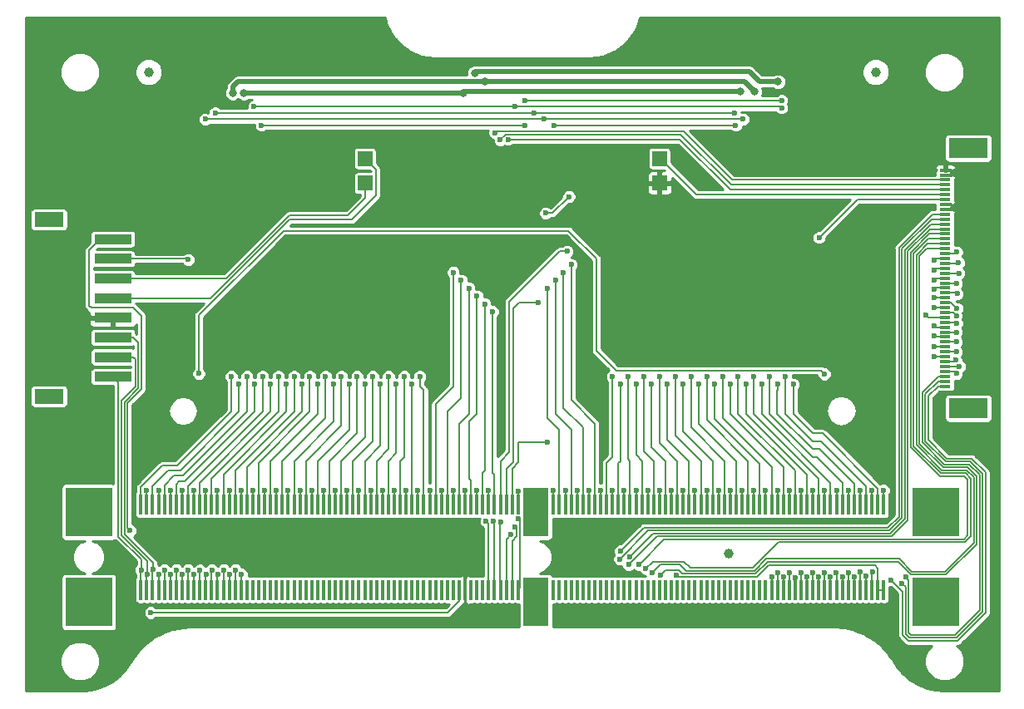
<source format=gbr>
G04 #@! TF.GenerationSoftware,KiCad,Pcbnew,5.0.2-bee76a0~70~ubuntu18.04.1*
G04 #@! TF.CreationDate,2020-10-26T08:34:28+01:00*
G04 #@! TF.ProjectId,ModulAdapter_Verv2,4d6f6475-6c41-4646-9170-7465725f5665,rev?*
G04 #@! TF.SameCoordinates,Original*
G04 #@! TF.FileFunction,Copper,L1,Top*
G04 #@! TF.FilePolarity,Positive*
%FSLAX46Y46*%
G04 Gerber Fmt 4.6, Leading zero omitted, Abs format (unit mm)*
G04 Created by KiCad (PCBNEW 5.0.2-bee76a0~70~ubuntu18.04.1) date Mo 26 Okt 2020 08:34:28 CET*
%MOMM*%
%LPD*%
G01*
G04 APERTURE LIST*
G04 #@! TA.AperFunction,SMDPad,CuDef*
%ADD10R,4.800000X5.000000*%
G04 #@! TD*
G04 #@! TA.AperFunction,SMDPad,CuDef*
%ADD11R,0.350000X2.000000*%
G04 #@! TD*
G04 #@! TA.AperFunction,SMDPad,CuDef*
%ADD12R,2.600000X5.000000*%
G04 #@! TD*
G04 #@! TA.AperFunction,SMDPad,CuDef*
%ADD13R,1.501140X1.501140*%
G04 #@! TD*
G04 #@! TA.AperFunction,BGAPad,CuDef*
%ADD14C,1.000000*%
G04 #@! TD*
G04 #@! TA.AperFunction,SMDPad,CuDef*
%ADD15R,1.100000X0.300000*%
G04 #@! TD*
G04 #@! TA.AperFunction,SMDPad,CuDef*
%ADD16R,4.000000X2.100000*%
G04 #@! TD*
G04 #@! TA.AperFunction,SMDPad,CuDef*
%ADD17R,3.800000X1.000000*%
G04 #@! TD*
G04 #@! TA.AperFunction,SMDPad,CuDef*
%ADD18R,3.000000X1.500000*%
G04 #@! TD*
G04 #@! TA.AperFunction,ViaPad*
%ADD19C,0.600000*%
G04 #@! TD*
G04 #@! TA.AperFunction,ViaPad*
%ADD20C,0.800000*%
G04 #@! TD*
G04 #@! TA.AperFunction,Conductor*
%ADD21C,0.150000*%
G04 #@! TD*
G04 #@! TA.AperFunction,Conductor*
%ADD22C,0.500000*%
G04 #@! TD*
G04 #@! TA.AperFunction,Conductor*
%ADD23C,0.200000*%
G04 #@! TD*
G04 #@! TA.AperFunction,Conductor*
%ADD24C,0.300000*%
G04 #@! TD*
G04 #@! TA.AperFunction,Conductor*
%ADD25C,0.254000*%
G04 #@! TD*
G04 APERTURE END LIST*
D10*
G04 #@! TO.P,J1,*
G04 #@! TO.N,*
X143100000Y-118810000D03*
X143100000Y-127990000D03*
X56900000Y-127990000D03*
X56900000Y-118810000D03*
D11*
G04 #@! TO.P,J1,244*
G04 #@! TO.N,Net-(J1-Pad244)*
X137800000Y-118050000D03*
G04 #@! TO.P,J1,243*
G04 #@! TO.N,Net-(J1-Pad243)*
X137200000Y-118050000D03*
G04 #@! TO.P,J1,242*
G04 #@! TO.N,Net-(J1-Pad242)*
X136600000Y-118050000D03*
G04 #@! TO.P,J1,241*
G04 #@! TO.N,Net-(J1-Pad241)*
X136000000Y-118050000D03*
G04 #@! TO.P,J1,240*
G04 #@! TO.N,Net-(J1-Pad240)*
X135400000Y-118050000D03*
G04 #@! TO.P,J1,239*
G04 #@! TO.N,Net-(J1-Pad239)*
X134800000Y-118050000D03*
G04 #@! TO.P,J1,238*
G04 #@! TO.N,Net-(J1-Pad238)*
X134200000Y-118050000D03*
G04 #@! TO.P,J1,237*
G04 #@! TO.N,Net-(J1-Pad237)*
X133600000Y-118050000D03*
G04 #@! TO.P,J1,236*
G04 #@! TO.N,Net-(J1-Pad236)*
X133000000Y-118050000D03*
G04 #@! TO.P,J1,235*
G04 #@! TO.N,Net-(J1-Pad235)*
X132400000Y-118050000D03*
G04 #@! TO.P,J1,234*
G04 #@! TO.N,Net-(J1-Pad234)*
X131800000Y-118050000D03*
G04 #@! TO.P,J1,233*
G04 #@! TO.N,Net-(J1-Pad233)*
X131200000Y-118050000D03*
G04 #@! TO.P,J1,232*
G04 #@! TO.N,Net-(J1-Pad232)*
X130600000Y-118050000D03*
G04 #@! TO.P,J1,231*
G04 #@! TO.N,Net-(J1-Pad231)*
X130000000Y-118050000D03*
G04 #@! TO.P,J1,230*
G04 #@! TO.N,Net-(J1-Pad230)*
X129400000Y-118050000D03*
G04 #@! TO.P,J1,229*
G04 #@! TO.N,Net-(J1-Pad229)*
X128800000Y-118050000D03*
G04 #@! TO.P,J1,228*
G04 #@! TO.N,Net-(J1-Pad228)*
X128200000Y-118050000D03*
G04 #@! TO.P,J1,227*
G04 #@! TO.N,Net-(J1-Pad227)*
X127600000Y-118050000D03*
G04 #@! TO.P,J1,226*
G04 #@! TO.N,Net-(J1-Pad226)*
X127000000Y-118050000D03*
G04 #@! TO.P,J1,225*
G04 #@! TO.N,Net-(J1-Pad225)*
X126400000Y-118050000D03*
G04 #@! TO.P,J1,224*
G04 #@! TO.N,Net-(J1-Pad224)*
X125800000Y-118050000D03*
G04 #@! TO.P,J1,223*
G04 #@! TO.N,Net-(J1-Pad223)*
X125200000Y-118050000D03*
G04 #@! TO.P,J1,222*
G04 #@! TO.N,Net-(J1-Pad222)*
X124600000Y-118050000D03*
G04 #@! TO.P,J1,221*
G04 #@! TO.N,Net-(J1-Pad221)*
X124000000Y-118050000D03*
G04 #@! TO.P,J1,220*
G04 #@! TO.N,Net-(J1-Pad220)*
X123400000Y-118050000D03*
G04 #@! TO.P,J1,219*
G04 #@! TO.N,Net-(J1-Pad219)*
X122800000Y-118050000D03*
G04 #@! TO.P,J1,218*
G04 #@! TO.N,Net-(J1-Pad218)*
X122200000Y-118050000D03*
G04 #@! TO.P,J1,217*
G04 #@! TO.N,Net-(J1-Pad217)*
X121600000Y-118050000D03*
G04 #@! TO.P,J1,216*
G04 #@! TO.N,Net-(J1-Pad216)*
X121000000Y-118050000D03*
G04 #@! TO.P,J1,215*
G04 #@! TO.N,Net-(J1-Pad215)*
X120400000Y-118050000D03*
G04 #@! TO.P,J1,214*
G04 #@! TO.N,Net-(J1-Pad214)*
X119800000Y-118050000D03*
G04 #@! TO.P,J1,213*
G04 #@! TO.N,Net-(J1-Pad213)*
X119200000Y-118050000D03*
G04 #@! TO.P,J1,212*
G04 #@! TO.N,Net-(J1-Pad212)*
X118600000Y-118050000D03*
G04 #@! TO.P,J1,211*
G04 #@! TO.N,Net-(J1-Pad211)*
X118000000Y-118050000D03*
G04 #@! TO.P,J1,210*
G04 #@! TO.N,Net-(J1-Pad210)*
X117400000Y-118050000D03*
G04 #@! TO.P,J1,209*
G04 #@! TO.N,Net-(J1-Pad209)*
X116800000Y-118050000D03*
G04 #@! TO.P,J1,208*
G04 #@! TO.N,Net-(J1-Pad208)*
X116200000Y-118050000D03*
G04 #@! TO.P,J1,207*
G04 #@! TO.N,Net-(J1-Pad207)*
X115600000Y-118050000D03*
G04 #@! TO.P,J1,206*
G04 #@! TO.N,Net-(J1-Pad206)*
X115000000Y-118050000D03*
G04 #@! TO.P,J1,205*
G04 #@! TO.N,Net-(J1-Pad205)*
X114400000Y-118050000D03*
G04 #@! TO.P,J1,204*
G04 #@! TO.N,Net-(J1-Pad204)*
X113800000Y-118050000D03*
G04 #@! TO.P,J1,203*
G04 #@! TO.N,Net-(J1-Pad203)*
X113200000Y-118050000D03*
G04 #@! TO.P,J1,202*
G04 #@! TO.N,Net-(J1-Pad202)*
X112600000Y-118050000D03*
G04 #@! TO.P,J1,201*
G04 #@! TO.N,Net-(J1-Pad201)*
X112000000Y-118050000D03*
G04 #@! TO.P,J1,200*
G04 #@! TO.N,Net-(J1-Pad200)*
X111400000Y-118050000D03*
G04 #@! TO.P,J1,199*
G04 #@! TO.N,Net-(J1-Pad199)*
X110800000Y-118050000D03*
G04 #@! TO.P,J1,198*
G04 #@! TO.N,Net-(J1-Pad198)*
X110200000Y-118050000D03*
G04 #@! TO.P,J1,197*
G04 #@! TO.N,Net-(J1-Pad197)*
X109600000Y-118050000D03*
G04 #@! TO.P,J1,196*
G04 #@! TO.N,Net-(J1-Pad196)*
X109000000Y-118050000D03*
G04 #@! TO.P,J1,195*
G04 #@! TO.N,Net-(J1-Pad195)*
X108400000Y-118050000D03*
G04 #@! TO.P,J1,194*
G04 #@! TO.N,Net-(J1-Pad194)*
X107800000Y-118050000D03*
G04 #@! TO.P,J1,193*
G04 #@! TO.N,Net-(J1-Pad193)*
X107200000Y-118050000D03*
G04 #@! TO.P,J1,192*
G04 #@! TO.N,Net-(J1-Pad192)*
X106600000Y-118050000D03*
G04 #@! TO.P,J1,191*
G04 #@! TO.N,Net-(J1-Pad191)*
X106000000Y-118050000D03*
G04 #@! TO.P,J1,190*
G04 #@! TO.N,Net-(J1-Pad190)*
X105400000Y-118050000D03*
G04 #@! TO.P,J1,189*
G04 #@! TO.N,Net-(J1-Pad189)*
X104800000Y-118050000D03*
G04 #@! TO.P,J1,188*
G04 #@! TO.N,Net-(J1-Pad188)*
X104200000Y-118050000D03*
G04 #@! TO.P,J1,187*
G04 #@! TO.N,Net-(J1-Pad187)*
X100600000Y-118050000D03*
G04 #@! TO.P,J1,186*
G04 #@! TO.N,Net-(J1-Pad186)*
X100000000Y-118050000D03*
G04 #@! TO.P,J1,185*
G04 #@! TO.N,Net-(J1-Pad185)*
X99400000Y-118050000D03*
G04 #@! TO.P,J1,184*
G04 #@! TO.N,Net-(J1-Pad184)*
X98800000Y-118050000D03*
G04 #@! TO.P,J1,183*
G04 #@! TO.N,Net-(J1-Pad183)*
X98200000Y-118050000D03*
G04 #@! TO.P,J1,182*
G04 #@! TO.N,Net-(J1-Pad182)*
X97600000Y-118050000D03*
G04 #@! TO.P,J1,181*
G04 #@! TO.N,Net-(J1-Pad181)*
X97000000Y-118050000D03*
G04 #@! TO.P,J1,180*
G04 #@! TO.N,Net-(J1-Pad180)*
X96400000Y-118050000D03*
G04 #@! TO.P,J1,179*
G04 #@! TO.N,Net-(J1-Pad179)*
X95800000Y-118050000D03*
G04 #@! TO.P,J1,178*
G04 #@! TO.N,Net-(J1-Pad178)*
X95200000Y-118050000D03*
G04 #@! TO.P,J1,177*
G04 #@! TO.N,Net-(J1-Pad177)*
X94600000Y-118050000D03*
G04 #@! TO.P,J1,176*
G04 #@! TO.N,Net-(J1-Pad176)*
X94000000Y-118050000D03*
G04 #@! TO.P,J1,175*
G04 #@! TO.N,Net-(J1-Pad175)*
X93400000Y-118050000D03*
G04 #@! TO.P,J1,174*
G04 #@! TO.N,Net-(J1-Pad174)*
X92800000Y-118050000D03*
G04 #@! TO.P,J1,173*
G04 #@! TO.N,Net-(J1-Pad173)*
X92200000Y-118050000D03*
G04 #@! TO.P,J1,172*
G04 #@! TO.N,Net-(J1-Pad172)*
X91600000Y-118050000D03*
G04 #@! TO.P,J1,171*
G04 #@! TO.N,Net-(J1-Pad171)*
X91000000Y-118050000D03*
G04 #@! TO.P,J1,170*
G04 #@! TO.N,Net-(J1-Pad170)*
X90400000Y-118050000D03*
G04 #@! TO.P,J1,169*
G04 #@! TO.N,Net-(J1-Pad169)*
X89800000Y-118050000D03*
G04 #@! TO.P,J1,168*
G04 #@! TO.N,Net-(J1-Pad168)*
X89200000Y-118050000D03*
G04 #@! TO.P,J1,167*
G04 #@! TO.N,Net-(J1-Pad167)*
X88600000Y-118050000D03*
G04 #@! TO.P,J1,166*
G04 #@! TO.N,Net-(J1-Pad166)*
X88000000Y-118050000D03*
G04 #@! TO.P,J1,165*
G04 #@! TO.N,Net-(J1-Pad165)*
X87400000Y-118050000D03*
G04 #@! TO.P,J1,164*
G04 #@! TO.N,Net-(J1-Pad164)*
X86800000Y-118050000D03*
G04 #@! TO.P,J1,163*
G04 #@! TO.N,Net-(J1-Pad163)*
X86200000Y-118050000D03*
G04 #@! TO.P,J1,162*
G04 #@! TO.N,Net-(J1-Pad162)*
X85600000Y-118050000D03*
G04 #@! TO.P,J1,161*
G04 #@! TO.N,Net-(J1-Pad161)*
X85000000Y-118050000D03*
G04 #@! TO.P,J1,160*
G04 #@! TO.N,Net-(J1-Pad160)*
X84400000Y-118050000D03*
G04 #@! TO.P,J1,159*
G04 #@! TO.N,Net-(J1-Pad159)*
X83800000Y-118050000D03*
G04 #@! TO.P,J1,158*
G04 #@! TO.N,Net-(J1-Pad158)*
X83200000Y-118050000D03*
G04 #@! TO.P,J1,157*
G04 #@! TO.N,Net-(J1-Pad157)*
X82600000Y-118050000D03*
G04 #@! TO.P,J1,156*
G04 #@! TO.N,Net-(J1-Pad156)*
X82000000Y-118050000D03*
G04 #@! TO.P,J1,155*
G04 #@! TO.N,Net-(J1-Pad155)*
X81400000Y-118050000D03*
G04 #@! TO.P,J1,154*
G04 #@! TO.N,Net-(J1-Pad154)*
X80800000Y-118050000D03*
G04 #@! TO.P,J1,153*
G04 #@! TO.N,Net-(J1-Pad153)*
X80200000Y-118050000D03*
G04 #@! TO.P,J1,152*
G04 #@! TO.N,Net-(J1-Pad152)*
X79600000Y-118050000D03*
G04 #@! TO.P,J1,151*
G04 #@! TO.N,Net-(J1-Pad151)*
X79000000Y-118050000D03*
G04 #@! TO.P,J1,150*
G04 #@! TO.N,Net-(J1-Pad150)*
X78400000Y-118050000D03*
G04 #@! TO.P,J1,149*
G04 #@! TO.N,Net-(J1-Pad149)*
X77800000Y-118050000D03*
G04 #@! TO.P,J1,148*
G04 #@! TO.N,Net-(J1-Pad148)*
X77200000Y-118050000D03*
G04 #@! TO.P,J1,147*
G04 #@! TO.N,Net-(J1-Pad147)*
X76600000Y-118050000D03*
G04 #@! TO.P,J1,146*
G04 #@! TO.N,Net-(J1-Pad146)*
X76000000Y-118050000D03*
G04 #@! TO.P,J1,145*
G04 #@! TO.N,Net-(J1-Pad145)*
X75400000Y-118050000D03*
G04 #@! TO.P,J1,144*
G04 #@! TO.N,Net-(J1-Pad144)*
X74800000Y-118050000D03*
G04 #@! TO.P,J1,143*
G04 #@! TO.N,Net-(J1-Pad143)*
X74200000Y-118050000D03*
G04 #@! TO.P,J1,142*
G04 #@! TO.N,Net-(J1-Pad142)*
X73600000Y-118050000D03*
G04 #@! TO.P,J1,141*
G04 #@! TO.N,Net-(J1-Pad141)*
X73000000Y-118050000D03*
G04 #@! TO.P,J1,140*
G04 #@! TO.N,Net-(J1-Pad140)*
X72400000Y-118050000D03*
G04 #@! TO.P,J1,139*
G04 #@! TO.N,Net-(J1-Pad139)*
X71800000Y-118050000D03*
G04 #@! TO.P,J1,138*
G04 #@! TO.N,Net-(J1-Pad138)*
X71200000Y-118050000D03*
G04 #@! TO.P,J1,137*
G04 #@! TO.N,Net-(J1-Pad137)*
X70600000Y-118050000D03*
G04 #@! TO.P,J1,136*
G04 #@! TO.N,Net-(J1-Pad136)*
X70000000Y-118050000D03*
G04 #@! TO.P,J1,135*
G04 #@! TO.N,Net-(J1-Pad135)*
X69400000Y-118050000D03*
G04 #@! TO.P,J1,134*
G04 #@! TO.N,Net-(J1-Pad134)*
X68800000Y-118050000D03*
G04 #@! TO.P,J1,133*
G04 #@! TO.N,Net-(J1-Pad133)*
X68200000Y-118050000D03*
G04 #@! TO.P,J1,132*
G04 #@! TO.N,Net-(J1-Pad132)*
X67600000Y-118050000D03*
G04 #@! TO.P,J1,131*
G04 #@! TO.N,Net-(J1-Pad131)*
X67000000Y-118050000D03*
G04 #@! TO.P,J1,130*
G04 #@! TO.N,Net-(J1-Pad130)*
X66400000Y-118050000D03*
G04 #@! TO.P,J1,129*
G04 #@! TO.N,Net-(J1-Pad129)*
X65800000Y-118050000D03*
G04 #@! TO.P,J1,128*
G04 #@! TO.N,Net-(J1-Pad128)*
X65200000Y-118050000D03*
G04 #@! TO.P,J1,127*
G04 #@! TO.N,Net-(J1-Pad127)*
X64600000Y-118050000D03*
G04 #@! TO.P,J1,126*
G04 #@! TO.N,Net-(J1-Pad126)*
X64000000Y-118050000D03*
G04 #@! TO.P,J1,125*
G04 #@! TO.N,Net-(J1-Pad125)*
X63400000Y-118050000D03*
G04 #@! TO.P,J1,124*
G04 #@! TO.N,Net-(J1-Pad124)*
X62800000Y-118050000D03*
G04 #@! TO.P,J1,123*
G04 #@! TO.N,Net-(J1-Pad123)*
X62200000Y-118050000D03*
G04 #@! TO.P,J1,122*
G04 #@! TO.N,V_GND*
X137800000Y-126750000D03*
G04 #@! TO.P,J1,121*
X137200000Y-126750000D03*
G04 #@! TO.P,J1,120*
G04 #@! TO.N,J12_3*
X136600000Y-126750000D03*
G04 #@! TO.P,J1,119*
G04 #@! TO.N,J12_2*
X136000000Y-126750000D03*
G04 #@! TO.P,J1,118*
G04 #@! TO.N,J12_1*
X135400000Y-126750000D03*
G04 #@! TO.P,J1,117*
G04 #@! TO.N,J11_3*
X134800000Y-126750000D03*
G04 #@! TO.P,J1,116*
G04 #@! TO.N,J11_2*
X134200000Y-126750000D03*
G04 #@! TO.P,J1,115*
G04 #@! TO.N,J11_1*
X133600000Y-126750000D03*
G04 #@! TO.P,J1,114*
G04 #@! TO.N,J10_3*
X133000000Y-126750000D03*
G04 #@! TO.P,J1,113*
G04 #@! TO.N,J10_2*
X132400000Y-126750000D03*
G04 #@! TO.P,J1,112*
G04 #@! TO.N,J10_1*
X131800000Y-126750000D03*
G04 #@! TO.P,J1,111*
G04 #@! TO.N,J9_3*
X131200000Y-126750000D03*
G04 #@! TO.P,J1,110*
G04 #@! TO.N,J9_2*
X130600000Y-126750000D03*
G04 #@! TO.P,J1,109*
G04 #@! TO.N,J9_1*
X130000000Y-126750000D03*
G04 #@! TO.P,J1,108*
G04 #@! TO.N,J8_3*
X129400000Y-126750000D03*
G04 #@! TO.P,J1,107*
G04 #@! TO.N,J8_2*
X128800000Y-126750000D03*
G04 #@! TO.P,J1,106*
G04 #@! TO.N,J8_1*
X128200000Y-126750000D03*
G04 #@! TO.P,J1,105*
G04 #@! TO.N,J7_3*
X127600000Y-126750000D03*
G04 #@! TO.P,J1,104*
G04 #@! TO.N,J7_2*
X127000000Y-126750000D03*
G04 #@! TO.P,J1,103*
G04 #@! TO.N,J7_1*
X126400000Y-126750000D03*
G04 #@! TO.P,J1,102*
G04 #@! TO.N,N/C*
X125800000Y-126750000D03*
G04 #@! TO.P,J1,101*
X125200000Y-126750000D03*
G04 #@! TO.P,J1,100*
X124600000Y-126750000D03*
G04 #@! TO.P,J1,99*
X124000000Y-126750000D03*
G04 #@! TO.P,J1,98*
X123400000Y-126750000D03*
G04 #@! TO.P,J1,97*
X122800000Y-126750000D03*
G04 #@! TO.P,J1,96*
X122200000Y-126750000D03*
G04 #@! TO.P,J1,95*
X121600000Y-126750000D03*
G04 #@! TO.P,J1,94*
X121000000Y-126750000D03*
G04 #@! TO.P,J1,93*
X120400000Y-126750000D03*
G04 #@! TO.P,J1,92*
X119800000Y-126750000D03*
G04 #@! TO.P,J1,91*
X119200000Y-126750000D03*
G04 #@! TO.P,J1,90*
X118600000Y-126750000D03*
G04 #@! TO.P,J1,89*
X118000000Y-126750000D03*
G04 #@! TO.P,J1,88*
X117400000Y-126750000D03*
G04 #@! TO.P,J1,87*
X116800000Y-126750000D03*
G04 #@! TO.P,J1,86*
X116200000Y-126750000D03*
G04 #@! TO.P,J1,85*
X115600000Y-126750000D03*
G04 #@! TO.P,J1,84*
X115000000Y-126750000D03*
G04 #@! TO.P,J1,83*
X114400000Y-126750000D03*
G04 #@! TO.P,J1,82*
X113800000Y-126750000D03*
G04 #@! TO.P,J1,81*
X113200000Y-126750000D03*
G04 #@! TO.P,J1,80*
X112600000Y-126750000D03*
G04 #@! TO.P,J1,79*
X112000000Y-126750000D03*
G04 #@! TO.P,J1,78*
X111400000Y-126750000D03*
G04 #@! TO.P,J1,77*
X110800000Y-126750000D03*
G04 #@! TO.P,J1,76*
X110200000Y-126750000D03*
G04 #@! TO.P,J1,75*
X109600000Y-126750000D03*
G04 #@! TO.P,J1,74*
X109000000Y-126750000D03*
G04 #@! TO.P,J1,73*
X108400000Y-126750000D03*
G04 #@! TO.P,J1,72*
X107800000Y-126750000D03*
G04 #@! TO.P,J1,71*
X107200000Y-126750000D03*
G04 #@! TO.P,J1,70*
X106600000Y-126750000D03*
G04 #@! TO.P,J1,69*
X106000000Y-126750000D03*
G04 #@! TO.P,J1,68*
X105400000Y-126750000D03*
G04 #@! TO.P,J1,67*
X104800000Y-126750000D03*
G04 #@! TO.P,J1,66*
X104200000Y-126750000D03*
G04 #@! TO.P,J1,65*
G04 #@! TO.N,Net-(J1-Pad65)*
X100600000Y-126750000D03*
G04 #@! TO.P,J1,64*
G04 #@! TO.N,Net-(J1-Pad64)*
X100000000Y-126750000D03*
G04 #@! TO.P,J1,63*
G04 #@! TO.N,Net-(J1-Pad63)*
X99400000Y-126750000D03*
G04 #@! TO.P,J1,62*
G04 #@! TO.N,Net-(J1-Pad62)*
X98800000Y-126750000D03*
G04 #@! TO.P,J1,61*
G04 #@! TO.N,Net-(J1-Pad61)*
X98200000Y-126750000D03*
G04 #@! TO.P,J1,60*
G04 #@! TO.N,Net-(J1-Pad60)*
X97600000Y-126750000D03*
G04 #@! TO.P,J1,59*
G04 #@! TO.N,N/C*
X97000000Y-126750000D03*
G04 #@! TO.P,J1,58*
X96400000Y-126750000D03*
G04 #@! TO.P,J1,57*
X95800000Y-126750000D03*
G04 #@! TO.P,J1,56*
G04 #@! TO.N,GND*
X95200000Y-126750000D03*
G04 #@! TO.P,J1,55*
G04 #@! TO.N,SENS_PAD*
X94600000Y-126750000D03*
G04 #@! TO.P,J1,54*
G04 #@! TO.N,N/C*
X94000000Y-126750000D03*
G04 #@! TO.P,J1,53*
X93400000Y-126750000D03*
G04 #@! TO.P,J1,52*
X92800000Y-126750000D03*
G04 #@! TO.P,J1,51*
X92200000Y-126750000D03*
G04 #@! TO.P,J1,50*
X91600000Y-126750000D03*
G04 #@! TO.P,J1,49*
X91000000Y-126750000D03*
G04 #@! TO.P,J1,47*
X89800000Y-126750000D03*
G04 #@! TO.P,J1,48*
X90400000Y-126750000D03*
G04 #@! TO.P,J1,46*
X89200000Y-126750000D03*
G04 #@! TO.P,J1,45*
X88600000Y-126750000D03*
G04 #@! TO.P,J1,44*
X88000000Y-126750000D03*
G04 #@! TO.P,J1,43*
X87400000Y-126750000D03*
G04 #@! TO.P,J1,42*
X86800000Y-126750000D03*
G04 #@! TO.P,J1,41*
X86200000Y-126750000D03*
G04 #@! TO.P,J1,40*
X85600000Y-126750000D03*
G04 #@! TO.P,J1,39*
X85000000Y-126750000D03*
G04 #@! TO.P,J1,38*
X84400000Y-126750000D03*
G04 #@! TO.P,J1,37*
X83800000Y-126750000D03*
G04 #@! TO.P,J1,36*
X83200000Y-126750000D03*
G04 #@! TO.P,J1,35*
X82600000Y-126750000D03*
G04 #@! TO.P,J1,34*
X82000000Y-126750000D03*
G04 #@! TO.P,J1,33*
X81400000Y-126750000D03*
G04 #@! TO.P,J1,32*
X80800000Y-126750000D03*
G04 #@! TO.P,J1,31*
X80200000Y-126750000D03*
G04 #@! TO.P,J1,30*
X79600000Y-126750000D03*
G04 #@! TO.P,J1,29*
X79000000Y-126750000D03*
G04 #@! TO.P,J1,28*
X78400000Y-126750000D03*
G04 #@! TO.P,J1,27*
X77800000Y-126750000D03*
G04 #@! TO.P,J1,26*
X77200000Y-126750000D03*
G04 #@! TO.P,J1,25*
X76600000Y-126750000D03*
G04 #@! TO.P,J1,24*
X76000000Y-126750000D03*
G04 #@! TO.P,J1,23*
X75400000Y-126750000D03*
G04 #@! TO.P,J1,22*
X74800000Y-126750000D03*
G04 #@! TO.P,J1,21*
X74200000Y-126750000D03*
G04 #@! TO.P,J1,20*
X73600000Y-126750000D03*
G04 #@! TO.P,J1,19*
X73000000Y-126750000D03*
G04 #@! TO.P,J1,18*
G04 #@! TO.N,J6_3*
X72400000Y-126750000D03*
G04 #@! TO.P,J1,17*
G04 #@! TO.N,J6_2*
X71800000Y-126750000D03*
G04 #@! TO.P,J1,16*
G04 #@! TO.N,J6_1*
X71200000Y-126750000D03*
G04 #@! TO.P,J1,15*
G04 #@! TO.N,J5_3*
X70600000Y-126750000D03*
G04 #@! TO.P,J1,14*
G04 #@! TO.N,J5_2*
X70000000Y-126750000D03*
G04 #@! TO.P,J1,13*
G04 #@! TO.N,J5_1*
X69400000Y-126750000D03*
G04 #@! TO.P,J1,12*
G04 #@! TO.N,J4_3*
X68800000Y-126750000D03*
G04 #@! TO.P,J1,11*
G04 #@! TO.N,J4_2*
X68200000Y-126750000D03*
G04 #@! TO.P,J1,10*
G04 #@! TO.N,J4_1*
X67600000Y-126750000D03*
G04 #@! TO.P,J1,9*
G04 #@! TO.N,J3_3*
X67000000Y-126750000D03*
G04 #@! TO.P,J1,8*
G04 #@! TO.N,J3_2*
X66400000Y-126750000D03*
G04 #@! TO.P,J1,7*
G04 #@! TO.N,J3_1*
X65800000Y-126750000D03*
G04 #@! TO.P,J1,6*
G04 #@! TO.N,J2_3*
X65200000Y-126750000D03*
G04 #@! TO.P,J1,5*
G04 #@! TO.N,J2_2*
X64600000Y-126750000D03*
G04 #@! TO.P,J1,4*
G04 #@! TO.N,J2_1*
X64000000Y-126750000D03*
G04 #@! TO.P,J1,3*
G04 #@! TO.N,J1_3*
X63400000Y-126750000D03*
G04 #@! TO.P,J1,1*
G04 #@! TO.N,J1_1*
X62200000Y-126750000D03*
G04 #@! TO.P,J1,2*
G04 #@! TO.N,J1_2*
X62800000Y-126750000D03*
D12*
G04 #@! TO.P,J1,*
G04 #@! TO.N,*
X102400000Y-118810000D03*
X102400000Y-127990000D03*
G04 #@! TD*
D13*
G04 #@! TO.P,P1,1*
G04 #@! TO.N,DIG1*
X85014000Y-85300000D03*
G04 #@! TD*
G04 #@! TO.P,P2,1*
G04 #@! TO.N,DIG0*
X85014000Y-82800000D03*
G04 #@! TD*
G04 #@! TO.P,+3V3,1*
G04 #@! TO.N,+3V3*
X114986000Y-82800000D03*
G04 #@! TD*
G04 #@! TO.P,GND,1*
G04 #@! TO.N,GND*
X115000000Y-85300000D03*
G04 #@! TD*
D14*
G04 #@! TO.P,X1,~*
G04 #@! TO.N,N/C*
X63000000Y-74000000D03*
G04 #@! TD*
G04 #@! TO.P,X2,~*
G04 #@! TO.N,N/C*
X122000000Y-123000000D03*
G04 #@! TD*
G04 #@! TO.P,X4,~*
G04 #@! TO.N,N/C*
X137000000Y-74000000D03*
G04 #@! TD*
D15*
G04 #@! TO.P,U1,25*
G04 #@! TO.N,J4_3*
X144081200Y-93979600D03*
G04 #@! TO.P,U1,26*
G04 #@! TO.N,J4_2*
X144081200Y-93479600D03*
G04 #@! TO.P,U1,27*
G04 #@! TO.N,J4_1*
X144081200Y-92979600D03*
G04 #@! TO.P,U1,28*
G04 #@! TO.N,J3_3*
X144081200Y-92479600D03*
G04 #@! TO.P,U1,29*
G04 #@! TO.N,J3_2*
X144081200Y-91979600D03*
G04 #@! TO.P,U1,30*
G04 #@! TO.N,J3_1*
X144081200Y-91479600D03*
G04 #@! TO.P,U1,31*
G04 #@! TO.N,J2_3*
X144081200Y-90979600D03*
G04 #@! TO.P,U1,32*
G04 #@! TO.N,J2_2*
X144081200Y-90479600D03*
G04 #@! TO.P,U1,33*
G04 #@! TO.N,J2_1*
X144081200Y-89979600D03*
G04 #@! TO.P,U1,34*
G04 #@! TO.N,J1_3*
X144081200Y-89479600D03*
G04 #@! TO.P,U1,35*
G04 #@! TO.N,J1_2*
X144081200Y-88979600D03*
G04 #@! TO.P,U1,45*
G04 #@! TO.N,GND*
X144081200Y-83979600D03*
G04 #@! TO.P,U1,44*
X144081200Y-84479600D03*
G04 #@! TO.P,U1,43*
G04 #@! TO.N,SENS_PAD*
X144081200Y-84979600D03*
G04 #@! TO.P,U1,42*
G04 #@! TO.N,DIG0*
X144081200Y-85479600D03*
G04 #@! TO.P,U1,41*
G04 #@! TO.N,DIG1*
X144081200Y-85979600D03*
G04 #@! TO.P,U1,40*
G04 #@! TO.N,+3V3*
X144081200Y-86479600D03*
G04 #@! TO.P,U1,39*
G04 #@! TO.N,Net-(P3-Pad1)*
X144081200Y-86979600D03*
G04 #@! TO.P,U1,38*
G04 #@! TO.N,GND*
X144081200Y-87479600D03*
G04 #@! TO.P,U1,36*
G04 #@! TO.N,J1_1*
X144081200Y-88479600D03*
G04 #@! TO.P,U1,37*
G04 #@! TO.N,GND*
X144081200Y-87979600D03*
G04 #@! TO.P,U1,13*
G04 #@! TO.N,J8_3*
X144081200Y-99979600D03*
G04 #@! TO.P,U1,12*
G04 #@! TO.N,J9_1*
X144081200Y-100479600D03*
G04 #@! TO.P,U1,14*
G04 #@! TO.N,J8_2*
X144081200Y-99479600D03*
G04 #@! TO.P,U1,15*
G04 #@! TO.N,J8_1*
X144081200Y-98979600D03*
G04 #@! TO.P,U1,16*
G04 #@! TO.N,J7_3*
X144081200Y-98479600D03*
G04 #@! TO.P,U1,17*
G04 #@! TO.N,J7_2*
X144081200Y-97979600D03*
G04 #@! TO.P,U1,18*
G04 #@! TO.N,J7_1*
X144081200Y-97479600D03*
G04 #@! TO.P,U1,19*
G04 #@! TO.N,J6_3*
X144081200Y-96979600D03*
G04 #@! TO.P,U1,20*
G04 #@! TO.N,J6_2*
X144081200Y-96479600D03*
G04 #@! TO.P,U1,23*
G04 #@! TO.N,J5_2*
X144081200Y-94979600D03*
G04 #@! TO.P,U1,21*
G04 #@! TO.N,J6_1*
X144081200Y-95979600D03*
G04 #@! TO.P,U1,22*
G04 #@! TO.N,J5_3*
X144081200Y-95479600D03*
G04 #@! TO.P,U1,11*
G04 #@! TO.N,J9_2*
X144081200Y-100979600D03*
G04 #@! TO.P,U1,10*
G04 #@! TO.N,J9_3*
X144081200Y-101479600D03*
G04 #@! TO.P,U1,9*
G04 #@! TO.N,J10_1*
X144081200Y-101979600D03*
G04 #@! TO.P,U1,8*
G04 #@! TO.N,J10_2*
X144081200Y-102479600D03*
G04 #@! TO.P,U1,7*
G04 #@! TO.N,J10_3*
X144081200Y-102979600D03*
G04 #@! TO.P,U1,6*
G04 #@! TO.N,J11_1*
X144081200Y-103479600D03*
G04 #@! TO.P,U1,5*
G04 #@! TO.N,J11_2*
X144081200Y-103979600D03*
G04 #@! TO.P,U1,4*
G04 #@! TO.N,J11_3*
X144081200Y-104479600D03*
G04 #@! TO.P,U1,3*
G04 #@! TO.N,J12_1*
X144081200Y-104979600D03*
G04 #@! TO.P,U1,2*
G04 #@! TO.N,J12_2*
X144081200Y-105479600D03*
G04 #@! TO.P,U1,1*
G04 #@! TO.N,J12_3*
X144081200Y-105979600D03*
G04 #@! TO.P,U1,24*
G04 #@! TO.N,J5_1*
X144081200Y-94479600D03*
D16*
G04 #@! TO.P,U1,*
G04 #@! TO.N,*
X146431200Y-81729600D03*
X146431200Y-108229600D03*
G04 #@! TD*
D17*
G04 #@! TO.P,J3,1*
G04 #@! TO.N,J1_1*
X59352000Y-105018800D03*
G04 #@! TO.P,J3,2*
G04 #@! TO.N,J1_2*
X59352000Y-103018800D03*
G04 #@! TO.P,J3,3*
G04 #@! TO.N,J1_3*
X59352000Y-101018800D03*
G04 #@! TO.P,J3,4*
G04 #@! TO.N,GND*
X59352000Y-99018800D03*
G04 #@! TO.P,J3,5*
G04 #@! TO.N,DIG0*
X59352000Y-97018800D03*
G04 #@! TO.P,J3,6*
G04 #@! TO.N,DIG1*
X59352000Y-95018800D03*
G04 #@! TO.P,J3,7*
G04 #@! TO.N,+3V3*
X59352000Y-93018800D03*
G04 #@! TO.P,J3,8*
G04 #@! TO.N,SENS_PAD*
X59352000Y-91018800D03*
D18*
G04 #@! TO.P,J3,*
G04 #@! TO.N,*
X52852000Y-107018800D03*
X52852000Y-89018800D03*
G04 #@! TD*
D19*
G04 #@! TO.N,V_GND*
X116700000Y-125275000D03*
D20*
G04 #@! TO.N,VDD_C*
X71552000Y-76124000D03*
X97206000Y-74981000D03*
X124638000Y-75997000D03*
G04 #@! TO.N,GND_C*
X123241000Y-75997000D03*
X95047000Y-76124000D03*
X72695000Y-76124000D03*
D19*
G04 #@! TO.N,Net-(J1-Pad123)*
X71400000Y-105000000D03*
G04 #@! TO.N,Net-(J1-Pad124)*
X62800000Y-116600000D03*
G04 #@! TO.N,Net-(J1-Pad125)*
X72200000Y-105800000D03*
G04 #@! TO.N,Net-(J1-Pad126)*
X64000000Y-116600000D03*
G04 #@! TO.N,Net-(J1-Pad127)*
X73000000Y-105000000D03*
G04 #@! TO.N,Net-(J1-Pad128)*
X65200000Y-116600000D03*
G04 #@! TO.N,Net-(J1-Pad129)*
X73800000Y-105800000D03*
G04 #@! TO.N,Net-(J1-Pad130)*
X66400000Y-116600000D03*
G04 #@! TO.N,Net-(J1-Pad131)*
X74600000Y-105000000D03*
G04 #@! TO.N,Net-(J1-Pad132)*
X67600000Y-116600000D03*
G04 #@! TO.N,Net-(J1-Pad133)*
X75400000Y-105800000D03*
G04 #@! TO.N,Net-(J1-Pad134)*
X68800000Y-116600000D03*
G04 #@! TO.N,Net-(J1-Pad135)*
X76200000Y-105000000D03*
G04 #@! TO.N,Net-(J1-Pad136)*
X70000000Y-116600000D03*
G04 #@! TO.N,Net-(J1-Pad137)*
X77000000Y-105800000D03*
G04 #@! TO.N,Net-(J1-Pad138)*
X71200000Y-116600000D03*
G04 #@! TO.N,Net-(J1-Pad139)*
X77800000Y-105000000D03*
G04 #@! TO.N,Net-(J1-Pad140)*
X72400000Y-116600000D03*
G04 #@! TO.N,Net-(J1-Pad141)*
X78600000Y-105800000D03*
G04 #@! TO.N,Net-(J1-Pad142)*
X73600000Y-116600000D03*
G04 #@! TO.N,Net-(J1-Pad143)*
X79400000Y-105000000D03*
G04 #@! TO.N,Net-(J1-Pad144)*
X74800000Y-116600000D03*
G04 #@! TO.N,Net-(J1-Pad145)*
X80200000Y-105800000D03*
G04 #@! TO.N,Net-(J1-Pad146)*
X76000000Y-116600000D03*
G04 #@! TO.N,Net-(J1-Pad147)*
X81000000Y-105000000D03*
G04 #@! TO.N,Net-(J1-Pad148)*
X77200000Y-116600000D03*
G04 #@! TO.N,Net-(J1-Pad149)*
X81800000Y-105800000D03*
G04 #@! TO.N,Net-(J1-Pad150)*
X78400000Y-116600000D03*
G04 #@! TO.N,Net-(J1-Pad151)*
X82600000Y-105000000D03*
G04 #@! TO.N,Net-(J1-Pad152)*
X79600000Y-116600000D03*
G04 #@! TO.N,Net-(J1-Pad153)*
X83400000Y-105800000D03*
G04 #@! TO.N,Net-(J1-Pad154)*
X80800000Y-116600000D03*
G04 #@! TO.N,Net-(J1-Pad155)*
X84200000Y-105000000D03*
G04 #@! TO.N,Net-(J1-Pad156)*
X82000000Y-116600000D03*
G04 #@! TO.N,Net-(J1-Pad157)*
X85000000Y-105800000D03*
G04 #@! TO.N,Net-(J1-Pad158)*
X83200000Y-116600000D03*
G04 #@! TO.N,Net-(J1-Pad159)*
X85800000Y-105000000D03*
G04 #@! TO.N,Net-(J1-Pad160)*
X84400000Y-116600000D03*
G04 #@! TO.N,Net-(J1-Pad161)*
X86600000Y-105800000D03*
G04 #@! TO.N,Net-(J1-Pad162)*
X85600000Y-116600000D03*
G04 #@! TO.N,Net-(J1-Pad163)*
X87400000Y-105000000D03*
G04 #@! TO.N,Net-(J1-Pad164)*
X86800000Y-116600000D03*
G04 #@! TO.N,Net-(J1-Pad165)*
X88200000Y-105800000D03*
G04 #@! TO.N,Net-(J1-Pad166)*
X88000000Y-116600000D03*
G04 #@! TO.N,Net-(J1-Pad167)*
X89000000Y-105000000D03*
G04 #@! TO.N,Net-(J1-Pad168)*
X89200000Y-116600000D03*
G04 #@! TO.N,Net-(J1-Pad169)*
X89800000Y-105800000D03*
G04 #@! TO.N,Net-(J1-Pad170)*
X90400000Y-116600000D03*
G04 #@! TO.N,Net-(J1-Pad171)*
X90600000Y-105000000D03*
G04 #@! TO.N,Net-(J1-Pad172)*
X91600000Y-116600000D03*
G04 #@! TO.N,Net-(J1-Pad173)*
X94000000Y-94400000D03*
G04 #@! TO.N,Net-(J1-Pad174)*
X92800000Y-116600000D03*
G04 #@! TO.N,Net-(J1-Pad175)*
X94800000Y-95200000D03*
G04 #@! TO.N,Net-(J1-Pad176)*
X94000000Y-116600000D03*
G04 #@! TO.N,Net-(J1-Pad177)*
X95600000Y-96000000D03*
G04 #@! TO.N,Net-(J1-Pad178)*
X95200000Y-116600000D03*
G04 #@! TO.N,Net-(J1-Pad180)*
X96400000Y-116600000D03*
G04 #@! TO.N,Net-(J1-Pad186)*
X103600000Y-111700000D03*
G04 #@! TO.N,Net-(J1-Pad188)*
X104200000Y-116600000D03*
G04 #@! TO.N,Net-(J1-Pad190)*
X105400000Y-116600000D03*
G04 #@! TO.N,Net-(J1-Pad192)*
X106600000Y-116600000D03*
G04 #@! TO.N,Net-(J1-Pad193)*
X105200000Y-94400000D03*
G04 #@! TO.N,Net-(J1-Pad194)*
X107800000Y-116600000D03*
G04 #@! TO.N,Net-(J1-Pad195)*
X106000000Y-93600000D03*
G04 #@! TO.N,Net-(J1-Pad196)*
X109000000Y-116600000D03*
G04 #@! TO.N,Net-(J1-Pad197)*
X110200000Y-104990248D03*
G04 #@! TO.N,Net-(J1-Pad198)*
X110200000Y-116590248D03*
G04 #@! TO.N,Net-(J1-Pad199)*
X111000000Y-105790248D03*
G04 #@! TO.N,Net-(J1-Pad200)*
X111400000Y-116590248D03*
G04 #@! TO.N,Net-(J1-Pad201)*
X111800000Y-104990248D03*
G04 #@! TO.N,Net-(J1-Pad202)*
X112600000Y-116590248D03*
G04 #@! TO.N,Net-(J1-Pad203)*
X112600000Y-105790248D03*
G04 #@! TO.N,Net-(J1-Pad204)*
X113800000Y-116590248D03*
G04 #@! TO.N,Net-(J1-Pad205)*
X113400000Y-104990248D03*
G04 #@! TO.N,Net-(J1-Pad206)*
X115000000Y-116590248D03*
G04 #@! TO.N,Net-(J1-Pad207)*
X114200000Y-105790248D03*
G04 #@! TO.N,Net-(J1-Pad208)*
X116200000Y-116590248D03*
G04 #@! TO.N,Net-(J1-Pad209)*
X115000000Y-104990248D03*
G04 #@! TO.N,Net-(J1-Pad210)*
X117400000Y-116590248D03*
G04 #@! TO.N,Net-(J1-Pad211)*
X115800000Y-105790248D03*
G04 #@! TO.N,Net-(J1-Pad212)*
X118600000Y-116590248D03*
G04 #@! TO.N,Net-(J1-Pad213)*
X116600000Y-104990248D03*
G04 #@! TO.N,Net-(J1-Pad214)*
X119800000Y-116590248D03*
G04 #@! TO.N,Net-(J1-Pad215)*
X117400000Y-105790248D03*
G04 #@! TO.N,Net-(J1-Pad216)*
X121000000Y-116590248D03*
G04 #@! TO.N,Net-(J1-Pad217)*
X118200000Y-104990248D03*
G04 #@! TO.N,Net-(J1-Pad218)*
X122200000Y-116590248D03*
G04 #@! TO.N,Net-(J1-Pad219)*
X119000000Y-105790248D03*
G04 #@! TO.N,Net-(J1-Pad220)*
X123400000Y-116590248D03*
G04 #@! TO.N,Net-(J1-Pad221)*
X119800000Y-104990248D03*
G04 #@! TO.N,Net-(J1-Pad222)*
X124600000Y-116590248D03*
G04 #@! TO.N,Net-(J1-Pad223)*
X120600000Y-105790248D03*
G04 #@! TO.N,Net-(J1-Pad224)*
X125800000Y-116590248D03*
G04 #@! TO.N,Net-(J1-Pad225)*
X121400000Y-104990248D03*
G04 #@! TO.N,Net-(J1-Pad226)*
X127000000Y-116590248D03*
G04 #@! TO.N,Net-(J1-Pad227)*
X122200000Y-105790248D03*
G04 #@! TO.N,Net-(J1-Pad228)*
X128200000Y-116590248D03*
G04 #@! TO.N,Net-(J1-Pad229)*
X123000000Y-104990248D03*
G04 #@! TO.N,Net-(J1-Pad230)*
X129400000Y-116590248D03*
G04 #@! TO.N,Net-(J1-Pad231)*
X123800000Y-105790248D03*
G04 #@! TO.N,Net-(J1-Pad232)*
X130600000Y-116590248D03*
G04 #@! TO.N,Net-(J1-Pad233)*
X124600000Y-104990248D03*
G04 #@! TO.N,Net-(J1-Pad234)*
X131800000Y-116590248D03*
G04 #@! TO.N,Net-(J1-Pad235)*
X125400000Y-105790248D03*
G04 #@! TO.N,Net-(J1-Pad236)*
X133000000Y-116590248D03*
G04 #@! TO.N,Net-(J1-Pad237)*
X126200000Y-104990248D03*
G04 #@! TO.N,Net-(J1-Pad238)*
X134200000Y-116590248D03*
G04 #@! TO.N,Net-(J1-Pad239)*
X127000000Y-105790248D03*
G04 #@! TO.N,Net-(J1-Pad240)*
X135400000Y-116590248D03*
G04 #@! TO.N,Net-(J1-Pad241)*
X127800000Y-104990248D03*
G04 #@! TO.N,Net-(J1-Pad242)*
X136600000Y-116590248D03*
G04 #@! TO.N,Net-(J1-Pad243)*
X128600000Y-105790248D03*
G04 #@! TO.N,Net-(J1-Pad244)*
X137800000Y-116590248D03*
G04 #@! TO.N,Net-(J1-Pad179)*
X96400000Y-96800000D03*
G04 #@! TO.N,Net-(J1-Pad181)*
X97200000Y-97600000D03*
G04 #@! TO.N,Net-(J1-Pad182)*
X97600000Y-116600000D03*
G04 #@! TO.N,Net-(J1-Pad183)*
X98000000Y-98400000D03*
G04 #@! TO.N,Net-(J1-Pad184)*
X105588000Y-92253000D03*
G04 #@! TO.N,Net-(J1-Pad185)*
X102667000Y-97460000D03*
G04 #@! TO.N,Net-(J1-Pad187)*
X100600000Y-116700000D03*
G04 #@! TO.N,Net-(J1-Pad189)*
X103600000Y-96000000D03*
G04 #@! TO.N,Net-(J1-Pad191)*
X104400000Y-95200000D03*
G04 #@! TO.N,Net-(J1-Pad60)*
X97350901Y-119740236D03*
G04 #@! TO.N,Net-(J1-Pad61)*
X98100822Y-119728581D03*
G04 #@! TO.N,Net-(J1-Pad62)*
X98875000Y-119825000D03*
G04 #@! TO.N,Net-(J1-Pad63)*
X99890054Y-121071065D03*
D20*
G04 #@! TO.N,V_HV_C*
X127051000Y-74981000D03*
X96190000Y-74092000D03*
D19*
G04 #@! TO.N,LE_C*
X101270000Y-76886000D03*
X101250000Y-79426000D03*
X74473000Y-79426000D03*
X127425000Y-76886000D03*
G04 #@! TO.N,CLK_C*
X100254000Y-77521000D03*
X73711000Y-77521000D03*
X127432000Y-77647982D03*
G04 #@! TO.N,Net-(U2-Pad26)*
X68100000Y-104700000D03*
X131775000Y-104750000D03*
G04 #@! TO.N,Net-(J1-Pad64)*
X100275000Y-120300000D03*
G04 #@! TO.N,Net-(J1-Pad65)*
X100649988Y-119500024D03*
D20*
G04 #@! TO.N,SENS_PAD*
X59368800Y-91025000D03*
D19*
X98250000Y-80175000D03*
X61100004Y-120700004D03*
X63200000Y-129050000D03*
D20*
G04 #@! TO.N,GND*
X88697000Y-83490000D03*
X106705600Y-85674400D03*
X88722400Y-85674400D03*
X60071200Y-78206800D03*
X115000002Y-85300000D03*
X59400000Y-99000000D03*
X144950000Y-87775000D03*
X144950000Y-84275000D03*
X95225000Y-124850000D03*
D19*
X98925000Y-92450000D03*
X147425000Y-78075000D03*
X52225000Y-78900000D03*
X51575000Y-129675000D03*
X107040000Y-123330000D03*
X109560000Y-120550000D03*
G04 #@! TO.N,DI_C*
X122733000Y-79426000D03*
X104250000Y-79426000D03*
G04 #@! TO.N,BL_C*
X123495000Y-78791000D03*
X103250000Y-78791000D03*
X68758000Y-78791000D03*
G04 #@! TO.N,POL_C*
X122606000Y-78156000D03*
X102250000Y-78156000D03*
X69774000Y-78156000D03*
G04 #@! TO.N,DIG1*
X85050000Y-85300000D03*
X99575008Y-80849992D03*
G04 #@! TO.N,DIG0*
X85025000Y-82850000D03*
X98775000Y-80900000D03*
G04 #@! TO.N,+3V3*
X114986030Y-82800000D03*
X67025000Y-93100000D03*
X105775000Y-86675000D03*
X103390000Y-88360000D03*
G04 #@! TO.N,J12_3*
X136645220Y-124917648D03*
X138558662Y-125706859D03*
G04 #@! TO.N,J12_2*
X136000000Y-125300000D03*
X139686732Y-126092451D03*
G04 #@! TO.N,J12_1*
X135382899Y-124873750D03*
X140064329Y-125444425D03*
G04 #@! TO.N,J11_3*
X134825000Y-125375000D03*
X145224632Y-104687286D03*
G04 #@! TO.N,J11_2*
X134210574Y-124944902D03*
X145524891Y-104000000D03*
G04 #@! TO.N,J11_1*
X133600000Y-125400000D03*
X145151677Y-103349439D03*
G04 #@! TO.N,J10_3*
X132975000Y-124950000D03*
X142914243Y-102982041D03*
G04 #@! TO.N,J10_2*
X132400000Y-125450000D03*
X145225000Y-102500000D03*
G04 #@! TO.N,J10_1*
X131800000Y-125000000D03*
X142925000Y-101932029D03*
G04 #@! TO.N,J9_3*
X131200000Y-125450000D03*
X145225000Y-101475000D03*
G04 #@! TO.N,J9_2*
X130614347Y-124981478D03*
X142925000Y-100882017D03*
G04 #@! TO.N,J9_1*
X130015084Y-125432462D03*
X145225000Y-100475000D03*
G04 #@! TO.N,J8_3*
X129403012Y-124999022D03*
X142915233Y-99832005D03*
G04 #@! TO.N,J8_2*
X128808846Y-125456700D03*
X145228196Y-99571884D03*
G04 #@! TO.N,J8_1*
X128225665Y-124985105D03*
X142125000Y-98775000D03*
G04 #@! TO.N,J7_3*
X127608563Y-125411354D03*
X145199722Y-98822413D03*
G04 #@! TO.N,J7_2*
X127004657Y-124966607D03*
X142925000Y-98000000D03*
G04 #@! TO.N,J7_1*
X126400000Y-125425000D03*
X145257577Y-98074636D03*
G04 #@! TO.N,J6_3*
X72425000Y-125150000D03*
X142925000Y-96925001D03*
G04 #@! TO.N,J6_2*
X71825000Y-124699998D03*
X145289367Y-96575021D03*
G04 #@! TO.N,J6_1*
X71225000Y-125150000D03*
X142925000Y-96150000D03*
G04 #@! TO.N,J5_3*
X70625001Y-124699998D03*
X145225065Y-95525010D03*
G04 #@! TO.N,J5_2*
X70025000Y-125150000D03*
X142925000Y-95200000D03*
G04 #@! TO.N,J5_1*
X69424999Y-124699998D03*
X145450000Y-94475000D03*
G04 #@! TO.N,J4_3*
X68825000Y-125150000D03*
X142925000Y-94150000D03*
G04 #@! TO.N,J4_2*
X68212499Y-124717166D03*
X145425000Y-93424999D03*
G04 #@! TO.N,J4_1*
X67600000Y-125150000D03*
X142925000Y-93125000D03*
G04 #@! TO.N,J3_3*
X67000000Y-124699998D03*
X145250000Y-92325000D03*
G04 #@! TO.N,J3_2*
X66400000Y-125150000D03*
X115070000Y-125280000D03*
G04 #@! TO.N,J3_1*
X65800000Y-124699998D03*
X114260000Y-125010000D03*
G04 #@! TO.N,J2_3*
X65200000Y-125150000D03*
X113590000Y-124580000D03*
G04 #@! TO.N,J2_2*
X64600000Y-124699998D03*
X112910000Y-124170000D03*
G04 #@! TO.N,J2_1*
X64000000Y-125150000D03*
X111851340Y-124176051D03*
G04 #@! TO.N,J1_3*
X63412499Y-124683797D03*
X111929964Y-123354964D03*
G04 #@! TO.N,J1_1*
X62231534Y-124691413D03*
X111025000Y-122775000D03*
G04 #@! TO.N,J1_2*
X62825000Y-125150000D03*
X110946512Y-123595952D03*
G04 #@! TO.N,Net-(P3-Pad1)*
X131242000Y-90856000D03*
G04 #@! TD*
D21*
G04 #@! TO.N,V_GND*
X137200000Y-126750000D02*
X137800000Y-126750000D01*
X116825033Y-125400033D02*
X116700000Y-125275000D01*
X137200000Y-126750000D02*
X137200000Y-124530000D01*
X126062837Y-124230000D02*
X124892804Y-125400033D01*
X124892804Y-125400033D02*
X116825033Y-125400033D01*
X136900000Y-124230000D02*
X126062837Y-124230000D01*
X137200000Y-124530000D02*
X136900000Y-124230000D01*
D22*
G04 #@! TO.N,VDD_C*
X97206000Y-74981000D02*
X72060000Y-74981000D01*
X71552000Y-76124000D02*
X71552000Y-75489000D01*
X71552000Y-75489000D02*
X72060000Y-74981000D01*
X124638000Y-75997000D02*
X123622000Y-74981000D01*
X97206000Y-74981000D02*
X123622000Y-74981000D01*
G04 #@! TO.N,GND_C*
X95047000Y-76124000D02*
X72949000Y-76124000D01*
X95047000Y-75997000D02*
X123368000Y-75997000D01*
D23*
G04 #@! TO.N,Net-(J1-Pad123)*
X62200000Y-116300000D02*
X62200000Y-118050000D01*
X64400000Y-114100000D02*
X62200000Y-116300000D01*
X65900000Y-114100000D02*
X64400000Y-114100000D01*
X71400000Y-108600000D02*
X65900000Y-114100000D01*
X71400000Y-105000000D02*
X71400000Y-108600000D01*
G04 #@! TO.N,Net-(J1-Pad124)*
X62800000Y-118050000D02*
X62800000Y-116600000D01*
G04 #@! TO.N,Net-(J1-Pad125)*
X65000000Y-114550010D02*
X64800000Y-114750010D01*
X64800000Y-114750010D02*
X63400000Y-116200000D01*
X66249990Y-114550010D02*
X65000000Y-114550010D01*
X63400000Y-116200000D02*
X63400000Y-118050000D01*
X72200000Y-108600000D02*
X66249990Y-114550010D01*
X72200000Y-105800000D02*
X72200000Y-108600000D01*
G04 #@! TO.N,Net-(J1-Pad126)*
X64000000Y-118050000D02*
X64000000Y-116600000D01*
G04 #@! TO.N,Net-(J1-Pad127)*
X64600000Y-116100000D02*
X64600000Y-118050000D01*
X73000000Y-105000000D02*
X73000000Y-108600000D01*
X65550010Y-115100000D02*
X65500000Y-115150010D01*
X65500000Y-115150010D02*
X64600000Y-116100000D01*
X66500000Y-115100000D02*
X65550010Y-115100000D01*
X73000000Y-108600000D02*
X66500000Y-115100000D01*
G04 #@! TO.N,Net-(J1-Pad128)*
X65200000Y-118050000D02*
X65200000Y-116600000D01*
G04 #@! TO.N,Net-(J1-Pad129)*
X73800000Y-105800000D02*
X73800000Y-106049990D01*
X73800000Y-106049990D02*
X73800000Y-106400000D01*
X65800000Y-116000000D02*
X65800000Y-118050000D01*
X73800000Y-106049990D02*
X73800000Y-108600000D01*
X66700000Y-115700000D02*
X66100000Y-115700000D01*
X66100000Y-115700000D02*
X65800000Y-116000000D01*
X73800000Y-108600000D02*
X66700000Y-115700000D01*
G04 #@! TO.N,Net-(J1-Pad130)*
X66400000Y-118050000D02*
X66400000Y-116600000D01*
G04 #@! TO.N,Net-(J1-Pad131)*
X67000000Y-116200000D02*
X67000000Y-118050000D01*
X74600000Y-108600000D02*
X67000000Y-116200000D01*
X74600000Y-105000000D02*
X74600000Y-108600000D01*
G04 #@! TO.N,Net-(J1-Pad132)*
X67600000Y-118050000D02*
X67600000Y-116600000D01*
G04 #@! TO.N,Net-(J1-Pad133)*
X75400000Y-105800000D02*
X75400000Y-105600000D01*
X68200000Y-115800000D02*
X68200000Y-118050000D01*
X75400000Y-108600000D02*
X68200000Y-115800000D01*
X75400000Y-105800000D02*
X75400000Y-108600000D01*
G04 #@! TO.N,Net-(J1-Pad134)*
X68800000Y-118050000D02*
X68800000Y-116600000D01*
G04 #@! TO.N,Net-(J1-Pad135)*
X76200000Y-105000000D02*
X76200000Y-107449990D01*
X76200000Y-107449990D02*
X76200000Y-107800000D01*
X76200000Y-108600000D02*
X69400000Y-115400000D01*
X69400000Y-115400000D02*
X69400000Y-118050000D01*
X76200000Y-107449990D02*
X76200000Y-108600000D01*
G04 #@! TO.N,Net-(J1-Pad136)*
X70000000Y-118050000D02*
X70000000Y-116600000D01*
G04 #@! TO.N,Net-(J1-Pad137)*
X77000000Y-108600000D02*
X77000000Y-105800000D01*
X70600000Y-115000000D02*
X77000000Y-108600000D01*
X70600000Y-118050000D02*
X70600000Y-115000000D01*
G04 #@! TO.N,Net-(J1-Pad138)*
X71200000Y-118050000D02*
X71200000Y-116600000D01*
G04 #@! TO.N,Net-(J1-Pad139)*
X71800000Y-118050000D02*
X71800000Y-114600000D01*
X71800000Y-114600000D02*
X77800000Y-108600000D01*
X77800000Y-108600000D02*
X77800000Y-105000000D01*
G04 #@! TO.N,Net-(J1-Pad140)*
X72400000Y-118050000D02*
X72400000Y-116600000D01*
G04 #@! TO.N,Net-(J1-Pad141)*
X73000000Y-118050000D02*
X73000000Y-114200000D01*
X73000000Y-114200000D02*
X78600000Y-108600000D01*
X78600000Y-108600000D02*
X78600000Y-105800000D01*
G04 #@! TO.N,Net-(J1-Pad142)*
X73600000Y-118050000D02*
X73600000Y-116600000D01*
G04 #@! TO.N,Net-(J1-Pad143)*
X74200000Y-118050000D02*
X74200000Y-113800000D01*
X74200000Y-113800000D02*
X79400000Y-108600000D01*
X79400000Y-108600000D02*
X79400000Y-105000000D01*
G04 #@! TO.N,Net-(J1-Pad144)*
X74800000Y-118050000D02*
X74800000Y-116600000D01*
G04 #@! TO.N,Net-(J1-Pad145)*
X75400000Y-118050000D02*
X75400000Y-113600000D01*
X75400000Y-113600000D02*
X80200000Y-108800000D01*
X80200000Y-108800000D02*
X80200000Y-105800000D01*
G04 #@! TO.N,Net-(J1-Pad146)*
X76000000Y-118050000D02*
X76000000Y-116600000D01*
G04 #@! TO.N,Net-(J1-Pad147)*
X76600000Y-118050000D02*
X76600000Y-113600000D01*
X76600000Y-113600000D02*
X81000000Y-109200000D01*
X81000000Y-109200000D02*
X81000000Y-105000000D01*
G04 #@! TO.N,Net-(J1-Pad148)*
X77200000Y-118050000D02*
X77200000Y-116600000D01*
G04 #@! TO.N,Net-(J1-Pad149)*
X77800000Y-118050000D02*
X77800000Y-113600000D01*
X77800000Y-113600000D02*
X81800000Y-109600000D01*
X81800000Y-109600000D02*
X81800000Y-105800000D01*
G04 #@! TO.N,Net-(J1-Pad150)*
X78400000Y-118050000D02*
X78400000Y-116600000D01*
G04 #@! TO.N,Net-(J1-Pad151)*
X79000000Y-113600000D02*
X82600000Y-110000000D01*
X79000000Y-118050000D02*
X79000000Y-113600000D01*
X82600000Y-110000000D02*
X82600000Y-105000000D01*
G04 #@! TO.N,Net-(J1-Pad152)*
X79600000Y-118050000D02*
X79600000Y-116600000D01*
G04 #@! TO.N,Net-(J1-Pad153)*
X80200000Y-118050000D02*
X80200000Y-113600000D01*
X80200000Y-113600000D02*
X83400000Y-110400000D01*
X83400000Y-110400000D02*
X83400000Y-105800000D01*
G04 #@! TO.N,Net-(J1-Pad154)*
X80800000Y-118050000D02*
X80800000Y-116600000D01*
G04 #@! TO.N,Net-(J1-Pad155)*
X81400000Y-118050000D02*
X81400000Y-113600000D01*
X81400000Y-113600000D02*
X84200000Y-110800000D01*
X84200000Y-110800000D02*
X84200000Y-105200000D01*
G04 #@! TO.N,Net-(J1-Pad156)*
X82000000Y-118050000D02*
X82000000Y-117200000D01*
X82000000Y-117200000D02*
X82000000Y-116600000D01*
G04 #@! TO.N,Net-(J1-Pad157)*
X82600000Y-118050000D02*
X82600000Y-113600000D01*
X82600000Y-113600000D02*
X85000000Y-111200000D01*
X85000000Y-111200000D02*
X85000000Y-105800000D01*
G04 #@! TO.N,Net-(J1-Pad158)*
X83200000Y-118050000D02*
X83200000Y-116600000D01*
G04 #@! TO.N,Net-(J1-Pad159)*
X83800000Y-118050000D02*
X83800000Y-113600000D01*
X83800000Y-113600000D02*
X85800000Y-111600000D01*
X85800000Y-111600000D02*
X85800000Y-105000000D01*
G04 #@! TO.N,Net-(J1-Pad160)*
X84400000Y-118050000D02*
X84400000Y-116600000D01*
G04 #@! TO.N,Net-(J1-Pad161)*
X85000000Y-118050000D02*
X85000000Y-113600000D01*
X85000000Y-113600000D02*
X86600000Y-112000000D01*
X86600000Y-112000000D02*
X86600000Y-105800000D01*
G04 #@! TO.N,Net-(J1-Pad162)*
X85600000Y-118050000D02*
X85600000Y-116600000D01*
G04 #@! TO.N,Net-(J1-Pad163)*
X86200000Y-118050000D02*
X86200000Y-113600000D01*
X86200000Y-113600000D02*
X87400000Y-112400000D01*
X87400000Y-112400000D02*
X87400000Y-105000000D01*
G04 #@! TO.N,Net-(J1-Pad164)*
X86800000Y-118050000D02*
X86800000Y-116600000D01*
G04 #@! TO.N,Net-(J1-Pad165)*
X87400000Y-118050000D02*
X87400000Y-113600000D01*
X87400000Y-113600000D02*
X88200000Y-112800000D01*
X88200000Y-112800000D02*
X88200000Y-105800000D01*
G04 #@! TO.N,Net-(J1-Pad166)*
X88000000Y-118050000D02*
X88000000Y-116600000D01*
G04 #@! TO.N,Net-(J1-Pad167)*
X88600000Y-118050000D02*
X88600000Y-113600000D01*
X88600000Y-113600000D02*
X89000000Y-113200000D01*
X89000000Y-113200000D02*
X89000000Y-105000000D01*
G04 #@! TO.N,Net-(J1-Pad168)*
X89200000Y-118050000D02*
X89200000Y-116600000D01*
G04 #@! TO.N,Net-(J1-Pad169)*
X89800000Y-118050000D02*
X89800000Y-105800000D01*
G04 #@! TO.N,Net-(J1-Pad170)*
X90400000Y-118050000D02*
X90400000Y-116600000D01*
G04 #@! TO.N,Net-(J1-Pad171)*
X90600000Y-106000000D02*
X90600000Y-105000000D01*
X91000000Y-118050000D02*
X91000000Y-106400000D01*
X91000000Y-106400000D02*
X90600000Y-106000000D01*
G04 #@! TO.N,Net-(J1-Pad172)*
X91600000Y-118050000D02*
X91600000Y-116600000D01*
G04 #@! TO.N,Net-(J1-Pad173)*
X94000000Y-106000000D02*
X94000000Y-94400000D01*
X92200000Y-118050000D02*
X92200000Y-107800000D01*
X92200000Y-107800000D02*
X94000000Y-106000000D01*
G04 #@! TO.N,Net-(J1-Pad174)*
X92800000Y-118050000D02*
X92800000Y-116600000D01*
G04 #@! TO.N,Net-(J1-Pad175)*
X93400000Y-118050000D02*
X93400000Y-108600000D01*
X93400000Y-108600000D02*
X94800000Y-107200000D01*
X94800000Y-95200000D02*
X94800000Y-101000000D01*
X94800000Y-107200000D02*
X94800000Y-101000000D01*
X94800000Y-101000000D02*
X94800000Y-100800000D01*
G04 #@! TO.N,Net-(J1-Pad176)*
X94000000Y-118050000D02*
X94000000Y-116600000D01*
G04 #@! TO.N,Net-(J1-Pad177)*
X94600000Y-115400000D02*
X94600000Y-115200000D01*
X94600000Y-118050000D02*
X94600000Y-115400000D01*
X94600000Y-115400000D02*
X94600000Y-109800000D01*
X94600000Y-109800000D02*
X95600000Y-108800000D01*
X95600000Y-108800000D02*
X95600000Y-96000000D01*
G04 #@! TO.N,Net-(J1-Pad178)*
X95200000Y-118050000D02*
X95200000Y-116600000D01*
G04 #@! TO.N,Net-(J1-Pad180)*
X96400000Y-118050000D02*
X96400000Y-116600000D01*
G04 #@! TO.N,Net-(J1-Pad186)*
X100000000Y-114400000D02*
X100000000Y-118050000D01*
X100650000Y-113750000D02*
X100000000Y-114400000D01*
X100650000Y-111700000D02*
X100650000Y-113750000D01*
X100650000Y-111700000D02*
X103600000Y-111700000D01*
G04 #@! TO.N,Net-(J1-Pad188)*
X104200000Y-118050000D02*
X104200000Y-116600000D01*
X104200000Y-116600000D02*
X104200000Y-116500000D01*
G04 #@! TO.N,Net-(J1-Pad190)*
X105400000Y-118050000D02*
X105400000Y-116600000D01*
G04 #@! TO.N,Net-(J1-Pad192)*
X106600000Y-118050000D02*
X106600000Y-116600000D01*
X106600000Y-116600000D02*
X106600000Y-116500000D01*
G04 #@! TO.N,Net-(J1-Pad193)*
X107200000Y-118050000D02*
X107200000Y-110200000D01*
X107200000Y-110200000D02*
X105200000Y-108200000D01*
X105200000Y-108200000D02*
X105200000Y-97800000D01*
X105200000Y-94400000D02*
X105200000Y-97800000D01*
X105200000Y-97800000D02*
X105200000Y-97400000D01*
G04 #@! TO.N,Net-(J1-Pad194)*
X107800000Y-118050000D02*
X107800000Y-116600000D01*
X107800000Y-116600000D02*
X107800000Y-116500000D01*
G04 #@! TO.N,Net-(J1-Pad195)*
X108400000Y-111000000D02*
X108400000Y-109800000D01*
X108400000Y-111000000D02*
X108400000Y-109900000D01*
X108400000Y-118050000D02*
X108400000Y-111000000D01*
X108400000Y-109800000D02*
X106000000Y-107400000D01*
X106000000Y-107400000D02*
X106000000Y-93600000D01*
G04 #@! TO.N,Net-(J1-Pad196)*
X109000000Y-118050000D02*
X109000000Y-116600000D01*
X109000000Y-116600000D02*
X109000000Y-116500000D01*
G04 #@! TO.N,Net-(J1-Pad197)*
X109600000Y-113800000D02*
X109600000Y-118050000D01*
X110200000Y-104990248D02*
X110200000Y-113200000D01*
X110200000Y-113200000D02*
X109600000Y-113800000D01*
G04 #@! TO.N,Net-(J1-Pad198)*
X110200000Y-118050000D02*
X110200000Y-116600000D01*
X110200000Y-118050000D02*
X110200000Y-116500000D01*
G04 #@! TO.N,Net-(J1-Pad199)*
X110800000Y-113800000D02*
X110800000Y-118050000D01*
X111000000Y-113600000D02*
X110800000Y-113800000D01*
X111000000Y-105790248D02*
X111000000Y-113600000D01*
G04 #@! TO.N,Net-(J1-Pad200)*
X111400000Y-118050000D02*
X111400000Y-116600000D01*
X111400000Y-118050000D02*
X111400000Y-116500000D01*
G04 #@! TO.N,Net-(J1-Pad201)*
X112000000Y-118050000D02*
X112000000Y-113600000D01*
X112000000Y-113600000D02*
X111800000Y-113400000D01*
X111800000Y-104990248D02*
X111800000Y-106600000D01*
X111800000Y-106400000D02*
X111800000Y-106600000D01*
X111800000Y-106600000D02*
X111800000Y-113400000D01*
G04 #@! TO.N,Net-(J1-Pad202)*
X112600000Y-118050000D02*
X112600000Y-116600000D01*
X112600000Y-118050000D02*
X112600000Y-116500000D01*
G04 #@! TO.N,Net-(J1-Pad203)*
X113200000Y-118050000D02*
X113200000Y-113600000D01*
X113200000Y-113600000D02*
X112600000Y-113000000D01*
X112600000Y-105790248D02*
X112600000Y-113000000D01*
G04 #@! TO.N,Net-(J1-Pad204)*
X113800000Y-118050000D02*
X113800000Y-116600000D01*
X113800000Y-118050000D02*
X113800000Y-116500000D01*
G04 #@! TO.N,Net-(J1-Pad205)*
X114400000Y-113600000D02*
X114400000Y-118050000D01*
X113400000Y-112600000D02*
X114400000Y-113600000D01*
X113400000Y-106500000D02*
X113400000Y-104990248D01*
X113400000Y-106500000D02*
X113400000Y-112600000D01*
X113400000Y-106400000D02*
X113400000Y-106500000D01*
G04 #@! TO.N,Net-(J1-Pad206)*
X115000000Y-118050000D02*
X115000000Y-116600000D01*
X115000000Y-118050000D02*
X115000000Y-116500000D01*
G04 #@! TO.N,Net-(J1-Pad207)*
X115600000Y-113600000D02*
X115600000Y-118050000D01*
X114200000Y-105790248D02*
X114200000Y-112200000D01*
X114200000Y-112200000D02*
X115600000Y-113600000D01*
G04 #@! TO.N,Net-(J1-Pad208)*
X116200000Y-118050000D02*
X116200000Y-116600000D01*
X116200000Y-118050000D02*
X116200000Y-116500000D01*
G04 #@! TO.N,Net-(J1-Pad209)*
X116800000Y-113600000D02*
X116800000Y-118050000D01*
X115000000Y-104990248D02*
X115000000Y-111800000D01*
X115000000Y-111800000D02*
X116800000Y-113600000D01*
G04 #@! TO.N,Net-(J1-Pad210)*
X117400000Y-118050000D02*
X117400000Y-116600000D01*
X117400000Y-118050000D02*
X117400000Y-116500000D01*
G04 #@! TO.N,Net-(J1-Pad211)*
X115800000Y-111400000D02*
X118000000Y-113600000D01*
X115800000Y-105790248D02*
X115800000Y-111400000D01*
X118000000Y-113600000D02*
X118000000Y-118050000D01*
G04 #@! TO.N,Net-(J1-Pad212)*
X118600000Y-118050000D02*
X118600000Y-117200000D01*
X118600000Y-117200000D02*
X118600000Y-116600000D01*
X118600000Y-118050000D02*
X118600000Y-116500000D01*
G04 #@! TO.N,Net-(J1-Pad213)*
X119200000Y-113600000D02*
X119200000Y-118050000D01*
X116600000Y-104990248D02*
X116600000Y-111000000D01*
X116600000Y-111000000D02*
X119200000Y-113600000D01*
G04 #@! TO.N,Net-(J1-Pad214)*
X119800000Y-118050000D02*
X119800000Y-116600000D01*
X119800000Y-118050000D02*
X119800000Y-116500000D01*
G04 #@! TO.N,Net-(J1-Pad215)*
X120400000Y-118050000D02*
X120400000Y-113600000D01*
X117385488Y-110585488D02*
X120400000Y-113600000D01*
X117400000Y-106485488D02*
X117400000Y-105790248D01*
X117385488Y-106500000D02*
X117400000Y-106485488D01*
X117385488Y-106500000D02*
X117385488Y-110585488D01*
X117385488Y-106400000D02*
X117385488Y-106500000D01*
G04 #@! TO.N,Net-(J1-Pad216)*
X121000000Y-118050000D02*
X121000000Y-116600000D01*
X121000000Y-118050000D02*
X121000000Y-116500000D01*
G04 #@! TO.N,Net-(J1-Pad217)*
X121600000Y-113600000D02*
X121600000Y-118050000D01*
X118200000Y-104990248D02*
X118200000Y-110200000D01*
X118200000Y-110200000D02*
X121600000Y-113600000D01*
G04 #@! TO.N,Net-(J1-Pad218)*
X122200000Y-118050000D02*
X122200000Y-116600000D01*
X122200000Y-118050000D02*
X122200000Y-116500000D01*
G04 #@! TO.N,Net-(J1-Pad219)*
X122800000Y-113600000D02*
X122800000Y-118050000D01*
X119000000Y-109800000D02*
X122800000Y-113600000D01*
X119000000Y-105790248D02*
X119000000Y-109800000D01*
G04 #@! TO.N,Net-(J1-Pad220)*
X123400000Y-118050000D02*
X123400000Y-116600000D01*
X123400000Y-118050000D02*
X123400000Y-116500000D01*
G04 #@! TO.N,Net-(J1-Pad221)*
X124000000Y-118050000D02*
X124000000Y-113600000D01*
X119800000Y-109400000D02*
X119800000Y-104990248D01*
X124000000Y-113600000D02*
X119800000Y-109400000D01*
G04 #@! TO.N,Net-(J1-Pad222)*
X124600000Y-118050000D02*
X124600000Y-116600000D01*
X124600000Y-118050000D02*
X124600000Y-116500000D01*
G04 #@! TO.N,Net-(J1-Pad223)*
X125200000Y-118050000D02*
X125200000Y-113900000D01*
X125200000Y-113900000D02*
X120600000Y-109300000D01*
X120600000Y-106800000D02*
X120600000Y-106700000D01*
X120600000Y-106800000D02*
X120600000Y-105790248D01*
X120600000Y-109300000D02*
X120600000Y-106800000D01*
G04 #@! TO.N,Net-(J1-Pad224)*
X125800000Y-118050000D02*
X125800000Y-116600000D01*
X125800000Y-118050000D02*
X125800000Y-116500000D01*
G04 #@! TO.N,Net-(J1-Pad225)*
X126400000Y-115100000D02*
X126400000Y-114605012D01*
X126400000Y-118050000D02*
X126400000Y-115100000D01*
X126400000Y-114200000D02*
X126400000Y-115100000D01*
X121400000Y-109200000D02*
X126400000Y-114200000D01*
X121400000Y-106800000D02*
X121400000Y-104990248D01*
X121400000Y-106800000D02*
X121400000Y-109200000D01*
X121400000Y-106700000D02*
X121400000Y-106800000D01*
G04 #@! TO.N,Net-(J1-Pad226)*
X127000000Y-118050000D02*
X127000000Y-116600000D01*
X127000000Y-118050000D02*
X127000000Y-116500000D01*
G04 #@! TO.N,Net-(J1-Pad227)*
X127600000Y-114200000D02*
X127600000Y-118050000D01*
X122200000Y-108800000D02*
X127600000Y-114200000D01*
X122200000Y-105790248D02*
X122200000Y-108800000D01*
G04 #@! TO.N,Net-(J1-Pad228)*
X128200000Y-118050000D02*
X128200000Y-116600000D01*
X128200000Y-118050000D02*
X128200000Y-116500000D01*
G04 #@! TO.N,Net-(J1-Pad229)*
X128800000Y-114600000D02*
X128800000Y-118050000D01*
X123000000Y-108800000D02*
X128800000Y-114600000D01*
X123000000Y-104990248D02*
X123000000Y-108800000D01*
G04 #@! TO.N,Net-(J1-Pad230)*
X129400000Y-118050000D02*
X129400000Y-116850000D01*
X129400000Y-116850000D02*
X129400000Y-116600000D01*
X129400000Y-116850000D02*
X129400000Y-116500000D01*
G04 #@! TO.N,Net-(J1-Pad231)*
X123800000Y-108800000D02*
X130000000Y-115000000D01*
X130000000Y-115000000D02*
X130000000Y-118050000D01*
X123800000Y-106800000D02*
X123800000Y-105790248D01*
X123800000Y-106800000D02*
X123800000Y-108800000D01*
X123800000Y-106600000D02*
X123800000Y-106800000D01*
G04 #@! TO.N,Net-(J1-Pad232)*
X130600000Y-118050000D02*
X130600000Y-116600000D01*
X130600000Y-118050000D02*
X130600000Y-116500000D01*
G04 #@! TO.N,Net-(J1-Pad233)*
X124600000Y-106700000D02*
X124600000Y-104990248D01*
X124600000Y-106600000D02*
X124600000Y-106700000D01*
X124600000Y-108800000D02*
X131200000Y-115400000D01*
X131200000Y-115400000D02*
X131200000Y-118050000D01*
X124600000Y-106700000D02*
X124600000Y-108800000D01*
G04 #@! TO.N,Net-(J1-Pad234)*
X131800000Y-118050000D02*
X131800000Y-116600000D01*
X131800000Y-118050000D02*
X131800000Y-116500000D01*
G04 #@! TO.N,Net-(J1-Pad235)*
X125400000Y-108800000D02*
X132400000Y-115800000D01*
X132400000Y-115800000D02*
X132400000Y-118050000D01*
X125400000Y-105790248D02*
X125400000Y-108800000D01*
G04 #@! TO.N,Net-(J1-Pad236)*
X133000000Y-118050000D02*
X133000000Y-116600000D01*
X133000000Y-118050000D02*
X133000000Y-116500000D01*
G04 #@! TO.N,Net-(J1-Pad237)*
X126200000Y-108800000D02*
X130600000Y-113200000D01*
X126200000Y-104990248D02*
X126200000Y-108800000D01*
X130600000Y-113200000D02*
X131000000Y-113200000D01*
X133600000Y-115800000D02*
X133600000Y-118050000D01*
X131000000Y-113200000D02*
X133600000Y-115800000D01*
G04 #@! TO.N,Net-(J1-Pad238)*
X134200000Y-118050000D02*
X134200000Y-116600000D01*
X134200000Y-118050000D02*
X134200000Y-116500000D01*
G04 #@! TO.N,Net-(J1-Pad239)*
X127000000Y-105790248D02*
X127000000Y-106385488D01*
X127000000Y-106385488D02*
X126985488Y-106400000D01*
X126985488Y-106400000D02*
X126985488Y-108785488D01*
X126985488Y-108785488D02*
X130600000Y-112400000D01*
X130600000Y-112400000D02*
X130800000Y-112400000D01*
X131300000Y-112400000D02*
X130600000Y-112400000D01*
X134800000Y-115900000D02*
X131300000Y-112400000D01*
X134800000Y-118050000D02*
X134800000Y-115900000D01*
G04 #@! TO.N,Net-(J1-Pad240)*
X135400000Y-118050000D02*
X135400000Y-116850000D01*
G04 #@! TO.N,Net-(J1-Pad241)*
X136000000Y-116200000D02*
X136000000Y-118050000D01*
X131400000Y-111600000D02*
X136000000Y-116200000D01*
X130600000Y-111600000D02*
X131400000Y-111600000D01*
X127800000Y-108800000D02*
X130600000Y-111600000D01*
X127800000Y-104990248D02*
X127800000Y-108800000D01*
G04 #@! TO.N,Net-(J1-Pad242)*
X136600000Y-118050000D02*
X136600000Y-116600000D01*
G04 #@! TO.N,Net-(J1-Pad243)*
X131600000Y-110800000D02*
X137200000Y-116400000D01*
X130600000Y-110800000D02*
X131600000Y-110800000D01*
X137200000Y-116400000D02*
X137200000Y-118050000D01*
X128600000Y-105790248D02*
X128600000Y-108800000D01*
X128600000Y-108800000D02*
X130600000Y-110800000D01*
G04 #@! TO.N,Net-(J1-Pad244)*
X137800000Y-118050000D02*
X137800000Y-116600000D01*
G04 #@! TO.N,Net-(J1-Pad179)*
X95800000Y-118050000D02*
X95800000Y-115600000D01*
X95800000Y-115600000D02*
X95600000Y-115400000D01*
X95600000Y-115400000D02*
X95600000Y-109600000D01*
X95600000Y-109600000D02*
X96400000Y-108800000D01*
X96400000Y-102200000D02*
X96400000Y-96800000D01*
X96400000Y-102200000D02*
X96400000Y-102000000D01*
X96400000Y-108800000D02*
X96400000Y-102200000D01*
G04 #@! TO.N,Net-(J1-Pad181)*
X97000000Y-118050000D02*
X97000000Y-114800000D01*
X97000000Y-114800000D02*
X97200000Y-114600000D01*
X97200000Y-114600000D02*
X97200000Y-100000000D01*
X97200000Y-97600000D02*
X97200000Y-100000000D01*
X97200000Y-100000000D02*
X97200000Y-99800000D01*
G04 #@! TO.N,Net-(J1-Pad182)*
X97600000Y-118050000D02*
X97600000Y-116600000D01*
G04 #@! TO.N,Net-(J1-Pad183)*
X98000000Y-98400000D02*
X98000000Y-114800000D01*
X98200000Y-115000000D02*
X98200000Y-118050000D01*
X98000000Y-114800000D02*
X98200000Y-115000000D01*
G04 #@! TO.N,Net-(J1-Pad184)*
X99700000Y-97379000D02*
X104826000Y-92253000D01*
X99700000Y-112700000D02*
X99700000Y-97379000D01*
X104826000Y-92253000D02*
X105588000Y-92253000D01*
X98800000Y-118050000D02*
X98800000Y-113600000D01*
X98800000Y-113600000D02*
X99700000Y-112700000D01*
G04 #@! TO.N,Net-(J1-Pad185)*
X99400000Y-118050000D02*
X99400000Y-116000000D01*
X99400000Y-116000000D02*
X99400000Y-115400000D01*
X102627000Y-97500000D02*
X102667000Y-97460000D01*
X100100000Y-113700000D02*
X100100000Y-98100000D01*
X100100000Y-98100000D02*
X100700000Y-97500000D01*
X99400000Y-116000000D02*
X99400000Y-114400000D01*
X100700000Y-97500000D02*
X102627000Y-97500000D01*
X99400000Y-114400000D02*
X100100000Y-113700000D01*
G04 #@! TO.N,Net-(J1-Pad187)*
X100600000Y-118050000D02*
X100600000Y-116700000D01*
G04 #@! TO.N,Net-(J1-Pad189)*
X104800000Y-118050000D02*
X104800000Y-110400000D01*
X103600000Y-109200000D02*
X103600000Y-97200000D01*
X104800000Y-110400000D02*
X103600000Y-109200000D01*
X103600000Y-97200000D02*
X103600000Y-96000000D01*
X103600000Y-97200000D02*
X103600000Y-97000000D01*
G04 #@! TO.N,Net-(J1-Pad191)*
X106000000Y-118050000D02*
X106000000Y-110400000D01*
X106000000Y-110400000D02*
X104400000Y-108800000D01*
X104400000Y-95200000D02*
X104400000Y-108800000D01*
G04 #@! TO.N,Net-(J1-Pad60)*
X97600000Y-126750000D02*
X97600000Y-119989335D01*
X97600000Y-119989335D02*
X97350901Y-119740236D01*
G04 #@! TO.N,Net-(J1-Pad61)*
X98200000Y-126750000D02*
X98200000Y-119827759D01*
X98200000Y-119827759D02*
X98100822Y-119728581D01*
G04 #@! TO.N,Net-(J1-Pad62)*
X98724998Y-126674998D02*
X98724998Y-119975002D01*
X98800000Y-126750000D02*
X98724998Y-126674998D01*
X98724998Y-119975002D02*
X98875000Y-119825000D01*
G04 #@! TO.N,Net-(J1-Pad63)*
X99400000Y-125400000D02*
X99400000Y-125200000D01*
X99400000Y-126750000D02*
X99400000Y-125400000D01*
X99400000Y-121561119D02*
X99890054Y-121071065D01*
X99400000Y-125400000D02*
X99400000Y-121561119D01*
D22*
G04 #@! TO.N,V_HV_C*
X125146000Y-74981000D02*
X127051000Y-74981000D01*
X124130000Y-73965000D02*
X125146000Y-74981000D01*
X96190000Y-74092000D02*
X96317000Y-73965000D01*
X96317000Y-73965000D02*
X124130000Y-73965000D01*
D23*
G04 #@! TO.N,LE_C*
X101250000Y-79426000D02*
X74473000Y-79426000D01*
X101270000Y-76886000D02*
X127425000Y-76886000D01*
G04 #@! TO.N,CLK_C*
X100254000Y-77521000D02*
X73711000Y-77521000D01*
X100254000Y-77521000D02*
X127305018Y-77521000D01*
X127305018Y-77521000D02*
X127432000Y-77647982D01*
D21*
G04 #@! TO.N,Net-(U2-Pad26)*
X131400000Y-104375000D02*
X131775000Y-104750000D01*
X110575000Y-104375000D02*
X131400000Y-104375000D01*
X108575000Y-102375000D02*
X110575000Y-104375000D01*
X68100000Y-98750000D02*
X76700000Y-90150000D01*
X68100000Y-104700000D02*
X68100000Y-98750000D01*
X76700000Y-90150000D02*
X105725000Y-90150000D01*
X108575000Y-93000000D02*
X108575000Y-102375000D01*
X105725000Y-90150000D02*
X108575000Y-93000000D01*
D23*
G04 #@! TO.N,Net-(J1-Pad64)*
X100474999Y-120499999D02*
X100275000Y-120300000D01*
X100000000Y-126750000D02*
X100000000Y-121764004D01*
X100000000Y-121764004D02*
X100474999Y-121289005D01*
X100474999Y-121289005D02*
X100474999Y-120499999D01*
G04 #@! TO.N,Net-(J1-Pad65)*
X100825012Y-119675048D02*
X100649988Y-119500024D01*
X100600000Y-126750000D02*
X100825012Y-126524988D01*
X100825012Y-126524988D02*
X100825012Y-119675048D01*
D21*
G04 #@! TO.N,SENS_PAD*
X59352000Y-91018800D02*
X59362600Y-91018800D01*
X59362600Y-91018800D02*
X59368800Y-91025000D01*
X98400013Y-80024987D02*
X98250000Y-80175000D01*
X117424987Y-80024987D02*
X98400013Y-80024987D01*
X122379600Y-84979600D02*
X117424987Y-80024987D01*
X144081200Y-84979600D02*
X122379600Y-84979600D01*
X94600000Y-127900000D02*
X93450000Y-129050000D01*
X93450000Y-129050000D02*
X63200000Y-129050000D01*
X94600000Y-126750000D02*
X94600000Y-127900000D01*
X60850000Y-120450000D02*
X61100004Y-120700004D01*
X60850000Y-107698557D02*
X60850000Y-120450000D01*
X62250020Y-106298537D02*
X60850000Y-107698557D01*
X61450000Y-98000000D02*
X62250020Y-98800020D01*
X58050000Y-91025000D02*
X56925000Y-92150000D01*
X59368800Y-91025000D02*
X58050000Y-91025000D01*
X62250020Y-98800020D02*
X62250020Y-106298537D01*
X56925000Y-92150000D02*
X56925000Y-97775000D01*
X56925000Y-97775000D02*
X57150000Y-98000000D01*
X57150000Y-98000000D02*
X61450000Y-98000000D01*
D24*
G04 #@! TO.N,GND*
X59352000Y-99018800D02*
X59381200Y-99018800D01*
X59381200Y-99018800D02*
X59400000Y-99000000D01*
X144081200Y-87479600D02*
X144654600Y-87479600D01*
X144654600Y-87479600D02*
X144950000Y-87775000D01*
X144745400Y-87979600D02*
X144950000Y-87775000D01*
X144081200Y-87979600D02*
X144745400Y-87979600D01*
X144081200Y-83979600D02*
X144654600Y-83979600D01*
X144654600Y-83979600D02*
X144950000Y-84275000D01*
X144745400Y-84479600D02*
X144950000Y-84275000D01*
X144081200Y-84479600D02*
X144745400Y-84479600D01*
X95200000Y-126750000D02*
X95200000Y-124875000D01*
X95200000Y-124875000D02*
X95225000Y-124850000D01*
D23*
G04 #@! TO.N,DI_C*
X122733000Y-79426000D02*
X104250000Y-79426000D01*
G04 #@! TO.N,BL_C*
X106858000Y-78791000D02*
X123495000Y-78791000D01*
X106858000Y-78791000D02*
X103250000Y-78791000D01*
X106985000Y-78791000D02*
X106858000Y-78791000D01*
X103250000Y-78791000D02*
X68758000Y-78791000D01*
G04 #@! TO.N,POL_C*
X122606000Y-78156000D02*
X102250000Y-78156000D01*
X102250000Y-78156000D02*
X69774000Y-78156000D01*
D21*
G04 #@! TO.N,DIG1*
X85014000Y-85300000D02*
X85050000Y-85300000D01*
X117050000Y-80850000D02*
X99575000Y-80850000D01*
X144081200Y-85979600D02*
X122179600Y-85979600D01*
X122179600Y-85979600D02*
X117050000Y-80850000D01*
X70880478Y-95018800D02*
X59352000Y-95018800D01*
X77324278Y-88575000D02*
X70880478Y-95018800D01*
X83275000Y-88575000D02*
X77324278Y-88575000D01*
X85014000Y-85300000D02*
X85014000Y-86836000D01*
X85014000Y-86836000D02*
X83275000Y-88575000D01*
G04 #@! TO.N,DIG0*
X85014000Y-82800000D02*
X85014000Y-82839000D01*
X85014000Y-82839000D02*
X85025000Y-82850000D01*
X144081200Y-85479600D02*
X122254600Y-85479600D01*
X99350008Y-80324992D02*
X98775000Y-80900000D01*
X122254600Y-85479600D02*
X117099992Y-80324992D01*
X117099992Y-80324992D02*
X99350008Y-80324992D01*
X86125000Y-86575000D02*
X83700000Y-89000000D01*
X86125000Y-83911000D02*
X86125000Y-86575000D01*
X77323557Y-89000000D02*
X69304757Y-97018800D01*
X69304757Y-97018800D02*
X59352000Y-97018800D01*
X85014000Y-82800000D02*
X86125000Y-83911000D01*
X83700000Y-89000000D02*
X77323557Y-89000000D01*
D23*
G04 #@! TO.N,+3V3*
X114986000Y-82800000D02*
X114986030Y-82800000D01*
X118754600Y-86479600D02*
X144081200Y-86479600D01*
X114986000Y-82800000D02*
X115075000Y-82800000D01*
X115075000Y-82800000D02*
X118754600Y-86479600D01*
D21*
X114986000Y-82800000D02*
X114775000Y-82800000D01*
X59352000Y-93018800D02*
X66943800Y-93018800D01*
X66943800Y-93018800D02*
X67025000Y-93100000D01*
X104090000Y-88360000D02*
X103390000Y-88360000D01*
X105775000Y-86675000D02*
X104090000Y-88360000D01*
G04 #@! TO.N,J12_3*
X136600000Y-126750000D02*
X136600000Y-124962868D01*
X136600000Y-124962868D02*
X136645220Y-124917648D01*
X139750000Y-131348556D02*
X139750000Y-126898197D01*
X140301464Y-131900020D02*
X139750000Y-131348556D01*
X145343538Y-131900020D02*
X140301464Y-131900020D01*
X148175054Y-129068504D02*
X145343538Y-131900020D01*
X144246335Y-113349945D02*
X146745614Y-113349950D01*
X142350030Y-111453640D02*
X144246335Y-113349945D01*
X148175056Y-122249268D02*
X148175054Y-129068504D01*
X143344678Y-105979600D02*
X142350030Y-106974248D01*
X144081200Y-105979600D02*
X143344678Y-105979600D01*
X148175056Y-114779396D02*
X148175056Y-122249268D01*
X142350030Y-106974248D02*
X142350030Y-111453640D01*
X139750000Y-126898197D02*
X138558662Y-125706859D01*
X146745614Y-113349950D02*
X148175056Y-114779396D01*
G04 #@! TO.N,J12_2*
X136000000Y-126750000D02*
X136000000Y-125300000D01*
X147875045Y-114903664D02*
X147875044Y-128944236D01*
X146621345Y-113649960D02*
X147875045Y-114903664D01*
X144122068Y-113649955D02*
X146621345Y-113649960D01*
X147875044Y-128944236D02*
X145219271Y-131600009D01*
X145219271Y-131600009D02*
X140425731Y-131600009D01*
X144081200Y-105479600D02*
X143381200Y-105479600D01*
X140050011Y-126455730D02*
X139686732Y-126092451D01*
X142050019Y-111577908D02*
X144122068Y-113649955D01*
X140050011Y-131224289D02*
X140050011Y-126455730D01*
X143381200Y-105479600D02*
X142050019Y-106810781D01*
X140425731Y-131600009D02*
X140050011Y-131224289D01*
X142050019Y-106810781D02*
X142050019Y-111577908D01*
G04 #@! TO.N,J12_1*
X135400000Y-126750000D02*
X135400000Y-124890851D01*
X135400000Y-124890851D02*
X135382899Y-124873750D01*
X146497076Y-113949966D02*
X147575037Y-115027931D01*
X143381200Y-104979600D02*
X141750010Y-106610790D01*
X147575036Y-128819966D02*
X145095002Y-131300000D01*
X140364328Y-131114328D02*
X140364328Y-125744424D01*
X140550000Y-131300000D02*
X140364328Y-131114328D01*
X141750010Y-111702176D02*
X143997797Y-113949963D01*
X147575037Y-115027931D02*
X147575036Y-128819966D01*
X143997797Y-113949963D02*
X146497076Y-113949966D01*
X140364328Y-125744424D02*
X140064329Y-125444425D01*
X144081200Y-104979600D02*
X143381200Y-104979600D01*
X141750010Y-106610790D02*
X141750010Y-111702176D01*
X145095002Y-131300000D02*
X140550000Y-131300000D01*
G04 #@! TO.N,J11_3*
X134800000Y-126750000D02*
X134800000Y-125400000D01*
X134800000Y-125400000D02*
X134825000Y-125375000D01*
X145016946Y-104479600D02*
X145224632Y-104687286D01*
X144081200Y-104479600D02*
X145016946Y-104479600D01*
G04 #@! TO.N,J11_2*
X134200000Y-126750000D02*
X134200000Y-124955476D01*
X134200000Y-124955476D02*
X134210574Y-124944902D01*
X144081200Y-103979600D02*
X145504491Y-103979600D01*
X145504491Y-103979600D02*
X145524891Y-104000000D01*
G04 #@! TO.N,J11_1*
X133600000Y-126750000D02*
X133600000Y-125400000D01*
X145021516Y-103479600D02*
X145151677Y-103349439D01*
X144081200Y-103479600D02*
X145021516Y-103479600D01*
G04 #@! TO.N,J10_3*
X133000000Y-126750000D02*
X133000000Y-124975000D01*
X133000000Y-124975000D02*
X132975000Y-124950000D01*
X142916684Y-102979600D02*
X142914243Y-102982041D01*
X144081200Y-102979600D02*
X142916684Y-102979600D01*
G04 #@! TO.N,J10_2*
X132400000Y-126750000D02*
X132400000Y-125450000D01*
X144081200Y-102479600D02*
X145204600Y-102479600D01*
X145204600Y-102479600D02*
X145225000Y-102500000D01*
G04 #@! TO.N,J10_1*
X131800000Y-126750000D02*
X131800000Y-125000000D01*
X142972571Y-101979600D02*
X142925000Y-101932029D01*
X144081200Y-101979600D02*
X142972571Y-101979600D01*
G04 #@! TO.N,J9_3*
X131200000Y-126750000D02*
X131200000Y-125450000D01*
X144081200Y-101479600D02*
X145220400Y-101479600D01*
X145220400Y-101479600D02*
X145225000Y-101475000D01*
G04 #@! TO.N,J9_2*
X130600000Y-126750000D02*
X130600000Y-124995825D01*
X130600000Y-124995825D02*
X130614347Y-124981478D01*
X143022583Y-100979600D02*
X142925000Y-100882017D01*
X144081200Y-100979600D02*
X143022583Y-100979600D01*
G04 #@! TO.N,J9_1*
X130000000Y-126750000D02*
X130000000Y-125447546D01*
X130000000Y-125447546D02*
X130015084Y-125432462D01*
X144081200Y-100479600D02*
X145220400Y-100479600D01*
X145220400Y-100479600D02*
X145225000Y-100475000D01*
G04 #@! TO.N,J8_3*
X129400000Y-126750000D02*
X129400000Y-125002034D01*
X129400000Y-125002034D02*
X129403012Y-124999022D01*
X143062828Y-99979600D02*
X142915233Y-99832005D01*
X144081200Y-99979600D02*
X143062828Y-99979600D01*
G04 #@! TO.N,J8_2*
X128800000Y-126750000D02*
X128800000Y-125465546D01*
X128800000Y-125465546D02*
X128808846Y-125456700D01*
X145135912Y-99479600D02*
X145228196Y-99571884D01*
X144081200Y-99479600D02*
X145135912Y-99479600D01*
G04 #@! TO.N,J8_1*
X128200000Y-126750000D02*
X128200000Y-125010770D01*
X128200000Y-125010770D02*
X128225665Y-124985105D01*
X144081200Y-98979600D02*
X142329600Y-98979600D01*
X142329600Y-98979600D02*
X142125000Y-98775000D01*
G04 #@! TO.N,J7_3*
X127600000Y-126750000D02*
X127600000Y-125419917D01*
X127600000Y-125419917D02*
X127608563Y-125411354D01*
X144856909Y-98479600D02*
X145199722Y-98822413D01*
X144081200Y-98479600D02*
X144856909Y-98479600D01*
G04 #@! TO.N,J7_2*
X127000000Y-126750000D02*
X127000000Y-124971264D01*
X127000000Y-124971264D02*
X127004657Y-124966607D01*
X144081200Y-97979600D02*
X142945400Y-97979600D01*
X142945400Y-97979600D02*
X142925000Y-98000000D01*
G04 #@! TO.N,J7_1*
X126400000Y-126750000D02*
X126400000Y-125425000D01*
X144662541Y-97479600D02*
X145257577Y-98074636D01*
X144081200Y-97479600D02*
X144662541Y-97479600D01*
G04 #@! TO.N,J6_3*
X72400000Y-126750000D02*
X72400000Y-125175000D01*
X72400000Y-125175000D02*
X72425000Y-125150000D01*
X144026601Y-96925001D02*
X144081200Y-96979600D01*
X142925000Y-96925001D02*
X144026601Y-96925001D01*
G04 #@! TO.N,J6_2*
X71800000Y-126750000D02*
X71800000Y-124724998D01*
X71800000Y-124724998D02*
X71825000Y-124699998D01*
X144081200Y-96479600D02*
X145193946Y-96479600D01*
X145193946Y-96479600D02*
X145289367Y-96575021D01*
G04 #@! TO.N,J6_1*
X71200000Y-126750000D02*
X71200000Y-125175000D01*
X71200000Y-125175000D02*
X71225000Y-125150000D01*
X144081200Y-95979600D02*
X144151611Y-96050011D01*
X143095400Y-95979600D02*
X144081200Y-95979600D01*
X142925000Y-96150000D02*
X143095400Y-95979600D01*
G04 #@! TO.N,J5_3*
X70600000Y-126750000D02*
X70600000Y-124724999D01*
X70600000Y-124724999D02*
X70625001Y-124699998D01*
X145179655Y-95479600D02*
X145225065Y-95525010D01*
X144081200Y-95479600D02*
X145179655Y-95479600D01*
G04 #@! TO.N,J5_2*
X70000000Y-126750000D02*
X70000000Y-125175000D01*
X70000000Y-125175000D02*
X70025000Y-125150000D01*
X144081200Y-94979600D02*
X144101602Y-95000002D01*
X143145400Y-94979600D02*
X144081200Y-94979600D01*
X142925000Y-95200000D02*
X143145400Y-94979600D01*
G04 #@! TO.N,J5_1*
X69400000Y-126750000D02*
X69400000Y-124724997D01*
X69400000Y-124724997D02*
X69424999Y-124699998D01*
X144081200Y-94479600D02*
X145445400Y-94479600D01*
X145445400Y-94479600D02*
X145450000Y-94475000D01*
G04 #@! TO.N,J4_3*
X68800000Y-126750000D02*
X68800000Y-125175000D01*
X68800000Y-125175000D02*
X68825000Y-125150000D01*
X143095400Y-93979600D02*
X144081200Y-93979600D01*
X142925000Y-94150000D02*
X143095400Y-93979600D01*
G04 #@! TO.N,J4_2*
X68200000Y-126750000D02*
X68200000Y-124729665D01*
X68200000Y-124729665D02*
X68212499Y-124717166D01*
X144081200Y-93479600D02*
X145370399Y-93479600D01*
X145370399Y-93479600D02*
X145425000Y-93424999D01*
G04 #@! TO.N,J4_1*
X67600000Y-126750000D02*
X67600000Y-125150000D01*
X143070400Y-92979600D02*
X144081200Y-92979600D01*
X142925000Y-93125000D02*
X143070400Y-92979600D01*
G04 #@! TO.N,J3_3*
X67000000Y-126750000D02*
X67000000Y-124699998D01*
X145095400Y-92479600D02*
X145250000Y-92325000D01*
X144081200Y-92479600D02*
X145095400Y-92479600D01*
G04 #@! TO.N,J3_2*
X66400000Y-126750000D02*
X66400000Y-125150000D01*
X141450005Y-92749995D02*
X141450005Y-111826448D01*
X141450005Y-111826448D02*
X143873527Y-114249970D01*
X147275026Y-115152191D02*
X147275026Y-122072809D01*
X147275026Y-122072809D02*
X144172823Y-125175011D01*
X144081200Y-91979600D02*
X142220400Y-91979600D01*
X125993546Y-123875011D02*
X124768536Y-125100022D01*
X142220400Y-91979600D02*
X141450005Y-92749995D01*
X124768536Y-125100022D02*
X117302024Y-125100022D01*
X117302024Y-125100022D02*
X116952001Y-124749999D01*
X139268738Y-123875011D02*
X125993546Y-123875011D01*
X144172823Y-125175011D02*
X140568737Y-125175011D01*
X140568737Y-125175011D02*
X139268738Y-123875011D01*
X143873527Y-114249970D02*
X146372808Y-114249973D01*
X146372808Y-114249973D02*
X147275026Y-115152191D01*
X116952001Y-124749999D02*
X115600001Y-124749999D01*
X115600001Y-124749999D02*
X115070000Y-125280000D01*
G04 #@! TO.N,J3_1*
X65800000Y-126750000D02*
X65800000Y-124699998D01*
X142296122Y-91479600D02*
X141149994Y-92625728D01*
X144081200Y-91479600D02*
X142296122Y-91479600D01*
X146248539Y-114549982D02*
X146975015Y-115276458D01*
X146975015Y-115276458D02*
X146975015Y-121948541D01*
X141149994Y-111950716D02*
X143749260Y-114549980D01*
X117050011Y-124150011D02*
X115119989Y-124150011D01*
X140693005Y-124875000D02*
X139393005Y-123575000D01*
X115119989Y-124150011D02*
X114260000Y-125010000D01*
X139393005Y-123575000D02*
X125869278Y-123575000D01*
X144048555Y-124875000D02*
X140693005Y-124875000D01*
X146975015Y-121948541D02*
X144048555Y-124875000D01*
X124644268Y-124800011D02*
X117700011Y-124800011D01*
X125869278Y-123575000D02*
X124644268Y-124800011D01*
X117700011Y-124800011D02*
X117050011Y-124150011D01*
X143749260Y-114549980D02*
X146248539Y-114549982D01*
X141149994Y-92625728D02*
X141149994Y-111950716D01*
G04 #@! TO.N,J2_3*
X65200000Y-126750000D02*
X65200000Y-125150000D01*
X114320000Y-123850000D02*
X113590000Y-124580000D01*
X118150000Y-124500000D02*
X117500000Y-123850000D01*
X124520000Y-124500000D02*
X118150000Y-124500000D01*
X127129945Y-121890055D02*
X124520000Y-124500000D01*
X146675010Y-121299269D02*
X146084224Y-121890055D01*
X146084224Y-121890055D02*
X127129945Y-121890055D01*
X140849983Y-112074983D02*
X143624990Y-114849990D01*
X144081200Y-90979600D02*
X142371844Y-90979600D01*
X117500000Y-123850000D02*
X114320000Y-123850000D01*
X142371844Y-90979600D02*
X140849983Y-92501461D01*
X146675010Y-115400731D02*
X146675010Y-121299269D01*
X140849983Y-92501461D02*
X140849983Y-112074983D01*
X143624990Y-114849990D02*
X146124270Y-114849992D01*
X146124270Y-114849992D02*
X146675010Y-115400731D01*
G04 #@! TO.N,J2_2*
X64600000Y-126750000D02*
X64600000Y-124699998D01*
X146000001Y-115150001D02*
X146374999Y-115524999D01*
X115459956Y-121590044D02*
X113025000Y-124025000D01*
X142447566Y-90479600D02*
X140549972Y-92377194D01*
X143500000Y-115150000D02*
X146000001Y-115150001D01*
X140549972Y-92377194D02*
X140549972Y-112199972D01*
X146374999Y-121175001D02*
X145959956Y-121590044D01*
X145959956Y-121590044D02*
X115459956Y-121590044D01*
X146374999Y-115524999D02*
X146374999Y-121175001D01*
X144081200Y-90479600D02*
X142447566Y-90479600D01*
X140549972Y-112199972D02*
X143500000Y-115150000D01*
X113025000Y-124025000D02*
X113025000Y-124055000D01*
X113025000Y-124055000D02*
X112910000Y-124170000D01*
G04 #@! TO.N,J2_1*
X64000000Y-126750000D02*
X64000000Y-125150000D01*
X140249961Y-92252927D02*
X140249961Y-119647875D01*
X138607804Y-121290033D02*
X114737358Y-121290033D01*
X114737358Y-121290033D02*
X111851340Y-124176051D01*
X142523288Y-89979600D02*
X140249961Y-92252927D01*
X144081200Y-89979600D02*
X142523288Y-89979600D01*
X140249961Y-119647875D02*
X138607804Y-121290033D01*
G04 #@! TO.N,J1_3*
X59352000Y-101018800D02*
X59352000Y-101018810D01*
X63400000Y-126750000D02*
X63400000Y-124696296D01*
X63400000Y-124696296D02*
X63412499Y-124683797D01*
X61950011Y-106174268D02*
X61950011Y-101566811D01*
X60525000Y-121076443D02*
X60525000Y-107599278D01*
X61950011Y-101566811D02*
X61402000Y-101018800D01*
X60525000Y-107599278D02*
X61950011Y-106174268D01*
X63412499Y-123963942D02*
X60525000Y-121076443D01*
X61402000Y-101018800D02*
X59352000Y-101018800D01*
X63412499Y-124683797D02*
X63412499Y-123963942D01*
X139949950Y-119523607D02*
X138483536Y-120990022D01*
X144081200Y-89479600D02*
X142599010Y-89479600D01*
X142599010Y-89479600D02*
X139949950Y-92128660D01*
X138483536Y-120990022D02*
X114294906Y-120990022D01*
X114294906Y-120990022D02*
X111929964Y-123354964D01*
X139949950Y-92128660D02*
X139949950Y-119523607D01*
G04 #@! TO.N,J1_1*
X59368800Y-105018800D02*
X59375000Y-105025000D01*
X59352000Y-105018800D02*
X59368800Y-105018800D01*
X62200000Y-126750000D02*
X62200000Y-124722947D01*
X62200000Y-124722947D02*
X62231534Y-124691413D01*
X59924978Y-105591778D02*
X59352000Y-105018800D01*
X62231534Y-123631534D02*
X59924978Y-121324978D01*
X62231534Y-124691413D02*
X62231534Y-123631534D01*
X59924978Y-121324978D02*
X59924978Y-105591778D01*
X139349930Y-91880124D02*
X139349930Y-119275070D01*
X142750454Y-88479600D02*
X139349930Y-91880124D01*
X144081200Y-88479600D02*
X142750454Y-88479600D01*
X138235000Y-120390000D02*
X113410000Y-120390000D01*
X139349930Y-119275070D02*
X138235000Y-120390000D01*
X113410000Y-120390000D02*
X111025000Y-122775000D01*
G04 #@! TO.N,J1_2*
X59393800Y-103018800D02*
X59400000Y-103025000D01*
X59352000Y-103018800D02*
X59393800Y-103018800D01*
X62800000Y-126750000D02*
X62800000Y-125175000D01*
X62800000Y-125175000D02*
X62825000Y-125150000D01*
X62825000Y-123800722D02*
X60224989Y-121200711D01*
X61650000Y-106050000D02*
X61650000Y-103266800D01*
X62825000Y-125150000D02*
X62825000Y-123800722D01*
X61402000Y-103018800D02*
X59352000Y-103018800D01*
X60224989Y-121200711D02*
X60224989Y-107475011D01*
X61650000Y-103266800D02*
X61402000Y-103018800D01*
X60224989Y-107475011D02*
X61650000Y-106050000D01*
X142674732Y-88979600D02*
X139649940Y-92004392D01*
X144081200Y-88979600D02*
X142674732Y-88979600D01*
X139649940Y-103875060D02*
X139649940Y-104025000D01*
X139649940Y-92004392D02*
X139649940Y-103875060D01*
X113852453Y-120690011D02*
X110946512Y-123595952D01*
X139649941Y-119399338D02*
X138359268Y-120690011D01*
X138359268Y-120690011D02*
X113852453Y-120690011D01*
X139649940Y-103875060D02*
X139649941Y-119399338D01*
G04 #@! TO.N,Net-(P3-Pad1)*
X144081200Y-86979600D02*
X135118400Y-86979600D01*
X135118400Y-86979600D02*
X131242000Y-90856000D01*
G04 #@! TD*
D25*
G04 #@! TO.N,GND*
G36*
X87164235Y-68936724D02*
X87168768Y-68949713D01*
X87171708Y-68963157D01*
X87191153Y-69014515D01*
X87545115Y-69808145D01*
X87552422Y-69821253D01*
X87558175Y-69835117D01*
X87586407Y-69882220D01*
X88075316Y-70600627D01*
X88084827Y-70612232D01*
X88092945Y-70624859D01*
X88129073Y-70666218D01*
X88737472Y-71286692D01*
X88748891Y-71296432D01*
X88759114Y-71307419D01*
X88801994Y-71341727D01*
X89510655Y-71844656D01*
X89523616Y-71852219D01*
X89535625Y-71861223D01*
X89583903Y-71887396D01*
X90370426Y-72256884D01*
X90384520Y-72262031D01*
X90397934Y-72268767D01*
X90450084Y-72285976D01*
X91289607Y-72510344D01*
X91304393Y-72512915D01*
X91318786Y-72517168D01*
X91373159Y-72524871D01*
X92116656Y-72586820D01*
X92203025Y-72604000D01*
X107796975Y-72604000D01*
X107877948Y-72587893D01*
X108573877Y-72533576D01*
X108587445Y-72531290D01*
X108601191Y-72530651D01*
X108655086Y-72520113D01*
X109496913Y-72304549D01*
X109511066Y-72299548D01*
X109525695Y-72296207D01*
X109576873Y-72276292D01*
X110367221Y-71915060D01*
X110380263Y-71907632D01*
X110394069Y-71901754D01*
X110440912Y-71873090D01*
X111154802Y-71377609D01*
X111166321Y-71367990D01*
X111178871Y-71359758D01*
X111219897Y-71323253D01*
X111834761Y-70709183D01*
X111844396Y-70697674D01*
X111855288Y-70687352D01*
X111889201Y-70644159D01*
X112385605Y-69930912D01*
X112393049Y-69917881D01*
X112401942Y-69905791D01*
X112427670Y-69857274D01*
X112789924Y-69067393D01*
X112794942Y-69053251D01*
X112801554Y-69039777D01*
X112818284Y-68987471D01*
X112954852Y-68457000D01*
X149523001Y-68457000D01*
X149523000Y-137023000D01*
X144082855Y-137023000D01*
X144041672Y-137016507D01*
X143063460Y-136940215D01*
X142145735Y-136720574D01*
X141273669Y-136360073D01*
X140468733Y-135867588D01*
X139750754Y-135255251D01*
X139133318Y-134533359D01*
X138779862Y-133989925D01*
X138409502Y-133419541D01*
X138390522Y-133394803D01*
X138372173Y-133369544D01*
X137709733Y-132593826D01*
X137666772Y-132550860D01*
X137656810Y-132540896D01*
X136881176Y-131878356D01*
X136820624Y-131834357D01*
X135950896Y-131301310D01*
X135916422Y-131283742D01*
X135884206Y-131267324D01*
X134941798Y-130876895D01*
X134870613Y-130853761D01*
X133878732Y-130615564D01*
X133804805Y-130603850D01*
X132809184Y-130525429D01*
X132796975Y-130523000D01*
X104128801Y-130523000D01*
X104135365Y-130490000D01*
X104135365Y-128185365D01*
X104375000Y-128185365D01*
X104500000Y-128160501D01*
X104625000Y-128185365D01*
X104975000Y-128185365D01*
X105100000Y-128160501D01*
X105225000Y-128185365D01*
X105575000Y-128185365D01*
X105700000Y-128160501D01*
X105825000Y-128185365D01*
X106175000Y-128185365D01*
X106300000Y-128160501D01*
X106425000Y-128185365D01*
X106775000Y-128185365D01*
X106900000Y-128160501D01*
X107025000Y-128185365D01*
X107375000Y-128185365D01*
X107500000Y-128160501D01*
X107625000Y-128185365D01*
X107975000Y-128185365D01*
X108100000Y-128160501D01*
X108225000Y-128185365D01*
X108575000Y-128185365D01*
X108700000Y-128160501D01*
X108825000Y-128185365D01*
X109175000Y-128185365D01*
X109300000Y-128160501D01*
X109425000Y-128185365D01*
X109775000Y-128185365D01*
X109900000Y-128160501D01*
X110025000Y-128185365D01*
X110375000Y-128185365D01*
X110500000Y-128160501D01*
X110625000Y-128185365D01*
X110975000Y-128185365D01*
X111100000Y-128160501D01*
X111225000Y-128185365D01*
X111575000Y-128185365D01*
X111700000Y-128160501D01*
X111825000Y-128185365D01*
X112175000Y-128185365D01*
X112300000Y-128160501D01*
X112425000Y-128185365D01*
X112775000Y-128185365D01*
X112900000Y-128160501D01*
X113025000Y-128185365D01*
X113375000Y-128185365D01*
X113500000Y-128160501D01*
X113625000Y-128185365D01*
X113975000Y-128185365D01*
X114100000Y-128160501D01*
X114225000Y-128185365D01*
X114575000Y-128185365D01*
X114700000Y-128160501D01*
X114825000Y-128185365D01*
X115175000Y-128185365D01*
X115300000Y-128160501D01*
X115425000Y-128185365D01*
X115775000Y-128185365D01*
X115900000Y-128160501D01*
X116025000Y-128185365D01*
X116375000Y-128185365D01*
X116500000Y-128160501D01*
X116625000Y-128185365D01*
X116975000Y-128185365D01*
X117100000Y-128160501D01*
X117225000Y-128185365D01*
X117575000Y-128185365D01*
X117700000Y-128160501D01*
X117825000Y-128185365D01*
X118175000Y-128185365D01*
X118300000Y-128160501D01*
X118425000Y-128185365D01*
X118775000Y-128185365D01*
X118900000Y-128160501D01*
X119025000Y-128185365D01*
X119375000Y-128185365D01*
X119500000Y-128160501D01*
X119625000Y-128185365D01*
X119975000Y-128185365D01*
X120100000Y-128160501D01*
X120225000Y-128185365D01*
X120575000Y-128185365D01*
X120700000Y-128160501D01*
X120825000Y-128185365D01*
X121175000Y-128185365D01*
X121300000Y-128160501D01*
X121425000Y-128185365D01*
X121775000Y-128185365D01*
X121900000Y-128160501D01*
X122025000Y-128185365D01*
X122375000Y-128185365D01*
X122500000Y-128160501D01*
X122625000Y-128185365D01*
X122975000Y-128185365D01*
X123100000Y-128160501D01*
X123225000Y-128185365D01*
X123575000Y-128185365D01*
X123700000Y-128160501D01*
X123825000Y-128185365D01*
X124175000Y-128185365D01*
X124300000Y-128160501D01*
X124425000Y-128185365D01*
X124775000Y-128185365D01*
X124900000Y-128160501D01*
X125025000Y-128185365D01*
X125375000Y-128185365D01*
X125500000Y-128160501D01*
X125625000Y-128185365D01*
X125975000Y-128185365D01*
X126100000Y-128160501D01*
X126225000Y-128185365D01*
X126575000Y-128185365D01*
X126700000Y-128160501D01*
X126825000Y-128185365D01*
X127175000Y-128185365D01*
X127300000Y-128160501D01*
X127425000Y-128185365D01*
X127775000Y-128185365D01*
X127900000Y-128160501D01*
X128025000Y-128185365D01*
X128375000Y-128185365D01*
X128500000Y-128160501D01*
X128625000Y-128185365D01*
X128975000Y-128185365D01*
X129100000Y-128160501D01*
X129225000Y-128185365D01*
X129575000Y-128185365D01*
X129700000Y-128160501D01*
X129825000Y-128185365D01*
X130175000Y-128185365D01*
X130300000Y-128160501D01*
X130425000Y-128185365D01*
X130775000Y-128185365D01*
X130900000Y-128160501D01*
X131025000Y-128185365D01*
X131375000Y-128185365D01*
X131500000Y-128160501D01*
X131625000Y-128185365D01*
X131975000Y-128185365D01*
X132100000Y-128160501D01*
X132225000Y-128185365D01*
X132575000Y-128185365D01*
X132700000Y-128160501D01*
X132825000Y-128185365D01*
X133175000Y-128185365D01*
X133300000Y-128160501D01*
X133425000Y-128185365D01*
X133775000Y-128185365D01*
X133900000Y-128160501D01*
X134025000Y-128185365D01*
X134375000Y-128185365D01*
X134500000Y-128160501D01*
X134625000Y-128185365D01*
X134975000Y-128185365D01*
X135100000Y-128160501D01*
X135225000Y-128185365D01*
X135575000Y-128185365D01*
X135700000Y-128160501D01*
X135825000Y-128185365D01*
X136175000Y-128185365D01*
X136300000Y-128160501D01*
X136425000Y-128185365D01*
X136775000Y-128185365D01*
X136900000Y-128160501D01*
X137025000Y-128185365D01*
X137375000Y-128185365D01*
X137500000Y-128160501D01*
X137625000Y-128185365D01*
X137975000Y-128185365D01*
X138141607Y-128152225D01*
X138282850Y-128057850D01*
X138377225Y-127916607D01*
X138410365Y-127750000D01*
X138410365Y-126432331D01*
X138414053Y-126433859D01*
X138575727Y-126433859D01*
X139248001Y-127106134D01*
X139248000Y-131299122D01*
X139238167Y-131348556D01*
X139248000Y-131397990D01*
X139248000Y-131397994D01*
X139277127Y-131544425D01*
X139388079Y-131710477D01*
X139429993Y-131738483D01*
X139911538Y-132220029D01*
X139939543Y-132261941D01*
X140105594Y-132372893D01*
X140252025Y-132402020D01*
X140252030Y-132402020D01*
X140301464Y-132411853D01*
X140350898Y-132402020D01*
X142731370Y-132402020D01*
X142281593Y-132851797D01*
X141973000Y-133596805D01*
X141973000Y-134403195D01*
X142281593Y-135148203D01*
X142851797Y-135718407D01*
X143596805Y-136027000D01*
X144403195Y-136027000D01*
X145148203Y-135718407D01*
X145718407Y-135148203D01*
X146027000Y-134403195D01*
X146027000Y-133596805D01*
X145718407Y-132851797D01*
X145268630Y-132402020D01*
X145294104Y-132402020D01*
X145343538Y-132411853D01*
X145392972Y-132402020D01*
X145392977Y-132402020D01*
X145539408Y-132372893D01*
X145705459Y-132261941D01*
X145733465Y-132220027D01*
X148495069Y-129458425D01*
X148536974Y-129430425D01*
X148564974Y-129388520D01*
X148564980Y-129388514D01*
X148647926Y-129264375D01*
X148686887Y-129068505D01*
X148677053Y-129019066D01*
X148677056Y-122199830D01*
X148677056Y-114828830D01*
X148686889Y-114779396D01*
X148677056Y-114729962D01*
X148677056Y-114729957D01*
X148647929Y-114583526D01*
X148568102Y-114464056D01*
X148564982Y-114459387D01*
X148564981Y-114459386D01*
X148536977Y-114417475D01*
X148495067Y-114389471D01*
X147135540Y-113029942D01*
X147107535Y-112988030D01*
X147065623Y-112960025D01*
X146941485Y-112877078D01*
X146865807Y-112862025D01*
X146795054Y-112847951D01*
X146795053Y-112847951D01*
X146745614Y-112838117D01*
X146696176Y-112847951D01*
X144454271Y-112847946D01*
X142852030Y-111245706D01*
X142852030Y-107182182D01*
X142854612Y-107179600D01*
X143995835Y-107179600D01*
X143995835Y-109279600D01*
X144028975Y-109446207D01*
X144123350Y-109587450D01*
X144264593Y-109681825D01*
X144431200Y-109714965D01*
X148431200Y-109714965D01*
X148597807Y-109681825D01*
X148739050Y-109587450D01*
X148833425Y-109446207D01*
X148866565Y-109279600D01*
X148866565Y-107179600D01*
X148833425Y-107012993D01*
X148739050Y-106871750D01*
X148597807Y-106777375D01*
X148431200Y-106744235D01*
X144431200Y-106744235D01*
X144264593Y-106777375D01*
X144123350Y-106871750D01*
X144028975Y-107012993D01*
X143995835Y-107179600D01*
X142854612Y-107179600D01*
X143479526Y-106554687D01*
X143531200Y-106564965D01*
X144631200Y-106564965D01*
X144797807Y-106531825D01*
X144939050Y-106437450D01*
X145033425Y-106296207D01*
X145066565Y-106129600D01*
X145066565Y-105829600D01*
X145046674Y-105729600D01*
X145066565Y-105629600D01*
X145066565Y-105408712D01*
X145080023Y-105414286D01*
X145369241Y-105414286D01*
X145636445Y-105303607D01*
X145840953Y-105099099D01*
X145951632Y-104831895D01*
X145951632Y-104601393D01*
X146141212Y-104411813D01*
X146251891Y-104144609D01*
X146251891Y-103855391D01*
X146141212Y-103588187D01*
X145936704Y-103383679D01*
X145878677Y-103359644D01*
X145878677Y-103204830D01*
X145781913Y-102971221D01*
X145841321Y-102911813D01*
X145952000Y-102644609D01*
X145952000Y-102355391D01*
X145841321Y-102088187D01*
X145740634Y-101987500D01*
X145841321Y-101886813D01*
X145952000Y-101619609D01*
X145952000Y-101330391D01*
X145841321Y-101063187D01*
X145753134Y-100975000D01*
X145841321Y-100886813D01*
X145952000Y-100619609D01*
X145952000Y-100330391D01*
X145841321Y-100063187D01*
X145803174Y-100025040D01*
X145844517Y-99983697D01*
X145955196Y-99716493D01*
X145955196Y-99427275D01*
X145845638Y-99162777D01*
X145926722Y-98967022D01*
X145926722Y-98677804D01*
X145855204Y-98505143D01*
X145873898Y-98486449D01*
X145984577Y-98219245D01*
X145984577Y-97930027D01*
X145873898Y-97662823D01*
X145669390Y-97458315D01*
X145402186Y-97347636D01*
X145240511Y-97347636D01*
X145194896Y-97302021D01*
X145433976Y-97302021D01*
X145701180Y-97191342D01*
X145905688Y-96986834D01*
X146016367Y-96719630D01*
X146016367Y-96430412D01*
X145905688Y-96163208D01*
X145760345Y-96017865D01*
X145841386Y-95936823D01*
X145952065Y-95669619D01*
X145952065Y-95380401D01*
X145841386Y-95113197D01*
X145831900Y-95103711D01*
X145861813Y-95091321D01*
X146066321Y-94886813D01*
X146177000Y-94619609D01*
X146177000Y-94330391D01*
X146066321Y-94063187D01*
X145940634Y-93937500D01*
X146041321Y-93836812D01*
X146152000Y-93569608D01*
X146152000Y-93280390D01*
X146041321Y-93013186D01*
X145836813Y-92808678D01*
X145806862Y-92796272D01*
X145866321Y-92736813D01*
X145977000Y-92469609D01*
X145977000Y-92180391D01*
X145866321Y-91913187D01*
X145661813Y-91708679D01*
X145394609Y-91598000D01*
X145105391Y-91598000D01*
X145066565Y-91614082D01*
X145066565Y-91329600D01*
X145046674Y-91229600D01*
X145066565Y-91129600D01*
X145066565Y-90829600D01*
X145046674Y-90729600D01*
X145066565Y-90629600D01*
X145066565Y-90329600D01*
X145046674Y-90229600D01*
X145066565Y-90129600D01*
X145066565Y-89829600D01*
X145046674Y-89729600D01*
X145066565Y-89629600D01*
X145066565Y-89329600D01*
X145046674Y-89229600D01*
X145066565Y-89129600D01*
X145066565Y-88829600D01*
X145046674Y-88729600D01*
X145066565Y-88629600D01*
X145066565Y-88439526D01*
X145077969Y-88428122D01*
X145158200Y-88234427D01*
X145158200Y-88186350D01*
X145026450Y-88054600D01*
X144961000Y-88054600D01*
X144957191Y-88048900D01*
X145077969Y-87928122D01*
X145131031Y-87800019D01*
X145158200Y-87772850D01*
X145158200Y-87686350D01*
X145131031Y-87659181D01*
X145077969Y-87531078D01*
X144957191Y-87410300D01*
X144961000Y-87404600D01*
X145026450Y-87404600D01*
X145158200Y-87272850D01*
X145158200Y-87224773D01*
X145077969Y-87031078D01*
X145066565Y-87019674D01*
X145066565Y-86829600D01*
X145046674Y-86729600D01*
X145066565Y-86629600D01*
X145066565Y-86329600D01*
X145046674Y-86229600D01*
X145066565Y-86129600D01*
X145066565Y-85829600D01*
X145046674Y-85729600D01*
X145066565Y-85629600D01*
X145066565Y-85329600D01*
X145046674Y-85229600D01*
X145066565Y-85129600D01*
X145066565Y-84939526D01*
X145077969Y-84928122D01*
X145158200Y-84734427D01*
X145158200Y-84686350D01*
X145026450Y-84554600D01*
X144961000Y-84554600D01*
X144957191Y-84548900D01*
X145077969Y-84428122D01*
X145131031Y-84300019D01*
X145158200Y-84272850D01*
X145158200Y-84186350D01*
X145131031Y-84159181D01*
X145077969Y-84031078D01*
X144951490Y-83904600D01*
X145026450Y-83904600D01*
X145158200Y-83772850D01*
X145158200Y-83724773D01*
X145077969Y-83531078D01*
X144929721Y-83382831D01*
X144736027Y-83302600D01*
X144339950Y-83302600D01*
X144208200Y-83434350D01*
X144208200Y-83904600D01*
X144237950Y-83904600D01*
X144208200Y-83934350D01*
X144208200Y-84126600D01*
X143954200Y-84126600D01*
X143954200Y-83934350D01*
X143924450Y-83904600D01*
X143954200Y-83904600D01*
X143954200Y-83434350D01*
X143822450Y-83302600D01*
X143426373Y-83302600D01*
X143232679Y-83382831D01*
X143084431Y-83531078D01*
X143004200Y-83724773D01*
X143004200Y-83772850D01*
X143135950Y-83904600D01*
X143210910Y-83904600D01*
X143084431Y-84031078D01*
X143031369Y-84159181D01*
X143004200Y-84186350D01*
X143004200Y-84272850D01*
X143031369Y-84300019D01*
X143053148Y-84352598D01*
X143004200Y-84352598D01*
X143004200Y-84477600D01*
X122587535Y-84477600D01*
X118789535Y-80679600D01*
X143995835Y-80679600D01*
X143995835Y-82779600D01*
X144028975Y-82946207D01*
X144123350Y-83087450D01*
X144264593Y-83181825D01*
X144431200Y-83214965D01*
X148431200Y-83214965D01*
X148597807Y-83181825D01*
X148739050Y-83087450D01*
X148833425Y-82946207D01*
X148866565Y-82779600D01*
X148866565Y-80679600D01*
X148833425Y-80512993D01*
X148739050Y-80371750D01*
X148597807Y-80277375D01*
X148431200Y-80244235D01*
X144431200Y-80244235D01*
X144264593Y-80277375D01*
X144123350Y-80371750D01*
X144028975Y-80512993D01*
X143995835Y-80679600D01*
X118789535Y-80679600D01*
X118062934Y-79953000D01*
X122231866Y-79953000D01*
X122321187Y-80042321D01*
X122588391Y-80153000D01*
X122877609Y-80153000D01*
X123144813Y-80042321D01*
X123349321Y-79837813D01*
X123460000Y-79570609D01*
X123460000Y-79518000D01*
X123639609Y-79518000D01*
X123906813Y-79407321D01*
X124111321Y-79202813D01*
X124222000Y-78935609D01*
X124222000Y-78646391D01*
X124111321Y-78379187D01*
X123906813Y-78174679D01*
X123639609Y-78064000D01*
X123350391Y-78064000D01*
X123333000Y-78071204D01*
X123333000Y-78048000D01*
X126810793Y-78048000D01*
X126815679Y-78059795D01*
X127020187Y-78264303D01*
X127287391Y-78374982D01*
X127576609Y-78374982D01*
X127843813Y-78264303D01*
X128048321Y-78059795D01*
X128159000Y-77792591D01*
X128159000Y-77503373D01*
X128057588Y-77258541D01*
X128152000Y-77030609D01*
X128152000Y-76741391D01*
X128041321Y-76474187D01*
X127836813Y-76269679D01*
X127569609Y-76159000D01*
X127280391Y-76159000D01*
X127013187Y-76269679D01*
X126923866Y-76359000D01*
X125383193Y-76359000D01*
X125465000Y-76161501D01*
X125465000Y-75832499D01*
X125392720Y-75658000D01*
X126558445Y-75658000D01*
X126582542Y-75682097D01*
X126886499Y-75808000D01*
X127215501Y-75808000D01*
X127519458Y-75682097D01*
X127752097Y-75449458D01*
X127878000Y-75145501D01*
X127878000Y-74816499D01*
X127752097Y-74512542D01*
X127519458Y-74279903D01*
X127215501Y-74154000D01*
X126886499Y-74154000D01*
X126582542Y-74279903D01*
X126558445Y-74304000D01*
X125426422Y-74304000D01*
X124844541Y-73722119D01*
X135603000Y-73722119D01*
X135603000Y-74277881D01*
X135815680Y-74791337D01*
X136208663Y-75184320D01*
X136722119Y-75397000D01*
X137277881Y-75397000D01*
X137791337Y-75184320D01*
X138184320Y-74791337D01*
X138397000Y-74277881D01*
X138397000Y-73722119D01*
X138345094Y-73596805D01*
X141973000Y-73596805D01*
X141973000Y-74403195D01*
X142281593Y-75148203D01*
X142851797Y-75718407D01*
X143596805Y-76027000D01*
X144403195Y-76027000D01*
X145148203Y-75718407D01*
X145718407Y-75148203D01*
X146027000Y-74403195D01*
X146027000Y-73596805D01*
X145718407Y-72851797D01*
X145148203Y-72281593D01*
X144403195Y-71973000D01*
X143596805Y-71973000D01*
X142851797Y-72281593D01*
X142281593Y-72851797D01*
X141973000Y-73596805D01*
X138345094Y-73596805D01*
X138184320Y-73208663D01*
X137791337Y-72815680D01*
X137277881Y-72603000D01*
X136722119Y-72603000D01*
X136208663Y-72815680D01*
X135815680Y-73208663D01*
X135603000Y-73722119D01*
X124844541Y-73722119D01*
X124655864Y-73533443D01*
X124618090Y-73476910D01*
X124394152Y-73327280D01*
X124196678Y-73288000D01*
X124196676Y-73288000D01*
X124130000Y-73274737D01*
X124063324Y-73288000D01*
X96410028Y-73288000D01*
X96354501Y-73265000D01*
X96025499Y-73265000D01*
X95721542Y-73390903D01*
X95488903Y-73623542D01*
X95363000Y-73927499D01*
X95363000Y-74256501D01*
X95382675Y-74304000D01*
X72126676Y-74304000D01*
X72059999Y-74290737D01*
X71993323Y-74304000D01*
X71993322Y-74304000D01*
X71795848Y-74343280D01*
X71571910Y-74492910D01*
X71534140Y-74549437D01*
X71120440Y-74963139D01*
X71063911Y-75000910D01*
X70914280Y-75224848D01*
X70876941Y-75412564D01*
X70861737Y-75489000D01*
X70875000Y-75555676D01*
X70875000Y-75631445D01*
X70850903Y-75655542D01*
X70725000Y-75959499D01*
X70725000Y-76288501D01*
X70850903Y-76592458D01*
X71083542Y-76825097D01*
X71387499Y-76951000D01*
X71716501Y-76951000D01*
X72020458Y-76825097D01*
X72123500Y-76722055D01*
X72226542Y-76825097D01*
X72530499Y-76951000D01*
X72859501Y-76951000D01*
X73163458Y-76825097D01*
X73187555Y-76801000D01*
X73549491Y-76801000D01*
X73299187Y-76904679D01*
X73094679Y-77109187D01*
X72984000Y-77376391D01*
X72984000Y-77629000D01*
X70275134Y-77629000D01*
X70185813Y-77539679D01*
X69918609Y-77429000D01*
X69629391Y-77429000D01*
X69362187Y-77539679D01*
X69157679Y-77744187D01*
X69047000Y-78011391D01*
X69047000Y-78123808D01*
X68902609Y-78064000D01*
X68613391Y-78064000D01*
X68346187Y-78174679D01*
X68141679Y-78379187D01*
X68031000Y-78646391D01*
X68031000Y-78935609D01*
X68141679Y-79202813D01*
X68346187Y-79407321D01*
X68613391Y-79518000D01*
X68902609Y-79518000D01*
X69169813Y-79407321D01*
X69259134Y-79318000D01*
X73746000Y-79318000D01*
X73746000Y-79570609D01*
X73856679Y-79837813D01*
X74061187Y-80042321D01*
X74328391Y-80153000D01*
X74617609Y-80153000D01*
X74884813Y-80042321D01*
X74974134Y-79953000D01*
X97555056Y-79953000D01*
X97523000Y-80030391D01*
X97523000Y-80319609D01*
X97633679Y-80586813D01*
X97838187Y-80791321D01*
X98048000Y-80878228D01*
X98048000Y-81044609D01*
X98158679Y-81311813D01*
X98363187Y-81516321D01*
X98630391Y-81627000D01*
X98919609Y-81627000D01*
X99186813Y-81516321D01*
X99215257Y-81487877D01*
X99430399Y-81576992D01*
X99719617Y-81576992D01*
X99986821Y-81466313D01*
X100101134Y-81352000D01*
X116842066Y-81352000D01*
X121442665Y-85952600D01*
X118972891Y-85952600D01*
X116171935Y-83151645D01*
X116171935Y-82049430D01*
X116138795Y-81882823D01*
X116044420Y-81741580D01*
X115903177Y-81647205D01*
X115736570Y-81614065D01*
X114235430Y-81614065D01*
X114068823Y-81647205D01*
X113927580Y-81741580D01*
X113833205Y-81882823D01*
X113800065Y-82049430D01*
X113800065Y-83550570D01*
X113833205Y-83717177D01*
X113927580Y-83858420D01*
X114068823Y-83952795D01*
X114235430Y-83985935D01*
X115515645Y-83985935D01*
X115552140Y-84022430D01*
X115258750Y-84022430D01*
X115127000Y-84154180D01*
X115127000Y-85173000D01*
X116145820Y-85173000D01*
X116277570Y-85041250D01*
X116277570Y-84747860D01*
X118345257Y-86815548D01*
X118374655Y-86859545D01*
X118418652Y-86888943D01*
X118418655Y-86888946D01*
X118490455Y-86936921D01*
X118548975Y-86976023D01*
X118702697Y-87006600D01*
X118702701Y-87006600D01*
X118754599Y-87016923D01*
X118806497Y-87006600D01*
X134381465Y-87006600D01*
X131259066Y-90129000D01*
X131097391Y-90129000D01*
X130830187Y-90239679D01*
X130625679Y-90444187D01*
X130515000Y-90711391D01*
X130515000Y-91000609D01*
X130625679Y-91267813D01*
X130830187Y-91472321D01*
X131097391Y-91583000D01*
X131386609Y-91583000D01*
X131653813Y-91472321D01*
X131858321Y-91267813D01*
X131969000Y-91000609D01*
X131969000Y-90838934D01*
X135326335Y-87481600D01*
X143004200Y-87481600D01*
X143004200Y-87606602D01*
X143053148Y-87606602D01*
X143031369Y-87659181D01*
X143004200Y-87686350D01*
X143004200Y-87772850D01*
X143031369Y-87800019D01*
X143053148Y-87852598D01*
X143004200Y-87852598D01*
X143004200Y-87977600D01*
X142799887Y-87977600D01*
X142750453Y-87967767D01*
X142701019Y-87977600D01*
X142701015Y-87977600D01*
X142554584Y-88006727D01*
X142554582Y-88006728D01*
X142554583Y-88006728D01*
X142430444Y-88089674D01*
X142430441Y-88089677D01*
X142388533Y-88117679D01*
X142360531Y-88159587D01*
X139029923Y-91490197D01*
X138988009Y-91518203D01*
X138877057Y-91684255D01*
X138847930Y-91830686D01*
X138847930Y-91830690D01*
X138838097Y-91880124D01*
X138847930Y-91929558D01*
X138847931Y-119067133D01*
X138027066Y-119888000D01*
X113459433Y-119888000D01*
X113409999Y-119878167D01*
X113360565Y-119888000D01*
X113360561Y-119888000D01*
X113214130Y-119917127D01*
X113180613Y-119939522D01*
X113089990Y-120000074D01*
X113089987Y-120000077D01*
X113048079Y-120028079D01*
X113020077Y-120069987D01*
X111042066Y-122048000D01*
X110880391Y-122048000D01*
X110613187Y-122158679D01*
X110408679Y-122363187D01*
X110298000Y-122630391D01*
X110298000Y-122919609D01*
X110384907Y-123129423D01*
X110330191Y-123184139D01*
X110219512Y-123451343D01*
X110219512Y-123740561D01*
X110330191Y-124007765D01*
X110534699Y-124212273D01*
X110801903Y-124322952D01*
X111091121Y-124322952D01*
X111124340Y-124309192D01*
X111124340Y-124320660D01*
X111235019Y-124587864D01*
X111439527Y-124792372D01*
X111706731Y-124903051D01*
X111995949Y-124903051D01*
X112263153Y-124792372D01*
X112383696Y-124671830D01*
X112498187Y-124786321D01*
X112765391Y-124897000D01*
X112934406Y-124897000D01*
X112973679Y-124991813D01*
X113178187Y-125196321D01*
X113445391Y-125307000D01*
X113596122Y-125307000D01*
X113601242Y-125319361D01*
X113500000Y-125339499D01*
X113375000Y-125314635D01*
X113025000Y-125314635D01*
X112900000Y-125339499D01*
X112775000Y-125314635D01*
X112425000Y-125314635D01*
X112300000Y-125339499D01*
X112175000Y-125314635D01*
X111825000Y-125314635D01*
X111700000Y-125339499D01*
X111575000Y-125314635D01*
X111225000Y-125314635D01*
X111100000Y-125339499D01*
X110975000Y-125314635D01*
X110625000Y-125314635D01*
X110500000Y-125339499D01*
X110375000Y-125314635D01*
X110025000Y-125314635D01*
X109900000Y-125339499D01*
X109775000Y-125314635D01*
X109425000Y-125314635D01*
X109300000Y-125339499D01*
X109175000Y-125314635D01*
X108825000Y-125314635D01*
X108700000Y-125339499D01*
X108575000Y-125314635D01*
X108225000Y-125314635D01*
X108100000Y-125339499D01*
X107975000Y-125314635D01*
X107625000Y-125314635D01*
X107500000Y-125339499D01*
X107375000Y-125314635D01*
X107025000Y-125314635D01*
X106900000Y-125339499D01*
X106775000Y-125314635D01*
X106425000Y-125314635D01*
X106300000Y-125339499D01*
X106175000Y-125314635D01*
X105825000Y-125314635D01*
X105700000Y-125339499D01*
X105575000Y-125314635D01*
X105225000Y-125314635D01*
X105100000Y-125339499D01*
X104975000Y-125314635D01*
X104625000Y-125314635D01*
X104500000Y-125339499D01*
X104375000Y-125314635D01*
X104096373Y-125314635D01*
X104007850Y-125182150D01*
X103866607Y-125087775D01*
X103700000Y-125054635D01*
X102787570Y-125054635D01*
X103349944Y-124821692D01*
X103821692Y-124349944D01*
X104077000Y-123733576D01*
X104077000Y-123066424D01*
X103821692Y-122450056D01*
X103349944Y-121978308D01*
X102787570Y-121745365D01*
X103700000Y-121745365D01*
X103866607Y-121712225D01*
X104007850Y-121617850D01*
X104102225Y-121476607D01*
X104135365Y-121310000D01*
X104135365Y-119485365D01*
X104375000Y-119485365D01*
X104500000Y-119460501D01*
X104625000Y-119485365D01*
X104975000Y-119485365D01*
X105100000Y-119460501D01*
X105225000Y-119485365D01*
X105575000Y-119485365D01*
X105700000Y-119460501D01*
X105825000Y-119485365D01*
X106175000Y-119485365D01*
X106300000Y-119460501D01*
X106425000Y-119485365D01*
X106775000Y-119485365D01*
X106900000Y-119460501D01*
X107025000Y-119485365D01*
X107375000Y-119485365D01*
X107500000Y-119460501D01*
X107625000Y-119485365D01*
X107975000Y-119485365D01*
X108100000Y-119460501D01*
X108225000Y-119485365D01*
X108575000Y-119485365D01*
X108700000Y-119460501D01*
X108825000Y-119485365D01*
X109175000Y-119485365D01*
X109300000Y-119460501D01*
X109425000Y-119485365D01*
X109775000Y-119485365D01*
X109900000Y-119460501D01*
X110025000Y-119485365D01*
X110375000Y-119485365D01*
X110500000Y-119460501D01*
X110625000Y-119485365D01*
X110975000Y-119485365D01*
X111100000Y-119460501D01*
X111225000Y-119485365D01*
X111575000Y-119485365D01*
X111700000Y-119460501D01*
X111825000Y-119485365D01*
X112175000Y-119485365D01*
X112300000Y-119460501D01*
X112425000Y-119485365D01*
X112775000Y-119485365D01*
X112900000Y-119460501D01*
X113025000Y-119485365D01*
X113375000Y-119485365D01*
X113500000Y-119460501D01*
X113625000Y-119485365D01*
X113975000Y-119485365D01*
X114100000Y-119460501D01*
X114225000Y-119485365D01*
X114575000Y-119485365D01*
X114700000Y-119460501D01*
X114825000Y-119485365D01*
X115175000Y-119485365D01*
X115300000Y-119460501D01*
X115425000Y-119485365D01*
X115775000Y-119485365D01*
X115900000Y-119460501D01*
X116025000Y-119485365D01*
X116375000Y-119485365D01*
X116500000Y-119460501D01*
X116625000Y-119485365D01*
X116975000Y-119485365D01*
X117100000Y-119460501D01*
X117225000Y-119485365D01*
X117575000Y-119485365D01*
X117700000Y-119460501D01*
X117825000Y-119485365D01*
X118175000Y-119485365D01*
X118300000Y-119460501D01*
X118425000Y-119485365D01*
X118775000Y-119485365D01*
X118900000Y-119460501D01*
X119025000Y-119485365D01*
X119375000Y-119485365D01*
X119500000Y-119460501D01*
X119625000Y-119485365D01*
X119975000Y-119485365D01*
X120100000Y-119460501D01*
X120225000Y-119485365D01*
X120575000Y-119485365D01*
X120700000Y-119460501D01*
X120825000Y-119485365D01*
X121175000Y-119485365D01*
X121300000Y-119460501D01*
X121425000Y-119485365D01*
X121775000Y-119485365D01*
X121900000Y-119460501D01*
X122025000Y-119485365D01*
X122375000Y-119485365D01*
X122500000Y-119460501D01*
X122625000Y-119485365D01*
X122975000Y-119485365D01*
X123100000Y-119460501D01*
X123225000Y-119485365D01*
X123575000Y-119485365D01*
X123700000Y-119460501D01*
X123825000Y-119485365D01*
X124175000Y-119485365D01*
X124300000Y-119460501D01*
X124425000Y-119485365D01*
X124775000Y-119485365D01*
X124900000Y-119460501D01*
X125025000Y-119485365D01*
X125375000Y-119485365D01*
X125500000Y-119460501D01*
X125625000Y-119485365D01*
X125975000Y-119485365D01*
X126100000Y-119460501D01*
X126225000Y-119485365D01*
X126575000Y-119485365D01*
X126700000Y-119460501D01*
X126825000Y-119485365D01*
X127175000Y-119485365D01*
X127300000Y-119460501D01*
X127425000Y-119485365D01*
X127775000Y-119485365D01*
X127900000Y-119460501D01*
X128025000Y-119485365D01*
X128375000Y-119485365D01*
X128500000Y-119460501D01*
X128625000Y-119485365D01*
X128975000Y-119485365D01*
X129100000Y-119460501D01*
X129225000Y-119485365D01*
X129575000Y-119485365D01*
X129700000Y-119460501D01*
X129825000Y-119485365D01*
X130175000Y-119485365D01*
X130300000Y-119460501D01*
X130425000Y-119485365D01*
X130775000Y-119485365D01*
X130900000Y-119460501D01*
X131025000Y-119485365D01*
X131375000Y-119485365D01*
X131500000Y-119460501D01*
X131625000Y-119485365D01*
X131975000Y-119485365D01*
X132100000Y-119460501D01*
X132225000Y-119485365D01*
X132575000Y-119485365D01*
X132700000Y-119460501D01*
X132825000Y-119485365D01*
X133175000Y-119485365D01*
X133300000Y-119460501D01*
X133425000Y-119485365D01*
X133775000Y-119485365D01*
X133900000Y-119460501D01*
X134025000Y-119485365D01*
X134375000Y-119485365D01*
X134500000Y-119460501D01*
X134625000Y-119485365D01*
X134975000Y-119485365D01*
X135100000Y-119460501D01*
X135225000Y-119485365D01*
X135575000Y-119485365D01*
X135700000Y-119460501D01*
X135825000Y-119485365D01*
X136175000Y-119485365D01*
X136300000Y-119460501D01*
X136425000Y-119485365D01*
X136775000Y-119485365D01*
X136900000Y-119460501D01*
X137025000Y-119485365D01*
X137375000Y-119485365D01*
X137500000Y-119460501D01*
X137625000Y-119485365D01*
X137975000Y-119485365D01*
X138141607Y-119452225D01*
X138282850Y-119357850D01*
X138377225Y-119216607D01*
X138410365Y-119050000D01*
X138410365Y-117050000D01*
X138403400Y-117014982D01*
X138416321Y-117002061D01*
X138527000Y-116734857D01*
X138527000Y-116445639D01*
X138416321Y-116178435D01*
X138211813Y-115973927D01*
X137944609Y-115863248D01*
X137655391Y-115863248D01*
X137480840Y-115935549D01*
X132009345Y-110464055D01*
X131979945Y-110420055D01*
X131805625Y-110303577D01*
X131651903Y-110273000D01*
X131651898Y-110273000D01*
X131600000Y-110262677D01*
X131548102Y-110273000D01*
X130818291Y-110273000D01*
X129127000Y-108581710D01*
X129127000Y-108500000D01*
X131953000Y-108500000D01*
X132070758Y-109092011D01*
X132406106Y-109593894D01*
X132907989Y-109929242D01*
X133500000Y-110047000D01*
X134092011Y-109929242D01*
X134593894Y-109593894D01*
X134929242Y-109092011D01*
X135047000Y-108500000D01*
X134929242Y-107907989D01*
X134593894Y-107406106D01*
X134092011Y-107070758D01*
X133500000Y-106953000D01*
X132907989Y-107070758D01*
X132406106Y-107406106D01*
X132070758Y-107907989D01*
X131953000Y-108500000D01*
X129127000Y-108500000D01*
X129127000Y-106291382D01*
X129216321Y-106202061D01*
X129327000Y-105934857D01*
X129327000Y-105645639D01*
X129216321Y-105378435D01*
X129011813Y-105173927D01*
X128744609Y-105063248D01*
X128527000Y-105063248D01*
X128527000Y-104877000D01*
X131048000Y-104877000D01*
X131048000Y-104894609D01*
X131158679Y-105161813D01*
X131363187Y-105366321D01*
X131630391Y-105477000D01*
X131919609Y-105477000D01*
X132186813Y-105366321D01*
X132391321Y-105161813D01*
X132502000Y-104894609D01*
X132502000Y-104605391D01*
X132391321Y-104338187D01*
X132186813Y-104133679D01*
X131919609Y-104023000D01*
X131768550Y-104023000D01*
X131761921Y-104013079D01*
X131595870Y-103902127D01*
X131449439Y-103873000D01*
X131449434Y-103873000D01*
X131400000Y-103863167D01*
X131350566Y-103873000D01*
X110782936Y-103873000D01*
X109077000Y-102167066D01*
X109077000Y-93049434D01*
X109086833Y-93000000D01*
X109077000Y-92950566D01*
X109077000Y-92950561D01*
X109047873Y-92804130D01*
X108978667Y-92700556D01*
X108964926Y-92679991D01*
X108964925Y-92679990D01*
X108936921Y-92638079D01*
X108895010Y-92610075D01*
X106114927Y-89829993D01*
X106086921Y-89788079D01*
X105920870Y-89677127D01*
X105774439Y-89648000D01*
X105774434Y-89648000D01*
X105725000Y-89638167D01*
X105675566Y-89648000D01*
X77385492Y-89648000D01*
X77531492Y-89502000D01*
X83650566Y-89502000D01*
X83700000Y-89511833D01*
X83749434Y-89502000D01*
X83749439Y-89502000D01*
X83895870Y-89472873D01*
X84061921Y-89361921D01*
X84089927Y-89320007D01*
X85194543Y-88215391D01*
X102663000Y-88215391D01*
X102663000Y-88504609D01*
X102773679Y-88771813D01*
X102978187Y-88976321D01*
X103245391Y-89087000D01*
X103534609Y-89087000D01*
X103801813Y-88976321D01*
X103916134Y-88862000D01*
X104040566Y-88862000D01*
X104090000Y-88871833D01*
X104139434Y-88862000D01*
X104139439Y-88862000D01*
X104285870Y-88832873D01*
X104451921Y-88721921D01*
X104479927Y-88680007D01*
X105757935Y-87402000D01*
X105919609Y-87402000D01*
X106186813Y-87291321D01*
X106391321Y-87086813D01*
X106502000Y-86819609D01*
X106502000Y-86530391D01*
X106391321Y-86263187D01*
X106186813Y-86058679D01*
X105919609Y-85948000D01*
X105630391Y-85948000D01*
X105363187Y-86058679D01*
X105158679Y-86263187D01*
X105048000Y-86530391D01*
X105048000Y-86692065D01*
X103899100Y-87840966D01*
X103801813Y-87743679D01*
X103534609Y-87633000D01*
X103245391Y-87633000D01*
X102978187Y-87743679D01*
X102773679Y-87948187D01*
X102663000Y-88215391D01*
X85194543Y-88215391D01*
X86445010Y-86964925D01*
X86486921Y-86936921D01*
X86597873Y-86770870D01*
X86627000Y-86624439D01*
X86627000Y-86624434D01*
X86636833Y-86575000D01*
X86627000Y-86525566D01*
X86627000Y-85558750D01*
X113722430Y-85558750D01*
X113722430Y-86155397D01*
X113802661Y-86349091D01*
X113950908Y-86497339D01*
X114144603Y-86577570D01*
X114741250Y-86577570D01*
X114873000Y-86445820D01*
X114873000Y-85427000D01*
X115127000Y-85427000D01*
X115127000Y-86445820D01*
X115258750Y-86577570D01*
X115855397Y-86577570D01*
X116049092Y-86497339D01*
X116197339Y-86349091D01*
X116277570Y-86155397D01*
X116277570Y-85558750D01*
X116145820Y-85427000D01*
X115127000Y-85427000D01*
X114873000Y-85427000D01*
X113854180Y-85427000D01*
X113722430Y-85558750D01*
X86627000Y-85558750D01*
X86627000Y-84444603D01*
X113722430Y-84444603D01*
X113722430Y-85041250D01*
X113854180Y-85173000D01*
X114873000Y-85173000D01*
X114873000Y-84154180D01*
X114741250Y-84022430D01*
X114144603Y-84022430D01*
X113950908Y-84102661D01*
X113802661Y-84250909D01*
X113722430Y-84444603D01*
X86627000Y-84444603D01*
X86627000Y-83960433D01*
X86636833Y-83910999D01*
X86627000Y-83861565D01*
X86627000Y-83861561D01*
X86597873Y-83715130D01*
X86575478Y-83681613D01*
X86514926Y-83590990D01*
X86514923Y-83590987D01*
X86486921Y-83549079D01*
X86445013Y-83521077D01*
X86199935Y-83276000D01*
X86199935Y-82049430D01*
X86166795Y-81882823D01*
X86072420Y-81741580D01*
X85931177Y-81647205D01*
X85764570Y-81614065D01*
X84263430Y-81614065D01*
X84096823Y-81647205D01*
X83955580Y-81741580D01*
X83861205Y-81882823D01*
X83828065Y-82049430D01*
X83828065Y-83550570D01*
X83861205Y-83717177D01*
X83955580Y-83858420D01*
X84096823Y-83952795D01*
X84263430Y-83985935D01*
X85490000Y-83985935D01*
X85618129Y-84114065D01*
X84263430Y-84114065D01*
X84096823Y-84147205D01*
X83955580Y-84241580D01*
X83861205Y-84382823D01*
X83828065Y-84549430D01*
X83828065Y-86050570D01*
X83861205Y-86217177D01*
X83955580Y-86358420D01*
X84096823Y-86452795D01*
X84263430Y-86485935D01*
X84512001Y-86485935D01*
X84512001Y-86628064D01*
X83067066Y-88073000D01*
X77373711Y-88073000D01*
X77324277Y-88063167D01*
X77274843Y-88073000D01*
X77274839Y-88073000D01*
X77128408Y-88102127D01*
X77105133Y-88117679D01*
X77004268Y-88185074D01*
X77004265Y-88185077D01*
X76962357Y-88213079D01*
X76934355Y-88254987D01*
X70672544Y-94516800D01*
X61686967Y-94516800D01*
X61654225Y-94352193D01*
X61559850Y-94210950D01*
X61418607Y-94116575D01*
X61252000Y-94083435D01*
X57452000Y-94083435D01*
X57427000Y-94088408D01*
X57427000Y-93949192D01*
X57452000Y-93954165D01*
X61252000Y-93954165D01*
X61418607Y-93921025D01*
X61559850Y-93826650D01*
X61654225Y-93685407D01*
X61686967Y-93520800D01*
X66417666Y-93520800D01*
X66613187Y-93716321D01*
X66880391Y-93827000D01*
X67169609Y-93827000D01*
X67436813Y-93716321D01*
X67641321Y-93511813D01*
X67752000Y-93244609D01*
X67752000Y-92955391D01*
X67641321Y-92688187D01*
X67436813Y-92483679D01*
X67169609Y-92373000D01*
X66880391Y-92373000D01*
X66613187Y-92483679D01*
X66580066Y-92516800D01*
X61686967Y-92516800D01*
X61654225Y-92352193D01*
X61559850Y-92210950D01*
X61418607Y-92116575D01*
X61252000Y-92083435D01*
X57701500Y-92083435D01*
X57830770Y-91954165D01*
X61252000Y-91954165D01*
X61418607Y-91921025D01*
X61559850Y-91826650D01*
X61654225Y-91685407D01*
X61687365Y-91518800D01*
X61687365Y-90518800D01*
X61654225Y-90352193D01*
X61559850Y-90210950D01*
X61418607Y-90116575D01*
X61252000Y-90083435D01*
X57452000Y-90083435D01*
X57285393Y-90116575D01*
X57144150Y-90210950D01*
X57049775Y-90352193D01*
X57016635Y-90518800D01*
X57016635Y-91348430D01*
X56604993Y-91760073D01*
X56563079Y-91788079D01*
X56452127Y-91954131D01*
X56423000Y-92100562D01*
X56423000Y-92100566D01*
X56413167Y-92150000D01*
X56423000Y-92199434D01*
X56423001Y-97725561D01*
X56413167Y-97775000D01*
X56452128Y-97970870D01*
X56535074Y-98095008D01*
X56535076Y-98095010D01*
X56563080Y-98136921D01*
X56604991Y-98164925D01*
X56760073Y-98320007D01*
X56788079Y-98361921D01*
X56925000Y-98453409D01*
X56925000Y-98760050D01*
X57056750Y-98891800D01*
X59225000Y-98891800D01*
X59225000Y-98871800D01*
X59479000Y-98871800D01*
X59479000Y-98891800D01*
X59499000Y-98891800D01*
X59499000Y-99145800D01*
X59479000Y-99145800D01*
X59479000Y-99914050D01*
X59610750Y-100045800D01*
X61356827Y-100045800D01*
X61550521Y-99965569D01*
X61698769Y-99817322D01*
X61748020Y-99698419D01*
X61748020Y-100646254D01*
X61687365Y-100605726D01*
X61687365Y-100518800D01*
X61654225Y-100352193D01*
X61559850Y-100210950D01*
X61418607Y-100116575D01*
X61252000Y-100083435D01*
X57452000Y-100083435D01*
X57285393Y-100116575D01*
X57144150Y-100210950D01*
X57049775Y-100352193D01*
X57016635Y-100518800D01*
X57016635Y-101518800D01*
X57049775Y-101685407D01*
X57144150Y-101826650D01*
X57285393Y-101921025D01*
X57452000Y-101954165D01*
X61252000Y-101954165D01*
X61418607Y-101921025D01*
X61448012Y-101901377D01*
X61448012Y-102136223D01*
X61418607Y-102116575D01*
X61252000Y-102083435D01*
X57452000Y-102083435D01*
X57285393Y-102116575D01*
X57144150Y-102210950D01*
X57049775Y-102352193D01*
X57016635Y-102518800D01*
X57016635Y-103518800D01*
X57049775Y-103685407D01*
X57144150Y-103826650D01*
X57285393Y-103921025D01*
X57452000Y-103954165D01*
X61148001Y-103954165D01*
X61148001Y-104083435D01*
X57452000Y-104083435D01*
X57285393Y-104116575D01*
X57144150Y-104210950D01*
X57049775Y-104352193D01*
X57016635Y-104518800D01*
X57016635Y-105518800D01*
X57049775Y-105685407D01*
X57144150Y-105826650D01*
X57285393Y-105921025D01*
X57452000Y-105954165D01*
X59422979Y-105954165D01*
X59422978Y-115899097D01*
X59300000Y-115874635D01*
X54500000Y-115874635D01*
X54333393Y-115907775D01*
X54192150Y-116002150D01*
X54097775Y-116143393D01*
X54064635Y-116310000D01*
X54064635Y-121310000D01*
X54097775Y-121476607D01*
X54192150Y-121617850D01*
X54333393Y-121712225D01*
X54500000Y-121745365D01*
X56512430Y-121745365D01*
X55950056Y-121978308D01*
X55478308Y-122450056D01*
X55223000Y-123066424D01*
X55223000Y-123733576D01*
X55478308Y-124349944D01*
X55950056Y-124821692D01*
X56512430Y-125054635D01*
X54500000Y-125054635D01*
X54333393Y-125087775D01*
X54192150Y-125182150D01*
X54097775Y-125323393D01*
X54064635Y-125490000D01*
X54064635Y-130490000D01*
X54097775Y-130656607D01*
X54192150Y-130797850D01*
X54333393Y-130892225D01*
X54500000Y-130925365D01*
X59300000Y-130925365D01*
X59466607Y-130892225D01*
X59607850Y-130797850D01*
X59702225Y-130656607D01*
X59735365Y-130490000D01*
X59735365Y-125490000D01*
X59702225Y-125323393D01*
X59607850Y-125182150D01*
X59466607Y-125087775D01*
X59300000Y-125054635D01*
X57287570Y-125054635D01*
X57849944Y-124821692D01*
X58321692Y-124349944D01*
X58577000Y-123733576D01*
X58577000Y-123066424D01*
X58321692Y-122450056D01*
X57849944Y-121978308D01*
X57287570Y-121745365D01*
X59300000Y-121745365D01*
X59466607Y-121712225D01*
X59544986Y-121659854D01*
X59563057Y-121686899D01*
X59604971Y-121714905D01*
X61729535Y-123839470D01*
X61729534Y-124165279D01*
X61615213Y-124279600D01*
X61504534Y-124546804D01*
X61504534Y-124836022D01*
X61615213Y-125103226D01*
X61698001Y-125186014D01*
X61698001Y-125470809D01*
X61622775Y-125583393D01*
X61589635Y-125750000D01*
X61589635Y-127750000D01*
X61622775Y-127916607D01*
X61717150Y-128057850D01*
X61858393Y-128152225D01*
X62025000Y-128185365D01*
X62375000Y-128185365D01*
X62500000Y-128160501D01*
X62625000Y-128185365D01*
X62975000Y-128185365D01*
X63100000Y-128160501D01*
X63225000Y-128185365D01*
X63575000Y-128185365D01*
X63700000Y-128160501D01*
X63825000Y-128185365D01*
X64175000Y-128185365D01*
X64300000Y-128160501D01*
X64425000Y-128185365D01*
X64775000Y-128185365D01*
X64900000Y-128160501D01*
X65025000Y-128185365D01*
X65375000Y-128185365D01*
X65500000Y-128160501D01*
X65625000Y-128185365D01*
X65975000Y-128185365D01*
X66100000Y-128160501D01*
X66225000Y-128185365D01*
X66575000Y-128185365D01*
X66700000Y-128160501D01*
X66825000Y-128185365D01*
X67175000Y-128185365D01*
X67300000Y-128160501D01*
X67425000Y-128185365D01*
X67775000Y-128185365D01*
X67900000Y-128160501D01*
X68025000Y-128185365D01*
X68375000Y-128185365D01*
X68500000Y-128160501D01*
X68625000Y-128185365D01*
X68975000Y-128185365D01*
X69100000Y-128160501D01*
X69225000Y-128185365D01*
X69575000Y-128185365D01*
X69700000Y-128160501D01*
X69825000Y-128185365D01*
X70175000Y-128185365D01*
X70300000Y-128160501D01*
X70425000Y-128185365D01*
X70775000Y-128185365D01*
X70900000Y-128160501D01*
X71025000Y-128185365D01*
X71375000Y-128185365D01*
X71500000Y-128160501D01*
X71625000Y-128185365D01*
X71975000Y-128185365D01*
X72100000Y-128160501D01*
X72225000Y-128185365D01*
X72575000Y-128185365D01*
X72700000Y-128160501D01*
X72825000Y-128185365D01*
X73175000Y-128185365D01*
X73300000Y-128160501D01*
X73425000Y-128185365D01*
X73775000Y-128185365D01*
X73900000Y-128160501D01*
X74025000Y-128185365D01*
X74375000Y-128185365D01*
X74500000Y-128160501D01*
X74625000Y-128185365D01*
X74975000Y-128185365D01*
X75100000Y-128160501D01*
X75225000Y-128185365D01*
X75575000Y-128185365D01*
X75700000Y-128160501D01*
X75825000Y-128185365D01*
X76175000Y-128185365D01*
X76300000Y-128160501D01*
X76425000Y-128185365D01*
X76775000Y-128185365D01*
X76900000Y-128160501D01*
X77025000Y-128185365D01*
X77375000Y-128185365D01*
X77500000Y-128160501D01*
X77625000Y-128185365D01*
X77975000Y-128185365D01*
X78100000Y-128160501D01*
X78225000Y-128185365D01*
X78575000Y-128185365D01*
X78700000Y-128160501D01*
X78825000Y-128185365D01*
X79175000Y-128185365D01*
X79300000Y-128160501D01*
X79425000Y-128185365D01*
X79775000Y-128185365D01*
X79900000Y-128160501D01*
X80025000Y-128185365D01*
X80375000Y-128185365D01*
X80500000Y-128160501D01*
X80625000Y-128185365D01*
X80975000Y-128185365D01*
X81100000Y-128160501D01*
X81225000Y-128185365D01*
X81575000Y-128185365D01*
X81700000Y-128160501D01*
X81825000Y-128185365D01*
X82175000Y-128185365D01*
X82300000Y-128160501D01*
X82425000Y-128185365D01*
X82775000Y-128185365D01*
X82900000Y-128160501D01*
X83025000Y-128185365D01*
X83375000Y-128185365D01*
X83500000Y-128160501D01*
X83625000Y-128185365D01*
X83975000Y-128185365D01*
X84100000Y-128160501D01*
X84225000Y-128185365D01*
X84575000Y-128185365D01*
X84700000Y-128160501D01*
X84825000Y-128185365D01*
X85175000Y-128185365D01*
X85300000Y-128160501D01*
X85425000Y-128185365D01*
X85775000Y-128185365D01*
X85900000Y-128160501D01*
X86025000Y-128185365D01*
X86375000Y-128185365D01*
X86500000Y-128160501D01*
X86625000Y-128185365D01*
X86975000Y-128185365D01*
X87100000Y-128160501D01*
X87225000Y-128185365D01*
X87575000Y-128185365D01*
X87700000Y-128160501D01*
X87825000Y-128185365D01*
X88175000Y-128185365D01*
X88300000Y-128160501D01*
X88425000Y-128185365D01*
X88775000Y-128185365D01*
X88900000Y-128160501D01*
X89025000Y-128185365D01*
X89375000Y-128185365D01*
X89500000Y-128160501D01*
X89625000Y-128185365D01*
X89975000Y-128185365D01*
X90100000Y-128160501D01*
X90225000Y-128185365D01*
X90575000Y-128185365D01*
X90700000Y-128160501D01*
X90825000Y-128185365D01*
X91175000Y-128185365D01*
X91300000Y-128160501D01*
X91425000Y-128185365D01*
X91775000Y-128185365D01*
X91900000Y-128160501D01*
X92025000Y-128185365D01*
X92375000Y-128185365D01*
X92500000Y-128160501D01*
X92625000Y-128185365D01*
X92975000Y-128185365D01*
X93100000Y-128160501D01*
X93225000Y-128185365D01*
X93575000Y-128185365D01*
X93612075Y-128177990D01*
X93242066Y-128548000D01*
X63726134Y-128548000D01*
X63611813Y-128433679D01*
X63344609Y-128323000D01*
X63055391Y-128323000D01*
X62788187Y-128433679D01*
X62583679Y-128638187D01*
X62473000Y-128905391D01*
X62473000Y-129194609D01*
X62583679Y-129461813D01*
X62788187Y-129666321D01*
X63055391Y-129777000D01*
X63344609Y-129777000D01*
X63611813Y-129666321D01*
X63726134Y-129552000D01*
X93400566Y-129552000D01*
X93450000Y-129561833D01*
X93499434Y-129552000D01*
X93499439Y-129552000D01*
X93645870Y-129522873D01*
X93811921Y-129411921D01*
X93839927Y-129370007D01*
X94920010Y-128289925D01*
X94939354Y-128277000D01*
X94980750Y-128277000D01*
X95112500Y-128145250D01*
X95112500Y-128013475D01*
X95177225Y-127916607D01*
X95200000Y-127802109D01*
X95222775Y-127916607D01*
X95287500Y-128013475D01*
X95287500Y-128145250D01*
X95419250Y-128277000D01*
X95479827Y-128277000D01*
X95673522Y-128196769D01*
X95684926Y-128185365D01*
X95975000Y-128185365D01*
X96100000Y-128160501D01*
X96225000Y-128185365D01*
X96575000Y-128185365D01*
X96700000Y-128160501D01*
X96825000Y-128185365D01*
X97175000Y-128185365D01*
X97300000Y-128160501D01*
X97425000Y-128185365D01*
X97775000Y-128185365D01*
X97900000Y-128160501D01*
X98025000Y-128185365D01*
X98375000Y-128185365D01*
X98500000Y-128160501D01*
X98625000Y-128185365D01*
X98975000Y-128185365D01*
X99100000Y-128160501D01*
X99225000Y-128185365D01*
X99575000Y-128185365D01*
X99700000Y-128160501D01*
X99825000Y-128185365D01*
X100175000Y-128185365D01*
X100300000Y-128160501D01*
X100425000Y-128185365D01*
X100664635Y-128185365D01*
X100664635Y-130490000D01*
X100671199Y-130523000D01*
X67203025Y-130523000D01*
X67190687Y-130525454D01*
X66545601Y-130559262D01*
X66514681Y-130563333D01*
X66483639Y-130566595D01*
X65480750Y-130752469D01*
X65427823Y-130766651D01*
X65408450Y-130771842D01*
X64446986Y-131112315D01*
X64378607Y-131142759D01*
X63482242Y-131629445D01*
X63452312Y-131648882D01*
X63419466Y-131670212D01*
X62610272Y-132291130D01*
X62554648Y-132341213D01*
X61852548Y-133081072D01*
X61852547Y-133081073D01*
X61805442Y-133139242D01*
X61227727Y-133979824D01*
X61190302Y-134044646D01*
X61188779Y-134048614D01*
X60679605Y-134789468D01*
X60029189Y-135474863D01*
X59279562Y-136050073D01*
X58449176Y-136500936D01*
X57558487Y-136816346D01*
X56623245Y-136989682D01*
X55987515Y-137023000D01*
X50477000Y-137023000D01*
X50477000Y-133596805D01*
X53973000Y-133596805D01*
X53973000Y-134403195D01*
X54281593Y-135148203D01*
X54851797Y-135718407D01*
X55596805Y-136027000D01*
X56403195Y-136027000D01*
X57148203Y-135718407D01*
X57718407Y-135148203D01*
X58027000Y-134403195D01*
X58027000Y-133596805D01*
X57718407Y-132851797D01*
X57148203Y-132281593D01*
X56403195Y-131973000D01*
X55596805Y-131973000D01*
X54851797Y-132281593D01*
X54281593Y-132851797D01*
X53973000Y-133596805D01*
X50477000Y-133596805D01*
X50477000Y-106268800D01*
X50916635Y-106268800D01*
X50916635Y-107768800D01*
X50949775Y-107935407D01*
X51044150Y-108076650D01*
X51185393Y-108171025D01*
X51352000Y-108204165D01*
X54352000Y-108204165D01*
X54518607Y-108171025D01*
X54659850Y-108076650D01*
X54754225Y-107935407D01*
X54787365Y-107768800D01*
X54787365Y-106268800D01*
X54754225Y-106102193D01*
X54659850Y-105960950D01*
X54518607Y-105866575D01*
X54352000Y-105833435D01*
X51352000Y-105833435D01*
X51185393Y-105866575D01*
X51044150Y-105960950D01*
X50949775Y-106102193D01*
X50916635Y-106268800D01*
X50477000Y-106268800D01*
X50477000Y-99277550D01*
X56925000Y-99277550D01*
X56925000Y-99623627D01*
X57005231Y-99817322D01*
X57153479Y-99965569D01*
X57347173Y-100045800D01*
X59093250Y-100045800D01*
X59225000Y-99914050D01*
X59225000Y-99145800D01*
X57056750Y-99145800D01*
X56925000Y-99277550D01*
X50477000Y-99277550D01*
X50477000Y-88268800D01*
X50916635Y-88268800D01*
X50916635Y-89768800D01*
X50949775Y-89935407D01*
X51044150Y-90076650D01*
X51185393Y-90171025D01*
X51352000Y-90204165D01*
X54352000Y-90204165D01*
X54518607Y-90171025D01*
X54659850Y-90076650D01*
X54754225Y-89935407D01*
X54787365Y-89768800D01*
X54787365Y-88268800D01*
X54754225Y-88102193D01*
X54659850Y-87960950D01*
X54518607Y-87866575D01*
X54352000Y-87833435D01*
X51352000Y-87833435D01*
X51185393Y-87866575D01*
X51044150Y-87960950D01*
X50949775Y-88102193D01*
X50916635Y-88268800D01*
X50477000Y-88268800D01*
X50477000Y-73596805D01*
X53973000Y-73596805D01*
X53973000Y-74403195D01*
X54281593Y-75148203D01*
X54851797Y-75718407D01*
X55596805Y-76027000D01*
X56403195Y-76027000D01*
X57148203Y-75718407D01*
X57718407Y-75148203D01*
X58027000Y-74403195D01*
X58027000Y-73722119D01*
X61603000Y-73722119D01*
X61603000Y-74277881D01*
X61815680Y-74791337D01*
X62208663Y-75184320D01*
X62722119Y-75397000D01*
X63277881Y-75397000D01*
X63791337Y-75184320D01*
X64184320Y-74791337D01*
X64397000Y-74277881D01*
X64397000Y-73722119D01*
X64184320Y-73208663D01*
X63791337Y-72815680D01*
X63277881Y-72603000D01*
X62722119Y-72603000D01*
X62208663Y-72815680D01*
X61815680Y-73208663D01*
X61603000Y-73722119D01*
X58027000Y-73722119D01*
X58027000Y-73596805D01*
X57718407Y-72851797D01*
X57148203Y-72281593D01*
X56403195Y-71973000D01*
X55596805Y-71973000D01*
X54851797Y-72281593D01*
X54281593Y-72851797D01*
X53973000Y-73596805D01*
X50477000Y-73596805D01*
X50477000Y-68457000D01*
X87043407Y-68457000D01*
X87164235Y-68936724D01*
X87164235Y-68936724D01*
G37*
X87164235Y-68936724D02*
X87168768Y-68949713D01*
X87171708Y-68963157D01*
X87191153Y-69014515D01*
X87545115Y-69808145D01*
X87552422Y-69821253D01*
X87558175Y-69835117D01*
X87586407Y-69882220D01*
X88075316Y-70600627D01*
X88084827Y-70612232D01*
X88092945Y-70624859D01*
X88129073Y-70666218D01*
X88737472Y-71286692D01*
X88748891Y-71296432D01*
X88759114Y-71307419D01*
X88801994Y-71341727D01*
X89510655Y-71844656D01*
X89523616Y-71852219D01*
X89535625Y-71861223D01*
X89583903Y-71887396D01*
X90370426Y-72256884D01*
X90384520Y-72262031D01*
X90397934Y-72268767D01*
X90450084Y-72285976D01*
X91289607Y-72510344D01*
X91304393Y-72512915D01*
X91318786Y-72517168D01*
X91373159Y-72524871D01*
X92116656Y-72586820D01*
X92203025Y-72604000D01*
X107796975Y-72604000D01*
X107877948Y-72587893D01*
X108573877Y-72533576D01*
X108587445Y-72531290D01*
X108601191Y-72530651D01*
X108655086Y-72520113D01*
X109496913Y-72304549D01*
X109511066Y-72299548D01*
X109525695Y-72296207D01*
X109576873Y-72276292D01*
X110367221Y-71915060D01*
X110380263Y-71907632D01*
X110394069Y-71901754D01*
X110440912Y-71873090D01*
X111154802Y-71377609D01*
X111166321Y-71367990D01*
X111178871Y-71359758D01*
X111219897Y-71323253D01*
X111834761Y-70709183D01*
X111844396Y-70697674D01*
X111855288Y-70687352D01*
X111889201Y-70644159D01*
X112385605Y-69930912D01*
X112393049Y-69917881D01*
X112401942Y-69905791D01*
X112427670Y-69857274D01*
X112789924Y-69067393D01*
X112794942Y-69053251D01*
X112801554Y-69039777D01*
X112818284Y-68987471D01*
X112954852Y-68457000D01*
X149523001Y-68457000D01*
X149523000Y-137023000D01*
X144082855Y-137023000D01*
X144041672Y-137016507D01*
X143063460Y-136940215D01*
X142145735Y-136720574D01*
X141273669Y-136360073D01*
X140468733Y-135867588D01*
X139750754Y-135255251D01*
X139133318Y-134533359D01*
X138779862Y-133989925D01*
X138409502Y-133419541D01*
X138390522Y-133394803D01*
X138372173Y-133369544D01*
X137709733Y-132593826D01*
X137666772Y-132550860D01*
X137656810Y-132540896D01*
X136881176Y-131878356D01*
X136820624Y-131834357D01*
X135950896Y-131301310D01*
X135916422Y-131283742D01*
X135884206Y-131267324D01*
X134941798Y-130876895D01*
X134870613Y-130853761D01*
X133878732Y-130615564D01*
X133804805Y-130603850D01*
X132809184Y-130525429D01*
X132796975Y-130523000D01*
X104128801Y-130523000D01*
X104135365Y-130490000D01*
X104135365Y-128185365D01*
X104375000Y-128185365D01*
X104500000Y-128160501D01*
X104625000Y-128185365D01*
X104975000Y-128185365D01*
X105100000Y-128160501D01*
X105225000Y-128185365D01*
X105575000Y-128185365D01*
X105700000Y-128160501D01*
X105825000Y-128185365D01*
X106175000Y-128185365D01*
X106300000Y-128160501D01*
X106425000Y-128185365D01*
X106775000Y-128185365D01*
X106900000Y-128160501D01*
X107025000Y-128185365D01*
X107375000Y-128185365D01*
X107500000Y-128160501D01*
X107625000Y-128185365D01*
X107975000Y-128185365D01*
X108100000Y-128160501D01*
X108225000Y-128185365D01*
X108575000Y-128185365D01*
X108700000Y-128160501D01*
X108825000Y-128185365D01*
X109175000Y-128185365D01*
X109300000Y-128160501D01*
X109425000Y-128185365D01*
X109775000Y-128185365D01*
X109900000Y-128160501D01*
X110025000Y-128185365D01*
X110375000Y-128185365D01*
X110500000Y-128160501D01*
X110625000Y-128185365D01*
X110975000Y-128185365D01*
X111100000Y-128160501D01*
X111225000Y-128185365D01*
X111575000Y-128185365D01*
X111700000Y-128160501D01*
X111825000Y-128185365D01*
X112175000Y-128185365D01*
X112300000Y-128160501D01*
X112425000Y-128185365D01*
X112775000Y-128185365D01*
X112900000Y-128160501D01*
X113025000Y-128185365D01*
X113375000Y-128185365D01*
X113500000Y-128160501D01*
X113625000Y-128185365D01*
X113975000Y-128185365D01*
X114100000Y-128160501D01*
X114225000Y-128185365D01*
X114575000Y-128185365D01*
X114700000Y-128160501D01*
X114825000Y-128185365D01*
X115175000Y-128185365D01*
X115300000Y-128160501D01*
X115425000Y-128185365D01*
X115775000Y-128185365D01*
X115900000Y-128160501D01*
X116025000Y-128185365D01*
X116375000Y-128185365D01*
X116500000Y-128160501D01*
X116625000Y-128185365D01*
X116975000Y-128185365D01*
X117100000Y-128160501D01*
X117225000Y-128185365D01*
X117575000Y-128185365D01*
X117700000Y-128160501D01*
X117825000Y-128185365D01*
X118175000Y-128185365D01*
X118300000Y-128160501D01*
X118425000Y-128185365D01*
X118775000Y-128185365D01*
X118900000Y-128160501D01*
X119025000Y-128185365D01*
X119375000Y-128185365D01*
X119500000Y-128160501D01*
X119625000Y-128185365D01*
X119975000Y-128185365D01*
X120100000Y-128160501D01*
X120225000Y-128185365D01*
X120575000Y-128185365D01*
X120700000Y-128160501D01*
X120825000Y-128185365D01*
X121175000Y-128185365D01*
X121300000Y-128160501D01*
X121425000Y-128185365D01*
X121775000Y-128185365D01*
X121900000Y-128160501D01*
X122025000Y-128185365D01*
X122375000Y-128185365D01*
X122500000Y-128160501D01*
X122625000Y-128185365D01*
X122975000Y-128185365D01*
X123100000Y-128160501D01*
X123225000Y-128185365D01*
X123575000Y-128185365D01*
X123700000Y-128160501D01*
X123825000Y-128185365D01*
X124175000Y-128185365D01*
X124300000Y-128160501D01*
X124425000Y-128185365D01*
X124775000Y-128185365D01*
X124900000Y-128160501D01*
X125025000Y-128185365D01*
X125375000Y-128185365D01*
X125500000Y-128160501D01*
X125625000Y-128185365D01*
X125975000Y-128185365D01*
X126100000Y-128160501D01*
X126225000Y-128185365D01*
X126575000Y-128185365D01*
X126700000Y-128160501D01*
X126825000Y-128185365D01*
X127175000Y-128185365D01*
X127300000Y-128160501D01*
X127425000Y-128185365D01*
X127775000Y-128185365D01*
X127900000Y-128160501D01*
X128025000Y-128185365D01*
X128375000Y-128185365D01*
X128500000Y-128160501D01*
X128625000Y-128185365D01*
X128975000Y-128185365D01*
X129100000Y-128160501D01*
X129225000Y-128185365D01*
X129575000Y-128185365D01*
X129700000Y-128160501D01*
X129825000Y-128185365D01*
X130175000Y-128185365D01*
X130300000Y-128160501D01*
X130425000Y-128185365D01*
X130775000Y-128185365D01*
X130900000Y-128160501D01*
X131025000Y-128185365D01*
X131375000Y-128185365D01*
X131500000Y-128160501D01*
X131625000Y-128185365D01*
X131975000Y-128185365D01*
X132100000Y-128160501D01*
X132225000Y-128185365D01*
X132575000Y-128185365D01*
X132700000Y-128160501D01*
X132825000Y-128185365D01*
X133175000Y-128185365D01*
X133300000Y-128160501D01*
X133425000Y-128185365D01*
X133775000Y-128185365D01*
X133900000Y-128160501D01*
X134025000Y-128185365D01*
X134375000Y-128185365D01*
X134500000Y-128160501D01*
X134625000Y-128185365D01*
X134975000Y-128185365D01*
X135100000Y-128160501D01*
X135225000Y-128185365D01*
X135575000Y-128185365D01*
X135700000Y-128160501D01*
X135825000Y-128185365D01*
X136175000Y-128185365D01*
X136300000Y-128160501D01*
X136425000Y-128185365D01*
X136775000Y-128185365D01*
X136900000Y-128160501D01*
X137025000Y-128185365D01*
X137375000Y-128185365D01*
X137500000Y-128160501D01*
X137625000Y-128185365D01*
X137975000Y-128185365D01*
X138141607Y-128152225D01*
X138282850Y-128057850D01*
X138377225Y-127916607D01*
X138410365Y-127750000D01*
X138410365Y-126432331D01*
X138414053Y-126433859D01*
X138575727Y-126433859D01*
X139248001Y-127106134D01*
X139248000Y-131299122D01*
X139238167Y-131348556D01*
X139248000Y-131397990D01*
X139248000Y-131397994D01*
X139277127Y-131544425D01*
X139388079Y-131710477D01*
X139429993Y-131738483D01*
X139911538Y-132220029D01*
X139939543Y-132261941D01*
X140105594Y-132372893D01*
X140252025Y-132402020D01*
X140252030Y-132402020D01*
X140301464Y-132411853D01*
X140350898Y-132402020D01*
X142731370Y-132402020D01*
X142281593Y-132851797D01*
X141973000Y-133596805D01*
X141973000Y-134403195D01*
X142281593Y-135148203D01*
X142851797Y-135718407D01*
X143596805Y-136027000D01*
X144403195Y-136027000D01*
X145148203Y-135718407D01*
X145718407Y-135148203D01*
X146027000Y-134403195D01*
X146027000Y-133596805D01*
X145718407Y-132851797D01*
X145268630Y-132402020D01*
X145294104Y-132402020D01*
X145343538Y-132411853D01*
X145392972Y-132402020D01*
X145392977Y-132402020D01*
X145539408Y-132372893D01*
X145705459Y-132261941D01*
X145733465Y-132220027D01*
X148495069Y-129458425D01*
X148536974Y-129430425D01*
X148564974Y-129388520D01*
X148564980Y-129388514D01*
X148647926Y-129264375D01*
X148686887Y-129068505D01*
X148677053Y-129019066D01*
X148677056Y-122199830D01*
X148677056Y-114828830D01*
X148686889Y-114779396D01*
X148677056Y-114729962D01*
X148677056Y-114729957D01*
X148647929Y-114583526D01*
X148568102Y-114464056D01*
X148564982Y-114459387D01*
X148564981Y-114459386D01*
X148536977Y-114417475D01*
X148495067Y-114389471D01*
X147135540Y-113029942D01*
X147107535Y-112988030D01*
X147065623Y-112960025D01*
X146941485Y-112877078D01*
X146865807Y-112862025D01*
X146795054Y-112847951D01*
X146795053Y-112847951D01*
X146745614Y-112838117D01*
X146696176Y-112847951D01*
X144454271Y-112847946D01*
X142852030Y-111245706D01*
X142852030Y-107182182D01*
X142854612Y-107179600D01*
X143995835Y-107179600D01*
X143995835Y-109279600D01*
X144028975Y-109446207D01*
X144123350Y-109587450D01*
X144264593Y-109681825D01*
X144431200Y-109714965D01*
X148431200Y-109714965D01*
X148597807Y-109681825D01*
X148739050Y-109587450D01*
X148833425Y-109446207D01*
X148866565Y-109279600D01*
X148866565Y-107179600D01*
X148833425Y-107012993D01*
X148739050Y-106871750D01*
X148597807Y-106777375D01*
X148431200Y-106744235D01*
X144431200Y-106744235D01*
X144264593Y-106777375D01*
X144123350Y-106871750D01*
X144028975Y-107012993D01*
X143995835Y-107179600D01*
X142854612Y-107179600D01*
X143479526Y-106554687D01*
X143531200Y-106564965D01*
X144631200Y-106564965D01*
X144797807Y-106531825D01*
X144939050Y-106437450D01*
X145033425Y-106296207D01*
X145066565Y-106129600D01*
X145066565Y-105829600D01*
X145046674Y-105729600D01*
X145066565Y-105629600D01*
X145066565Y-105408712D01*
X145080023Y-105414286D01*
X145369241Y-105414286D01*
X145636445Y-105303607D01*
X145840953Y-105099099D01*
X145951632Y-104831895D01*
X145951632Y-104601393D01*
X146141212Y-104411813D01*
X146251891Y-104144609D01*
X146251891Y-103855391D01*
X146141212Y-103588187D01*
X145936704Y-103383679D01*
X145878677Y-103359644D01*
X145878677Y-103204830D01*
X145781913Y-102971221D01*
X145841321Y-102911813D01*
X145952000Y-102644609D01*
X145952000Y-102355391D01*
X145841321Y-102088187D01*
X145740634Y-101987500D01*
X145841321Y-101886813D01*
X145952000Y-101619609D01*
X145952000Y-101330391D01*
X145841321Y-101063187D01*
X145753134Y-100975000D01*
X145841321Y-100886813D01*
X145952000Y-100619609D01*
X145952000Y-100330391D01*
X145841321Y-100063187D01*
X145803174Y-100025040D01*
X145844517Y-99983697D01*
X145955196Y-99716493D01*
X145955196Y-99427275D01*
X145845638Y-99162777D01*
X145926722Y-98967022D01*
X145926722Y-98677804D01*
X145855204Y-98505143D01*
X145873898Y-98486449D01*
X145984577Y-98219245D01*
X145984577Y-97930027D01*
X145873898Y-97662823D01*
X145669390Y-97458315D01*
X145402186Y-97347636D01*
X145240511Y-97347636D01*
X145194896Y-97302021D01*
X145433976Y-97302021D01*
X145701180Y-97191342D01*
X145905688Y-96986834D01*
X146016367Y-96719630D01*
X146016367Y-96430412D01*
X145905688Y-96163208D01*
X145760345Y-96017865D01*
X145841386Y-95936823D01*
X145952065Y-95669619D01*
X145952065Y-95380401D01*
X145841386Y-95113197D01*
X145831900Y-95103711D01*
X145861813Y-95091321D01*
X146066321Y-94886813D01*
X146177000Y-94619609D01*
X146177000Y-94330391D01*
X146066321Y-94063187D01*
X145940634Y-93937500D01*
X146041321Y-93836812D01*
X146152000Y-93569608D01*
X146152000Y-93280390D01*
X146041321Y-93013186D01*
X145836813Y-92808678D01*
X145806862Y-92796272D01*
X145866321Y-92736813D01*
X145977000Y-92469609D01*
X145977000Y-92180391D01*
X145866321Y-91913187D01*
X145661813Y-91708679D01*
X145394609Y-91598000D01*
X145105391Y-91598000D01*
X145066565Y-91614082D01*
X145066565Y-91329600D01*
X145046674Y-91229600D01*
X145066565Y-91129600D01*
X145066565Y-90829600D01*
X145046674Y-90729600D01*
X145066565Y-90629600D01*
X145066565Y-90329600D01*
X145046674Y-90229600D01*
X145066565Y-90129600D01*
X145066565Y-89829600D01*
X145046674Y-89729600D01*
X145066565Y-89629600D01*
X145066565Y-89329600D01*
X145046674Y-89229600D01*
X145066565Y-89129600D01*
X145066565Y-88829600D01*
X145046674Y-88729600D01*
X145066565Y-88629600D01*
X145066565Y-88439526D01*
X145077969Y-88428122D01*
X145158200Y-88234427D01*
X145158200Y-88186350D01*
X145026450Y-88054600D01*
X144961000Y-88054600D01*
X144957191Y-88048900D01*
X145077969Y-87928122D01*
X145131031Y-87800019D01*
X145158200Y-87772850D01*
X145158200Y-87686350D01*
X145131031Y-87659181D01*
X145077969Y-87531078D01*
X144957191Y-87410300D01*
X144961000Y-87404600D01*
X145026450Y-87404600D01*
X145158200Y-87272850D01*
X145158200Y-87224773D01*
X145077969Y-87031078D01*
X145066565Y-87019674D01*
X145066565Y-86829600D01*
X145046674Y-86729600D01*
X145066565Y-86629600D01*
X145066565Y-86329600D01*
X145046674Y-86229600D01*
X145066565Y-86129600D01*
X145066565Y-85829600D01*
X145046674Y-85729600D01*
X145066565Y-85629600D01*
X145066565Y-85329600D01*
X145046674Y-85229600D01*
X145066565Y-85129600D01*
X145066565Y-84939526D01*
X145077969Y-84928122D01*
X145158200Y-84734427D01*
X145158200Y-84686350D01*
X145026450Y-84554600D01*
X144961000Y-84554600D01*
X144957191Y-84548900D01*
X145077969Y-84428122D01*
X145131031Y-84300019D01*
X145158200Y-84272850D01*
X145158200Y-84186350D01*
X145131031Y-84159181D01*
X145077969Y-84031078D01*
X144951490Y-83904600D01*
X145026450Y-83904600D01*
X145158200Y-83772850D01*
X145158200Y-83724773D01*
X145077969Y-83531078D01*
X144929721Y-83382831D01*
X144736027Y-83302600D01*
X144339950Y-83302600D01*
X144208200Y-83434350D01*
X144208200Y-83904600D01*
X144237950Y-83904600D01*
X144208200Y-83934350D01*
X144208200Y-84126600D01*
X143954200Y-84126600D01*
X143954200Y-83934350D01*
X143924450Y-83904600D01*
X143954200Y-83904600D01*
X143954200Y-83434350D01*
X143822450Y-83302600D01*
X143426373Y-83302600D01*
X143232679Y-83382831D01*
X143084431Y-83531078D01*
X143004200Y-83724773D01*
X143004200Y-83772850D01*
X143135950Y-83904600D01*
X143210910Y-83904600D01*
X143084431Y-84031078D01*
X143031369Y-84159181D01*
X143004200Y-84186350D01*
X143004200Y-84272850D01*
X143031369Y-84300019D01*
X143053148Y-84352598D01*
X143004200Y-84352598D01*
X143004200Y-84477600D01*
X122587535Y-84477600D01*
X118789535Y-80679600D01*
X143995835Y-80679600D01*
X143995835Y-82779600D01*
X144028975Y-82946207D01*
X144123350Y-83087450D01*
X144264593Y-83181825D01*
X144431200Y-83214965D01*
X148431200Y-83214965D01*
X148597807Y-83181825D01*
X148739050Y-83087450D01*
X148833425Y-82946207D01*
X148866565Y-82779600D01*
X148866565Y-80679600D01*
X148833425Y-80512993D01*
X148739050Y-80371750D01*
X148597807Y-80277375D01*
X148431200Y-80244235D01*
X144431200Y-80244235D01*
X144264593Y-80277375D01*
X144123350Y-80371750D01*
X144028975Y-80512993D01*
X143995835Y-80679600D01*
X118789535Y-80679600D01*
X118062934Y-79953000D01*
X122231866Y-79953000D01*
X122321187Y-80042321D01*
X122588391Y-80153000D01*
X122877609Y-80153000D01*
X123144813Y-80042321D01*
X123349321Y-79837813D01*
X123460000Y-79570609D01*
X123460000Y-79518000D01*
X123639609Y-79518000D01*
X123906813Y-79407321D01*
X124111321Y-79202813D01*
X124222000Y-78935609D01*
X124222000Y-78646391D01*
X124111321Y-78379187D01*
X123906813Y-78174679D01*
X123639609Y-78064000D01*
X123350391Y-78064000D01*
X123333000Y-78071204D01*
X123333000Y-78048000D01*
X126810793Y-78048000D01*
X126815679Y-78059795D01*
X127020187Y-78264303D01*
X127287391Y-78374982D01*
X127576609Y-78374982D01*
X127843813Y-78264303D01*
X128048321Y-78059795D01*
X128159000Y-77792591D01*
X128159000Y-77503373D01*
X128057588Y-77258541D01*
X128152000Y-77030609D01*
X128152000Y-76741391D01*
X128041321Y-76474187D01*
X127836813Y-76269679D01*
X127569609Y-76159000D01*
X127280391Y-76159000D01*
X127013187Y-76269679D01*
X126923866Y-76359000D01*
X125383193Y-76359000D01*
X125465000Y-76161501D01*
X125465000Y-75832499D01*
X125392720Y-75658000D01*
X126558445Y-75658000D01*
X126582542Y-75682097D01*
X126886499Y-75808000D01*
X127215501Y-75808000D01*
X127519458Y-75682097D01*
X127752097Y-75449458D01*
X127878000Y-75145501D01*
X127878000Y-74816499D01*
X127752097Y-74512542D01*
X127519458Y-74279903D01*
X127215501Y-74154000D01*
X126886499Y-74154000D01*
X126582542Y-74279903D01*
X126558445Y-74304000D01*
X125426422Y-74304000D01*
X124844541Y-73722119D01*
X135603000Y-73722119D01*
X135603000Y-74277881D01*
X135815680Y-74791337D01*
X136208663Y-75184320D01*
X136722119Y-75397000D01*
X137277881Y-75397000D01*
X137791337Y-75184320D01*
X138184320Y-74791337D01*
X138397000Y-74277881D01*
X138397000Y-73722119D01*
X138345094Y-73596805D01*
X141973000Y-73596805D01*
X141973000Y-74403195D01*
X142281593Y-75148203D01*
X142851797Y-75718407D01*
X143596805Y-76027000D01*
X144403195Y-76027000D01*
X145148203Y-75718407D01*
X145718407Y-75148203D01*
X146027000Y-74403195D01*
X146027000Y-73596805D01*
X145718407Y-72851797D01*
X145148203Y-72281593D01*
X144403195Y-71973000D01*
X143596805Y-71973000D01*
X142851797Y-72281593D01*
X142281593Y-72851797D01*
X141973000Y-73596805D01*
X138345094Y-73596805D01*
X138184320Y-73208663D01*
X137791337Y-72815680D01*
X137277881Y-72603000D01*
X136722119Y-72603000D01*
X136208663Y-72815680D01*
X135815680Y-73208663D01*
X135603000Y-73722119D01*
X124844541Y-73722119D01*
X124655864Y-73533443D01*
X124618090Y-73476910D01*
X124394152Y-73327280D01*
X124196678Y-73288000D01*
X124196676Y-73288000D01*
X124130000Y-73274737D01*
X124063324Y-73288000D01*
X96410028Y-73288000D01*
X96354501Y-73265000D01*
X96025499Y-73265000D01*
X95721542Y-73390903D01*
X95488903Y-73623542D01*
X95363000Y-73927499D01*
X95363000Y-74256501D01*
X95382675Y-74304000D01*
X72126676Y-74304000D01*
X72059999Y-74290737D01*
X71993323Y-74304000D01*
X71993322Y-74304000D01*
X71795848Y-74343280D01*
X71571910Y-74492910D01*
X71534140Y-74549437D01*
X71120440Y-74963139D01*
X71063911Y-75000910D01*
X70914280Y-75224848D01*
X70876941Y-75412564D01*
X70861737Y-75489000D01*
X70875000Y-75555676D01*
X70875000Y-75631445D01*
X70850903Y-75655542D01*
X70725000Y-75959499D01*
X70725000Y-76288501D01*
X70850903Y-76592458D01*
X71083542Y-76825097D01*
X71387499Y-76951000D01*
X71716501Y-76951000D01*
X72020458Y-76825097D01*
X72123500Y-76722055D01*
X72226542Y-76825097D01*
X72530499Y-76951000D01*
X72859501Y-76951000D01*
X73163458Y-76825097D01*
X73187555Y-76801000D01*
X73549491Y-76801000D01*
X73299187Y-76904679D01*
X73094679Y-77109187D01*
X72984000Y-77376391D01*
X72984000Y-77629000D01*
X70275134Y-77629000D01*
X70185813Y-77539679D01*
X69918609Y-77429000D01*
X69629391Y-77429000D01*
X69362187Y-77539679D01*
X69157679Y-77744187D01*
X69047000Y-78011391D01*
X69047000Y-78123808D01*
X68902609Y-78064000D01*
X68613391Y-78064000D01*
X68346187Y-78174679D01*
X68141679Y-78379187D01*
X68031000Y-78646391D01*
X68031000Y-78935609D01*
X68141679Y-79202813D01*
X68346187Y-79407321D01*
X68613391Y-79518000D01*
X68902609Y-79518000D01*
X69169813Y-79407321D01*
X69259134Y-79318000D01*
X73746000Y-79318000D01*
X73746000Y-79570609D01*
X73856679Y-79837813D01*
X74061187Y-80042321D01*
X74328391Y-80153000D01*
X74617609Y-80153000D01*
X74884813Y-80042321D01*
X74974134Y-79953000D01*
X97555056Y-79953000D01*
X97523000Y-80030391D01*
X97523000Y-80319609D01*
X97633679Y-80586813D01*
X97838187Y-80791321D01*
X98048000Y-80878228D01*
X98048000Y-81044609D01*
X98158679Y-81311813D01*
X98363187Y-81516321D01*
X98630391Y-81627000D01*
X98919609Y-81627000D01*
X99186813Y-81516321D01*
X99215257Y-81487877D01*
X99430399Y-81576992D01*
X99719617Y-81576992D01*
X99986821Y-81466313D01*
X100101134Y-81352000D01*
X116842066Y-81352000D01*
X121442665Y-85952600D01*
X118972891Y-85952600D01*
X116171935Y-83151645D01*
X116171935Y-82049430D01*
X116138795Y-81882823D01*
X116044420Y-81741580D01*
X115903177Y-81647205D01*
X115736570Y-81614065D01*
X114235430Y-81614065D01*
X114068823Y-81647205D01*
X113927580Y-81741580D01*
X113833205Y-81882823D01*
X113800065Y-82049430D01*
X113800065Y-83550570D01*
X113833205Y-83717177D01*
X113927580Y-83858420D01*
X114068823Y-83952795D01*
X114235430Y-83985935D01*
X115515645Y-83985935D01*
X115552140Y-84022430D01*
X115258750Y-84022430D01*
X115127000Y-84154180D01*
X115127000Y-85173000D01*
X116145820Y-85173000D01*
X116277570Y-85041250D01*
X116277570Y-84747860D01*
X118345257Y-86815548D01*
X118374655Y-86859545D01*
X118418652Y-86888943D01*
X118418655Y-86888946D01*
X118490455Y-86936921D01*
X118548975Y-86976023D01*
X118702697Y-87006600D01*
X118702701Y-87006600D01*
X118754599Y-87016923D01*
X118806497Y-87006600D01*
X134381465Y-87006600D01*
X131259066Y-90129000D01*
X131097391Y-90129000D01*
X130830187Y-90239679D01*
X130625679Y-90444187D01*
X130515000Y-90711391D01*
X130515000Y-91000609D01*
X130625679Y-91267813D01*
X130830187Y-91472321D01*
X131097391Y-91583000D01*
X131386609Y-91583000D01*
X131653813Y-91472321D01*
X131858321Y-91267813D01*
X131969000Y-91000609D01*
X131969000Y-90838934D01*
X135326335Y-87481600D01*
X143004200Y-87481600D01*
X143004200Y-87606602D01*
X143053148Y-87606602D01*
X143031369Y-87659181D01*
X143004200Y-87686350D01*
X143004200Y-87772850D01*
X143031369Y-87800019D01*
X143053148Y-87852598D01*
X143004200Y-87852598D01*
X143004200Y-87977600D01*
X142799887Y-87977600D01*
X142750453Y-87967767D01*
X142701019Y-87977600D01*
X142701015Y-87977600D01*
X142554584Y-88006727D01*
X142554582Y-88006728D01*
X142554583Y-88006728D01*
X142430444Y-88089674D01*
X142430441Y-88089677D01*
X142388533Y-88117679D01*
X142360531Y-88159587D01*
X139029923Y-91490197D01*
X138988009Y-91518203D01*
X138877057Y-91684255D01*
X138847930Y-91830686D01*
X138847930Y-91830690D01*
X138838097Y-91880124D01*
X138847930Y-91929558D01*
X138847931Y-119067133D01*
X138027066Y-119888000D01*
X113459433Y-119888000D01*
X113409999Y-119878167D01*
X113360565Y-119888000D01*
X113360561Y-119888000D01*
X113214130Y-119917127D01*
X113180613Y-119939522D01*
X113089990Y-120000074D01*
X113089987Y-120000077D01*
X113048079Y-120028079D01*
X113020077Y-120069987D01*
X111042066Y-122048000D01*
X110880391Y-122048000D01*
X110613187Y-122158679D01*
X110408679Y-122363187D01*
X110298000Y-122630391D01*
X110298000Y-122919609D01*
X110384907Y-123129423D01*
X110330191Y-123184139D01*
X110219512Y-123451343D01*
X110219512Y-123740561D01*
X110330191Y-124007765D01*
X110534699Y-124212273D01*
X110801903Y-124322952D01*
X111091121Y-124322952D01*
X111124340Y-124309192D01*
X111124340Y-124320660D01*
X111235019Y-124587864D01*
X111439527Y-124792372D01*
X111706731Y-124903051D01*
X111995949Y-124903051D01*
X112263153Y-124792372D01*
X112383696Y-124671830D01*
X112498187Y-124786321D01*
X112765391Y-124897000D01*
X112934406Y-124897000D01*
X112973679Y-124991813D01*
X113178187Y-125196321D01*
X113445391Y-125307000D01*
X113596122Y-125307000D01*
X113601242Y-125319361D01*
X113500000Y-125339499D01*
X113375000Y-125314635D01*
X113025000Y-125314635D01*
X112900000Y-125339499D01*
X112775000Y-125314635D01*
X112425000Y-125314635D01*
X112300000Y-125339499D01*
X112175000Y-125314635D01*
X111825000Y-125314635D01*
X111700000Y-125339499D01*
X111575000Y-125314635D01*
X111225000Y-125314635D01*
X111100000Y-125339499D01*
X110975000Y-125314635D01*
X110625000Y-125314635D01*
X110500000Y-125339499D01*
X110375000Y-125314635D01*
X110025000Y-125314635D01*
X109900000Y-125339499D01*
X109775000Y-125314635D01*
X109425000Y-125314635D01*
X109300000Y-125339499D01*
X109175000Y-125314635D01*
X108825000Y-125314635D01*
X108700000Y-125339499D01*
X108575000Y-125314635D01*
X108225000Y-125314635D01*
X108100000Y-125339499D01*
X107975000Y-125314635D01*
X107625000Y-125314635D01*
X107500000Y-125339499D01*
X107375000Y-125314635D01*
X107025000Y-125314635D01*
X106900000Y-125339499D01*
X106775000Y-125314635D01*
X106425000Y-125314635D01*
X106300000Y-125339499D01*
X106175000Y-125314635D01*
X105825000Y-125314635D01*
X105700000Y-125339499D01*
X105575000Y-125314635D01*
X105225000Y-125314635D01*
X105100000Y-125339499D01*
X104975000Y-125314635D01*
X104625000Y-125314635D01*
X104500000Y-125339499D01*
X104375000Y-125314635D01*
X104096373Y-125314635D01*
X104007850Y-125182150D01*
X103866607Y-125087775D01*
X103700000Y-125054635D01*
X102787570Y-125054635D01*
X103349944Y-124821692D01*
X103821692Y-124349944D01*
X104077000Y-123733576D01*
X104077000Y-123066424D01*
X103821692Y-122450056D01*
X103349944Y-121978308D01*
X102787570Y-121745365D01*
X103700000Y-121745365D01*
X103866607Y-121712225D01*
X104007850Y-121617850D01*
X104102225Y-121476607D01*
X104135365Y-121310000D01*
X104135365Y-119485365D01*
X104375000Y-119485365D01*
X104500000Y-119460501D01*
X104625000Y-119485365D01*
X104975000Y-119485365D01*
X105100000Y-119460501D01*
X105225000Y-119485365D01*
X105575000Y-119485365D01*
X105700000Y-119460501D01*
X105825000Y-119485365D01*
X106175000Y-119485365D01*
X106300000Y-119460501D01*
X106425000Y-119485365D01*
X106775000Y-119485365D01*
X106900000Y-119460501D01*
X107025000Y-119485365D01*
X107375000Y-119485365D01*
X107500000Y-119460501D01*
X107625000Y-119485365D01*
X107975000Y-119485365D01*
X108100000Y-119460501D01*
X108225000Y-119485365D01*
X108575000Y-119485365D01*
X108700000Y-119460501D01*
X108825000Y-119485365D01*
X109175000Y-119485365D01*
X109300000Y-119460501D01*
X109425000Y-119485365D01*
X109775000Y-119485365D01*
X109900000Y-119460501D01*
X110025000Y-119485365D01*
X110375000Y-119485365D01*
X110500000Y-119460501D01*
X110625000Y-119485365D01*
X110975000Y-119485365D01*
X111100000Y-119460501D01*
X111225000Y-119485365D01*
X111575000Y-119485365D01*
X111700000Y-119460501D01*
X111825000Y-119485365D01*
X112175000Y-119485365D01*
X112300000Y-119460501D01*
X112425000Y-119485365D01*
X112775000Y-119485365D01*
X112900000Y-119460501D01*
X113025000Y-119485365D01*
X113375000Y-119485365D01*
X113500000Y-119460501D01*
X113625000Y-119485365D01*
X113975000Y-119485365D01*
X114100000Y-119460501D01*
X114225000Y-119485365D01*
X114575000Y-119485365D01*
X114700000Y-119460501D01*
X114825000Y-119485365D01*
X115175000Y-119485365D01*
X115300000Y-119460501D01*
X115425000Y-119485365D01*
X115775000Y-119485365D01*
X115900000Y-119460501D01*
X116025000Y-119485365D01*
X116375000Y-119485365D01*
X116500000Y-119460501D01*
X116625000Y-119485365D01*
X116975000Y-119485365D01*
X117100000Y-119460501D01*
X117225000Y-119485365D01*
X117575000Y-119485365D01*
X117700000Y-119460501D01*
X117825000Y-119485365D01*
X118175000Y-119485365D01*
X118300000Y-119460501D01*
X118425000Y-119485365D01*
X118775000Y-119485365D01*
X118900000Y-119460501D01*
X119025000Y-119485365D01*
X119375000Y-119485365D01*
X119500000Y-119460501D01*
X119625000Y-119485365D01*
X119975000Y-119485365D01*
X120100000Y-119460501D01*
X120225000Y-119485365D01*
X120575000Y-119485365D01*
X120700000Y-119460501D01*
X120825000Y-119485365D01*
X121175000Y-119485365D01*
X121300000Y-119460501D01*
X121425000Y-119485365D01*
X121775000Y-119485365D01*
X121900000Y-119460501D01*
X122025000Y-119485365D01*
X122375000Y-119485365D01*
X122500000Y-119460501D01*
X122625000Y-119485365D01*
X122975000Y-119485365D01*
X123100000Y-119460501D01*
X123225000Y-119485365D01*
X123575000Y-119485365D01*
X123700000Y-119460501D01*
X123825000Y-119485365D01*
X124175000Y-119485365D01*
X124300000Y-119460501D01*
X124425000Y-119485365D01*
X124775000Y-119485365D01*
X124900000Y-119460501D01*
X125025000Y-119485365D01*
X125375000Y-119485365D01*
X125500000Y-119460501D01*
X125625000Y-119485365D01*
X125975000Y-119485365D01*
X126100000Y-119460501D01*
X126225000Y-119485365D01*
X126575000Y-119485365D01*
X126700000Y-119460501D01*
X126825000Y-119485365D01*
X127175000Y-119485365D01*
X127300000Y-119460501D01*
X127425000Y-119485365D01*
X127775000Y-119485365D01*
X127900000Y-119460501D01*
X128025000Y-119485365D01*
X128375000Y-119485365D01*
X128500000Y-119460501D01*
X128625000Y-119485365D01*
X128975000Y-119485365D01*
X129100000Y-119460501D01*
X129225000Y-119485365D01*
X129575000Y-119485365D01*
X129700000Y-119460501D01*
X129825000Y-119485365D01*
X130175000Y-119485365D01*
X130300000Y-119460501D01*
X130425000Y-119485365D01*
X130775000Y-119485365D01*
X130900000Y-119460501D01*
X131025000Y-119485365D01*
X131375000Y-119485365D01*
X131500000Y-119460501D01*
X131625000Y-119485365D01*
X131975000Y-119485365D01*
X132100000Y-119460501D01*
X132225000Y-119485365D01*
X132575000Y-119485365D01*
X132700000Y-119460501D01*
X132825000Y-119485365D01*
X133175000Y-119485365D01*
X133300000Y-119460501D01*
X133425000Y-119485365D01*
X133775000Y-119485365D01*
X133900000Y-119460501D01*
X134025000Y-119485365D01*
X134375000Y-119485365D01*
X134500000Y-119460501D01*
X134625000Y-119485365D01*
X134975000Y-119485365D01*
X135100000Y-119460501D01*
X135225000Y-119485365D01*
X135575000Y-119485365D01*
X135700000Y-119460501D01*
X135825000Y-119485365D01*
X136175000Y-119485365D01*
X136300000Y-119460501D01*
X136425000Y-119485365D01*
X136775000Y-119485365D01*
X136900000Y-119460501D01*
X137025000Y-119485365D01*
X137375000Y-119485365D01*
X137500000Y-119460501D01*
X137625000Y-119485365D01*
X137975000Y-119485365D01*
X138141607Y-119452225D01*
X138282850Y-119357850D01*
X138377225Y-119216607D01*
X138410365Y-119050000D01*
X138410365Y-117050000D01*
X138403400Y-117014982D01*
X138416321Y-117002061D01*
X138527000Y-116734857D01*
X138527000Y-116445639D01*
X138416321Y-116178435D01*
X138211813Y-115973927D01*
X137944609Y-115863248D01*
X137655391Y-115863248D01*
X137480840Y-115935549D01*
X132009345Y-110464055D01*
X131979945Y-110420055D01*
X131805625Y-110303577D01*
X131651903Y-110273000D01*
X131651898Y-110273000D01*
X131600000Y-110262677D01*
X131548102Y-110273000D01*
X130818291Y-110273000D01*
X129127000Y-108581710D01*
X129127000Y-108500000D01*
X131953000Y-108500000D01*
X132070758Y-109092011D01*
X132406106Y-109593894D01*
X132907989Y-109929242D01*
X133500000Y-110047000D01*
X134092011Y-109929242D01*
X134593894Y-109593894D01*
X134929242Y-109092011D01*
X135047000Y-108500000D01*
X134929242Y-107907989D01*
X134593894Y-107406106D01*
X134092011Y-107070758D01*
X133500000Y-106953000D01*
X132907989Y-107070758D01*
X132406106Y-107406106D01*
X132070758Y-107907989D01*
X131953000Y-108500000D01*
X129127000Y-108500000D01*
X129127000Y-106291382D01*
X129216321Y-106202061D01*
X129327000Y-105934857D01*
X129327000Y-105645639D01*
X129216321Y-105378435D01*
X129011813Y-105173927D01*
X128744609Y-105063248D01*
X128527000Y-105063248D01*
X128527000Y-104877000D01*
X131048000Y-104877000D01*
X131048000Y-104894609D01*
X131158679Y-105161813D01*
X131363187Y-105366321D01*
X131630391Y-105477000D01*
X131919609Y-105477000D01*
X132186813Y-105366321D01*
X132391321Y-105161813D01*
X132502000Y-104894609D01*
X132502000Y-104605391D01*
X132391321Y-104338187D01*
X132186813Y-104133679D01*
X131919609Y-104023000D01*
X131768550Y-104023000D01*
X131761921Y-104013079D01*
X131595870Y-103902127D01*
X131449439Y-103873000D01*
X131449434Y-103873000D01*
X131400000Y-103863167D01*
X131350566Y-103873000D01*
X110782936Y-103873000D01*
X109077000Y-102167066D01*
X109077000Y-93049434D01*
X109086833Y-93000000D01*
X109077000Y-92950566D01*
X109077000Y-92950561D01*
X109047873Y-92804130D01*
X108978667Y-92700556D01*
X108964926Y-92679991D01*
X108964925Y-92679990D01*
X108936921Y-92638079D01*
X108895010Y-92610075D01*
X106114927Y-89829993D01*
X106086921Y-89788079D01*
X105920870Y-89677127D01*
X105774439Y-89648000D01*
X105774434Y-89648000D01*
X105725000Y-89638167D01*
X105675566Y-89648000D01*
X77385492Y-89648000D01*
X77531492Y-89502000D01*
X83650566Y-89502000D01*
X83700000Y-89511833D01*
X83749434Y-89502000D01*
X83749439Y-89502000D01*
X83895870Y-89472873D01*
X84061921Y-89361921D01*
X84089927Y-89320007D01*
X85194543Y-88215391D01*
X102663000Y-88215391D01*
X102663000Y-88504609D01*
X102773679Y-88771813D01*
X102978187Y-88976321D01*
X103245391Y-89087000D01*
X103534609Y-89087000D01*
X103801813Y-88976321D01*
X103916134Y-88862000D01*
X104040566Y-88862000D01*
X104090000Y-88871833D01*
X104139434Y-88862000D01*
X104139439Y-88862000D01*
X104285870Y-88832873D01*
X104451921Y-88721921D01*
X104479927Y-88680007D01*
X105757935Y-87402000D01*
X105919609Y-87402000D01*
X106186813Y-87291321D01*
X106391321Y-87086813D01*
X106502000Y-86819609D01*
X106502000Y-86530391D01*
X106391321Y-86263187D01*
X106186813Y-86058679D01*
X105919609Y-85948000D01*
X105630391Y-85948000D01*
X105363187Y-86058679D01*
X105158679Y-86263187D01*
X105048000Y-86530391D01*
X105048000Y-86692065D01*
X103899100Y-87840966D01*
X103801813Y-87743679D01*
X103534609Y-87633000D01*
X103245391Y-87633000D01*
X102978187Y-87743679D01*
X102773679Y-87948187D01*
X102663000Y-88215391D01*
X85194543Y-88215391D01*
X86445010Y-86964925D01*
X86486921Y-86936921D01*
X86597873Y-86770870D01*
X86627000Y-86624439D01*
X86627000Y-86624434D01*
X86636833Y-86575000D01*
X86627000Y-86525566D01*
X86627000Y-85558750D01*
X113722430Y-85558750D01*
X113722430Y-86155397D01*
X113802661Y-86349091D01*
X113950908Y-86497339D01*
X114144603Y-86577570D01*
X114741250Y-86577570D01*
X114873000Y-86445820D01*
X114873000Y-85427000D01*
X115127000Y-85427000D01*
X115127000Y-86445820D01*
X115258750Y-86577570D01*
X115855397Y-86577570D01*
X116049092Y-86497339D01*
X116197339Y-86349091D01*
X116277570Y-86155397D01*
X116277570Y-85558750D01*
X116145820Y-85427000D01*
X115127000Y-85427000D01*
X114873000Y-85427000D01*
X113854180Y-85427000D01*
X113722430Y-85558750D01*
X86627000Y-85558750D01*
X86627000Y-84444603D01*
X113722430Y-84444603D01*
X113722430Y-85041250D01*
X113854180Y-85173000D01*
X114873000Y-85173000D01*
X114873000Y-84154180D01*
X114741250Y-84022430D01*
X114144603Y-84022430D01*
X113950908Y-84102661D01*
X113802661Y-84250909D01*
X113722430Y-84444603D01*
X86627000Y-84444603D01*
X86627000Y-83960433D01*
X86636833Y-83910999D01*
X86627000Y-83861565D01*
X86627000Y-83861561D01*
X86597873Y-83715130D01*
X86575478Y-83681613D01*
X86514926Y-83590990D01*
X86514923Y-83590987D01*
X86486921Y-83549079D01*
X86445013Y-83521077D01*
X86199935Y-83276000D01*
X86199935Y-82049430D01*
X86166795Y-81882823D01*
X86072420Y-81741580D01*
X85931177Y-81647205D01*
X85764570Y-81614065D01*
X84263430Y-81614065D01*
X84096823Y-81647205D01*
X83955580Y-81741580D01*
X83861205Y-81882823D01*
X83828065Y-82049430D01*
X83828065Y-83550570D01*
X83861205Y-83717177D01*
X83955580Y-83858420D01*
X84096823Y-83952795D01*
X84263430Y-83985935D01*
X85490000Y-83985935D01*
X85618129Y-84114065D01*
X84263430Y-84114065D01*
X84096823Y-84147205D01*
X83955580Y-84241580D01*
X83861205Y-84382823D01*
X83828065Y-84549430D01*
X83828065Y-86050570D01*
X83861205Y-86217177D01*
X83955580Y-86358420D01*
X84096823Y-86452795D01*
X84263430Y-86485935D01*
X84512001Y-86485935D01*
X84512001Y-86628064D01*
X83067066Y-88073000D01*
X77373711Y-88073000D01*
X77324277Y-88063167D01*
X77274843Y-88073000D01*
X77274839Y-88073000D01*
X77128408Y-88102127D01*
X77105133Y-88117679D01*
X77004268Y-88185074D01*
X77004265Y-88185077D01*
X76962357Y-88213079D01*
X76934355Y-88254987D01*
X70672544Y-94516800D01*
X61686967Y-94516800D01*
X61654225Y-94352193D01*
X61559850Y-94210950D01*
X61418607Y-94116575D01*
X61252000Y-94083435D01*
X57452000Y-94083435D01*
X57427000Y-94088408D01*
X57427000Y-93949192D01*
X57452000Y-93954165D01*
X61252000Y-93954165D01*
X61418607Y-93921025D01*
X61559850Y-93826650D01*
X61654225Y-93685407D01*
X61686967Y-93520800D01*
X66417666Y-93520800D01*
X66613187Y-93716321D01*
X66880391Y-93827000D01*
X67169609Y-93827000D01*
X67436813Y-93716321D01*
X67641321Y-93511813D01*
X67752000Y-93244609D01*
X67752000Y-92955391D01*
X67641321Y-92688187D01*
X67436813Y-92483679D01*
X67169609Y-92373000D01*
X66880391Y-92373000D01*
X66613187Y-92483679D01*
X66580066Y-92516800D01*
X61686967Y-92516800D01*
X61654225Y-92352193D01*
X61559850Y-92210950D01*
X61418607Y-92116575D01*
X61252000Y-92083435D01*
X57701500Y-92083435D01*
X57830770Y-91954165D01*
X61252000Y-91954165D01*
X61418607Y-91921025D01*
X61559850Y-91826650D01*
X61654225Y-91685407D01*
X61687365Y-91518800D01*
X61687365Y-90518800D01*
X61654225Y-90352193D01*
X61559850Y-90210950D01*
X61418607Y-90116575D01*
X61252000Y-90083435D01*
X57452000Y-90083435D01*
X57285393Y-90116575D01*
X57144150Y-90210950D01*
X57049775Y-90352193D01*
X57016635Y-90518800D01*
X57016635Y-91348430D01*
X56604993Y-91760073D01*
X56563079Y-91788079D01*
X56452127Y-91954131D01*
X56423000Y-92100562D01*
X56423000Y-92100566D01*
X56413167Y-92150000D01*
X56423000Y-92199434D01*
X56423001Y-97725561D01*
X56413167Y-97775000D01*
X56452128Y-97970870D01*
X56535074Y-98095008D01*
X56535076Y-98095010D01*
X56563080Y-98136921D01*
X56604991Y-98164925D01*
X56760073Y-98320007D01*
X56788079Y-98361921D01*
X56925000Y-98453409D01*
X56925000Y-98760050D01*
X57056750Y-98891800D01*
X59225000Y-98891800D01*
X59225000Y-98871800D01*
X59479000Y-98871800D01*
X59479000Y-98891800D01*
X59499000Y-98891800D01*
X59499000Y-99145800D01*
X59479000Y-99145800D01*
X59479000Y-99914050D01*
X59610750Y-100045800D01*
X61356827Y-100045800D01*
X61550521Y-99965569D01*
X61698769Y-99817322D01*
X61748020Y-99698419D01*
X61748020Y-100646254D01*
X61687365Y-100605726D01*
X61687365Y-100518800D01*
X61654225Y-100352193D01*
X61559850Y-100210950D01*
X61418607Y-100116575D01*
X61252000Y-100083435D01*
X57452000Y-100083435D01*
X57285393Y-100116575D01*
X57144150Y-100210950D01*
X57049775Y-100352193D01*
X57016635Y-100518800D01*
X57016635Y-101518800D01*
X57049775Y-101685407D01*
X57144150Y-101826650D01*
X57285393Y-101921025D01*
X57452000Y-101954165D01*
X61252000Y-101954165D01*
X61418607Y-101921025D01*
X61448012Y-101901377D01*
X61448012Y-102136223D01*
X61418607Y-102116575D01*
X61252000Y-102083435D01*
X57452000Y-102083435D01*
X57285393Y-102116575D01*
X57144150Y-102210950D01*
X57049775Y-102352193D01*
X57016635Y-102518800D01*
X57016635Y-103518800D01*
X57049775Y-103685407D01*
X57144150Y-103826650D01*
X57285393Y-103921025D01*
X57452000Y-103954165D01*
X61148001Y-103954165D01*
X61148001Y-104083435D01*
X57452000Y-104083435D01*
X57285393Y-104116575D01*
X57144150Y-104210950D01*
X57049775Y-104352193D01*
X57016635Y-104518800D01*
X57016635Y-105518800D01*
X57049775Y-105685407D01*
X57144150Y-105826650D01*
X57285393Y-105921025D01*
X57452000Y-105954165D01*
X59422979Y-105954165D01*
X59422978Y-115899097D01*
X59300000Y-115874635D01*
X54500000Y-115874635D01*
X54333393Y-115907775D01*
X54192150Y-116002150D01*
X54097775Y-116143393D01*
X54064635Y-116310000D01*
X54064635Y-121310000D01*
X54097775Y-121476607D01*
X54192150Y-121617850D01*
X54333393Y-121712225D01*
X54500000Y-121745365D01*
X56512430Y-121745365D01*
X55950056Y-121978308D01*
X55478308Y-122450056D01*
X55223000Y-123066424D01*
X55223000Y-123733576D01*
X55478308Y-124349944D01*
X55950056Y-124821692D01*
X56512430Y-125054635D01*
X54500000Y-125054635D01*
X54333393Y-125087775D01*
X54192150Y-125182150D01*
X54097775Y-125323393D01*
X54064635Y-125490000D01*
X54064635Y-130490000D01*
X54097775Y-130656607D01*
X54192150Y-130797850D01*
X54333393Y-130892225D01*
X54500000Y-130925365D01*
X59300000Y-130925365D01*
X59466607Y-130892225D01*
X59607850Y-130797850D01*
X59702225Y-130656607D01*
X59735365Y-130490000D01*
X59735365Y-125490000D01*
X59702225Y-125323393D01*
X59607850Y-125182150D01*
X59466607Y-125087775D01*
X59300000Y-125054635D01*
X57287570Y-125054635D01*
X57849944Y-124821692D01*
X58321692Y-124349944D01*
X58577000Y-123733576D01*
X58577000Y-123066424D01*
X58321692Y-122450056D01*
X57849944Y-121978308D01*
X57287570Y-121745365D01*
X59300000Y-121745365D01*
X59466607Y-121712225D01*
X59544986Y-121659854D01*
X59563057Y-121686899D01*
X59604971Y-121714905D01*
X61729535Y-123839470D01*
X61729534Y-124165279D01*
X61615213Y-124279600D01*
X61504534Y-124546804D01*
X61504534Y-124836022D01*
X61615213Y-125103226D01*
X61698001Y-125186014D01*
X61698001Y-125470809D01*
X61622775Y-125583393D01*
X61589635Y-125750000D01*
X61589635Y-127750000D01*
X61622775Y-127916607D01*
X61717150Y-128057850D01*
X61858393Y-128152225D01*
X62025000Y-128185365D01*
X62375000Y-128185365D01*
X62500000Y-128160501D01*
X62625000Y-128185365D01*
X62975000Y-128185365D01*
X63100000Y-128160501D01*
X63225000Y-128185365D01*
X63575000Y-128185365D01*
X63700000Y-128160501D01*
X63825000Y-128185365D01*
X64175000Y-128185365D01*
X64300000Y-128160501D01*
X64425000Y-128185365D01*
X64775000Y-128185365D01*
X64900000Y-128160501D01*
X65025000Y-128185365D01*
X65375000Y-128185365D01*
X65500000Y-128160501D01*
X65625000Y-128185365D01*
X65975000Y-128185365D01*
X66100000Y-128160501D01*
X66225000Y-128185365D01*
X66575000Y-128185365D01*
X66700000Y-128160501D01*
X66825000Y-128185365D01*
X67175000Y-128185365D01*
X67300000Y-128160501D01*
X67425000Y-128185365D01*
X67775000Y-128185365D01*
X67900000Y-128160501D01*
X68025000Y-128185365D01*
X68375000Y-128185365D01*
X68500000Y-128160501D01*
X68625000Y-128185365D01*
X68975000Y-128185365D01*
X69100000Y-128160501D01*
X69225000Y-128185365D01*
X69575000Y-128185365D01*
X69700000Y-128160501D01*
X69825000Y-128185365D01*
X70175000Y-128185365D01*
X70300000Y-128160501D01*
X70425000Y-128185365D01*
X70775000Y-128185365D01*
X70900000Y-128160501D01*
X71025000Y-128185365D01*
X71375000Y-128185365D01*
X71500000Y-128160501D01*
X71625000Y-128185365D01*
X71975000Y-128185365D01*
X72100000Y-128160501D01*
X72225000Y-128185365D01*
X72575000Y-128185365D01*
X72700000Y-128160501D01*
X72825000Y-128185365D01*
X73175000Y-128185365D01*
X73300000Y-128160501D01*
X73425000Y-128185365D01*
X73775000Y-128185365D01*
X73900000Y-128160501D01*
X74025000Y-128185365D01*
X74375000Y-128185365D01*
X74500000Y-128160501D01*
X74625000Y-128185365D01*
X74975000Y-128185365D01*
X75100000Y-128160501D01*
X75225000Y-128185365D01*
X75575000Y-128185365D01*
X75700000Y-128160501D01*
X75825000Y-128185365D01*
X76175000Y-128185365D01*
X76300000Y-128160501D01*
X76425000Y-128185365D01*
X76775000Y-128185365D01*
X76900000Y-128160501D01*
X77025000Y-128185365D01*
X77375000Y-128185365D01*
X77500000Y-128160501D01*
X77625000Y-128185365D01*
X77975000Y-128185365D01*
X78100000Y-128160501D01*
X78225000Y-128185365D01*
X78575000Y-128185365D01*
X78700000Y-128160501D01*
X78825000Y-128185365D01*
X79175000Y-128185365D01*
X79300000Y-128160501D01*
X79425000Y-128185365D01*
X79775000Y-128185365D01*
X79900000Y-128160501D01*
X80025000Y-128185365D01*
X80375000Y-128185365D01*
X80500000Y-128160501D01*
X80625000Y-128185365D01*
X80975000Y-128185365D01*
X81100000Y-128160501D01*
X81225000Y-128185365D01*
X81575000Y-128185365D01*
X81700000Y-128160501D01*
X81825000Y-128185365D01*
X82175000Y-128185365D01*
X82300000Y-128160501D01*
X82425000Y-128185365D01*
X82775000Y-128185365D01*
X82900000Y-128160501D01*
X83025000Y-128185365D01*
X83375000Y-128185365D01*
X83500000Y-128160501D01*
X83625000Y-128185365D01*
X83975000Y-128185365D01*
X84100000Y-128160501D01*
X84225000Y-128185365D01*
X84575000Y-128185365D01*
X84700000Y-128160501D01*
X84825000Y-128185365D01*
X85175000Y-128185365D01*
X85300000Y-128160501D01*
X85425000Y-128185365D01*
X85775000Y-128185365D01*
X85900000Y-128160501D01*
X86025000Y-128185365D01*
X86375000Y-128185365D01*
X86500000Y-128160501D01*
X86625000Y-128185365D01*
X86975000Y-128185365D01*
X87100000Y-128160501D01*
X87225000Y-128185365D01*
X87575000Y-128185365D01*
X87700000Y-128160501D01*
X87825000Y-128185365D01*
X88175000Y-128185365D01*
X88300000Y-128160501D01*
X88425000Y-128185365D01*
X88775000Y-128185365D01*
X88900000Y-128160501D01*
X89025000Y-128185365D01*
X89375000Y-128185365D01*
X89500000Y-128160501D01*
X89625000Y-128185365D01*
X89975000Y-128185365D01*
X90100000Y-128160501D01*
X90225000Y-128185365D01*
X90575000Y-128185365D01*
X90700000Y-128160501D01*
X90825000Y-128185365D01*
X91175000Y-128185365D01*
X91300000Y-128160501D01*
X91425000Y-128185365D01*
X91775000Y-128185365D01*
X91900000Y-128160501D01*
X92025000Y-128185365D01*
X92375000Y-128185365D01*
X92500000Y-128160501D01*
X92625000Y-128185365D01*
X92975000Y-128185365D01*
X93100000Y-128160501D01*
X93225000Y-128185365D01*
X93575000Y-128185365D01*
X93612075Y-128177990D01*
X93242066Y-128548000D01*
X63726134Y-128548000D01*
X63611813Y-128433679D01*
X63344609Y-128323000D01*
X63055391Y-128323000D01*
X62788187Y-128433679D01*
X62583679Y-128638187D01*
X62473000Y-128905391D01*
X62473000Y-129194609D01*
X62583679Y-129461813D01*
X62788187Y-129666321D01*
X63055391Y-129777000D01*
X63344609Y-129777000D01*
X63611813Y-129666321D01*
X63726134Y-129552000D01*
X93400566Y-129552000D01*
X93450000Y-129561833D01*
X93499434Y-129552000D01*
X93499439Y-129552000D01*
X93645870Y-129522873D01*
X93811921Y-129411921D01*
X93839927Y-129370007D01*
X94920010Y-128289925D01*
X94939354Y-128277000D01*
X94980750Y-128277000D01*
X95112500Y-128145250D01*
X95112500Y-128013475D01*
X95177225Y-127916607D01*
X95200000Y-127802109D01*
X95222775Y-127916607D01*
X95287500Y-128013475D01*
X95287500Y-128145250D01*
X95419250Y-128277000D01*
X95479827Y-128277000D01*
X95673522Y-128196769D01*
X95684926Y-128185365D01*
X95975000Y-128185365D01*
X96100000Y-128160501D01*
X96225000Y-128185365D01*
X96575000Y-128185365D01*
X96700000Y-128160501D01*
X96825000Y-128185365D01*
X97175000Y-128185365D01*
X97300000Y-128160501D01*
X97425000Y-128185365D01*
X97775000Y-128185365D01*
X97900000Y-128160501D01*
X98025000Y-128185365D01*
X98375000Y-128185365D01*
X98500000Y-128160501D01*
X98625000Y-128185365D01*
X98975000Y-128185365D01*
X99100000Y-128160501D01*
X99225000Y-128185365D01*
X99575000Y-128185365D01*
X99700000Y-128160501D01*
X99825000Y-128185365D01*
X100175000Y-128185365D01*
X100300000Y-128160501D01*
X100425000Y-128185365D01*
X100664635Y-128185365D01*
X100664635Y-130490000D01*
X100671199Y-130523000D01*
X67203025Y-130523000D01*
X67190687Y-130525454D01*
X66545601Y-130559262D01*
X66514681Y-130563333D01*
X66483639Y-130566595D01*
X65480750Y-130752469D01*
X65427823Y-130766651D01*
X65408450Y-130771842D01*
X64446986Y-131112315D01*
X64378607Y-131142759D01*
X63482242Y-131629445D01*
X63452312Y-131648882D01*
X63419466Y-131670212D01*
X62610272Y-132291130D01*
X62554648Y-132341213D01*
X61852548Y-133081072D01*
X61852547Y-133081073D01*
X61805442Y-133139242D01*
X61227727Y-133979824D01*
X61190302Y-134044646D01*
X61188779Y-134048614D01*
X60679605Y-134789468D01*
X60029189Y-135474863D01*
X59279562Y-136050073D01*
X58449176Y-136500936D01*
X57558487Y-136816346D01*
X56623245Y-136989682D01*
X55987515Y-137023000D01*
X50477000Y-137023000D01*
X50477000Y-133596805D01*
X53973000Y-133596805D01*
X53973000Y-134403195D01*
X54281593Y-135148203D01*
X54851797Y-135718407D01*
X55596805Y-136027000D01*
X56403195Y-136027000D01*
X57148203Y-135718407D01*
X57718407Y-135148203D01*
X58027000Y-134403195D01*
X58027000Y-133596805D01*
X57718407Y-132851797D01*
X57148203Y-132281593D01*
X56403195Y-131973000D01*
X55596805Y-131973000D01*
X54851797Y-132281593D01*
X54281593Y-132851797D01*
X53973000Y-133596805D01*
X50477000Y-133596805D01*
X50477000Y-106268800D01*
X50916635Y-106268800D01*
X50916635Y-107768800D01*
X50949775Y-107935407D01*
X51044150Y-108076650D01*
X51185393Y-108171025D01*
X51352000Y-108204165D01*
X54352000Y-108204165D01*
X54518607Y-108171025D01*
X54659850Y-108076650D01*
X54754225Y-107935407D01*
X54787365Y-107768800D01*
X54787365Y-106268800D01*
X54754225Y-106102193D01*
X54659850Y-105960950D01*
X54518607Y-105866575D01*
X54352000Y-105833435D01*
X51352000Y-105833435D01*
X51185393Y-105866575D01*
X51044150Y-105960950D01*
X50949775Y-106102193D01*
X50916635Y-106268800D01*
X50477000Y-106268800D01*
X50477000Y-99277550D01*
X56925000Y-99277550D01*
X56925000Y-99623627D01*
X57005231Y-99817322D01*
X57153479Y-99965569D01*
X57347173Y-100045800D01*
X59093250Y-100045800D01*
X59225000Y-99914050D01*
X59225000Y-99145800D01*
X57056750Y-99145800D01*
X56925000Y-99277550D01*
X50477000Y-99277550D01*
X50477000Y-88268800D01*
X50916635Y-88268800D01*
X50916635Y-89768800D01*
X50949775Y-89935407D01*
X51044150Y-90076650D01*
X51185393Y-90171025D01*
X51352000Y-90204165D01*
X54352000Y-90204165D01*
X54518607Y-90171025D01*
X54659850Y-90076650D01*
X54754225Y-89935407D01*
X54787365Y-89768800D01*
X54787365Y-88268800D01*
X54754225Y-88102193D01*
X54659850Y-87960950D01*
X54518607Y-87866575D01*
X54352000Y-87833435D01*
X51352000Y-87833435D01*
X51185393Y-87866575D01*
X51044150Y-87960950D01*
X50949775Y-88102193D01*
X50916635Y-88268800D01*
X50477000Y-88268800D01*
X50477000Y-73596805D01*
X53973000Y-73596805D01*
X53973000Y-74403195D01*
X54281593Y-75148203D01*
X54851797Y-75718407D01*
X55596805Y-76027000D01*
X56403195Y-76027000D01*
X57148203Y-75718407D01*
X57718407Y-75148203D01*
X58027000Y-74403195D01*
X58027000Y-73722119D01*
X61603000Y-73722119D01*
X61603000Y-74277881D01*
X61815680Y-74791337D01*
X62208663Y-75184320D01*
X62722119Y-75397000D01*
X63277881Y-75397000D01*
X63791337Y-75184320D01*
X64184320Y-74791337D01*
X64397000Y-74277881D01*
X64397000Y-73722119D01*
X64184320Y-73208663D01*
X63791337Y-72815680D01*
X63277881Y-72603000D01*
X62722119Y-72603000D01*
X62208663Y-72815680D01*
X61815680Y-73208663D01*
X61603000Y-73722119D01*
X58027000Y-73722119D01*
X58027000Y-73596805D01*
X57718407Y-72851797D01*
X57148203Y-72281593D01*
X56403195Y-71973000D01*
X55596805Y-71973000D01*
X54851797Y-72281593D01*
X54281593Y-72851797D01*
X53973000Y-73596805D01*
X50477000Y-73596805D01*
X50477000Y-68457000D01*
X87043407Y-68457000D01*
X87164235Y-68936724D01*
G36*
X108073000Y-93207935D02*
X108073001Y-102325561D01*
X108063167Y-102375000D01*
X108073001Y-102424439D01*
X108083575Y-102477600D01*
X108102128Y-102570870D01*
X108185074Y-102695008D01*
X108185076Y-102695010D01*
X108213080Y-102736921D01*
X108254991Y-102764925D01*
X109841789Y-104351724D01*
X109788187Y-104373927D01*
X109583679Y-104578435D01*
X109473000Y-104845639D01*
X109473000Y-105134857D01*
X109583679Y-105402061D01*
X109673000Y-105491382D01*
X109673001Y-112981708D01*
X109264055Y-113390655D01*
X109220055Y-113420055D01*
X109190655Y-113464055D01*
X109190654Y-113464056D01*
X109170395Y-113494376D01*
X109103577Y-113594376D01*
X109073000Y-113748098D01*
X109073000Y-113748102D01*
X109062677Y-113800000D01*
X109073000Y-113851898D01*
X109073000Y-115873000D01*
X108927000Y-115873000D01*
X108927000Y-109851899D01*
X108937323Y-109800000D01*
X108927000Y-109748101D01*
X108927000Y-109748097D01*
X108896423Y-109594375D01*
X108857380Y-109535944D01*
X108809346Y-109464056D01*
X108809345Y-109464055D01*
X108779945Y-109420055D01*
X108735944Y-109390654D01*
X106527000Y-107181710D01*
X106527000Y-94101134D01*
X106616321Y-94011813D01*
X106727000Y-93744609D01*
X106727000Y-93455391D01*
X106616321Y-93188187D01*
X106411813Y-92983679D01*
X106144609Y-92873000D01*
X105990931Y-92873000D01*
X105999813Y-92869321D01*
X106204321Y-92664813D01*
X106315000Y-92397609D01*
X106315000Y-92108391D01*
X106204321Y-91841187D01*
X105999813Y-91636679D01*
X105732609Y-91526000D01*
X105443391Y-91526000D01*
X105176187Y-91636679D01*
X105086866Y-91726000D01*
X104877899Y-91726000D01*
X104826000Y-91715677D01*
X104774101Y-91726000D01*
X104774097Y-91726000D01*
X104652387Y-91750209D01*
X104620374Y-91756577D01*
X104490055Y-91843654D01*
X104490052Y-91843657D01*
X104446055Y-91873055D01*
X104416657Y-91917052D01*
X99364053Y-96969657D01*
X99320056Y-96999055D01*
X99290658Y-97043052D01*
X99290654Y-97043056D01*
X99220468Y-97148097D01*
X99203578Y-97173375D01*
X99175330Y-97315391D01*
X99162677Y-97379000D01*
X99173001Y-97430903D01*
X99173000Y-112481709D01*
X98527000Y-113127710D01*
X98527000Y-98901134D01*
X98616321Y-98811813D01*
X98727000Y-98544609D01*
X98727000Y-98255391D01*
X98616321Y-97988187D01*
X98411813Y-97783679D01*
X98144609Y-97673000D01*
X97927000Y-97673000D01*
X97927000Y-97455391D01*
X97816321Y-97188187D01*
X97611813Y-96983679D01*
X97344609Y-96873000D01*
X97127000Y-96873000D01*
X97127000Y-96655391D01*
X97016321Y-96388187D01*
X96811813Y-96183679D01*
X96544609Y-96073000D01*
X96327000Y-96073000D01*
X96327000Y-95855391D01*
X96216321Y-95588187D01*
X96011813Y-95383679D01*
X95744609Y-95273000D01*
X95527000Y-95273000D01*
X95527000Y-95055391D01*
X95416321Y-94788187D01*
X95211813Y-94583679D01*
X94944609Y-94473000D01*
X94727000Y-94473000D01*
X94727000Y-94255391D01*
X94616321Y-93988187D01*
X94411813Y-93783679D01*
X94144609Y-93673000D01*
X93855391Y-93673000D01*
X93588187Y-93783679D01*
X93383679Y-93988187D01*
X93273000Y-94255391D01*
X93273000Y-94544609D01*
X93383679Y-94811813D01*
X93473001Y-94901135D01*
X93473000Y-105781710D01*
X91864053Y-107390657D01*
X91820056Y-107420055D01*
X91790658Y-107464052D01*
X91790654Y-107464056D01*
X91703578Y-107594375D01*
X91662677Y-107800000D01*
X91673001Y-107851902D01*
X91673000Y-115873000D01*
X91527000Y-115873000D01*
X91527000Y-106451897D01*
X91537323Y-106399999D01*
X91527000Y-106348101D01*
X91527000Y-106348097D01*
X91496423Y-106194375D01*
X91379945Y-106020055D01*
X91335945Y-105990655D01*
X91127000Y-105781710D01*
X91127000Y-105501134D01*
X91216321Y-105411813D01*
X91327000Y-105144609D01*
X91327000Y-104855391D01*
X91216321Y-104588187D01*
X91011813Y-104383679D01*
X90744609Y-104273000D01*
X90455391Y-104273000D01*
X90188187Y-104383679D01*
X89983679Y-104588187D01*
X89873000Y-104855391D01*
X89873000Y-105073000D01*
X89727000Y-105073000D01*
X89727000Y-104855391D01*
X89616321Y-104588187D01*
X89411813Y-104383679D01*
X89144609Y-104273000D01*
X88855391Y-104273000D01*
X88588187Y-104383679D01*
X88383679Y-104588187D01*
X88273000Y-104855391D01*
X88273000Y-105073000D01*
X88127000Y-105073000D01*
X88127000Y-104855391D01*
X88016321Y-104588187D01*
X87811813Y-104383679D01*
X87544609Y-104273000D01*
X87255391Y-104273000D01*
X86988187Y-104383679D01*
X86783679Y-104588187D01*
X86673000Y-104855391D01*
X86673000Y-105073000D01*
X86527000Y-105073000D01*
X86527000Y-104855391D01*
X86416321Y-104588187D01*
X86211813Y-104383679D01*
X85944609Y-104273000D01*
X85655391Y-104273000D01*
X85388187Y-104383679D01*
X85183679Y-104588187D01*
X85073000Y-104855391D01*
X85073000Y-105073000D01*
X84927000Y-105073000D01*
X84927000Y-104855391D01*
X84816321Y-104588187D01*
X84611813Y-104383679D01*
X84344609Y-104273000D01*
X84055391Y-104273000D01*
X83788187Y-104383679D01*
X83583679Y-104588187D01*
X83473000Y-104855391D01*
X83473000Y-105073000D01*
X83327000Y-105073000D01*
X83327000Y-104855391D01*
X83216321Y-104588187D01*
X83011813Y-104383679D01*
X82744609Y-104273000D01*
X82455391Y-104273000D01*
X82188187Y-104383679D01*
X81983679Y-104588187D01*
X81873000Y-104855391D01*
X81873000Y-105073000D01*
X81727000Y-105073000D01*
X81727000Y-104855391D01*
X81616321Y-104588187D01*
X81411813Y-104383679D01*
X81144609Y-104273000D01*
X80855391Y-104273000D01*
X80588187Y-104383679D01*
X80383679Y-104588187D01*
X80273000Y-104855391D01*
X80273000Y-105073000D01*
X80127000Y-105073000D01*
X80127000Y-104855391D01*
X80016321Y-104588187D01*
X79811813Y-104383679D01*
X79544609Y-104273000D01*
X79255391Y-104273000D01*
X78988187Y-104383679D01*
X78783679Y-104588187D01*
X78673000Y-104855391D01*
X78673000Y-105073000D01*
X78527000Y-105073000D01*
X78527000Y-104855391D01*
X78416321Y-104588187D01*
X78211813Y-104383679D01*
X77944609Y-104273000D01*
X77655391Y-104273000D01*
X77388187Y-104383679D01*
X77183679Y-104588187D01*
X77073000Y-104855391D01*
X77073000Y-105073000D01*
X76927000Y-105073000D01*
X76927000Y-104855391D01*
X76816321Y-104588187D01*
X76611813Y-104383679D01*
X76344609Y-104273000D01*
X76055391Y-104273000D01*
X75788187Y-104383679D01*
X75583679Y-104588187D01*
X75473000Y-104855391D01*
X75473000Y-105073000D01*
X75451903Y-105073000D01*
X75400000Y-105062676D01*
X75348098Y-105073000D01*
X75327000Y-105073000D01*
X75327000Y-104855391D01*
X75216321Y-104588187D01*
X75011813Y-104383679D01*
X74744609Y-104273000D01*
X74455391Y-104273000D01*
X74188187Y-104383679D01*
X73983679Y-104588187D01*
X73873000Y-104855391D01*
X73873000Y-105073000D01*
X73727000Y-105073000D01*
X73727000Y-104855391D01*
X73616321Y-104588187D01*
X73411813Y-104383679D01*
X73144609Y-104273000D01*
X72855391Y-104273000D01*
X72588187Y-104383679D01*
X72383679Y-104588187D01*
X72273000Y-104855391D01*
X72273000Y-105073000D01*
X72127000Y-105073000D01*
X72127000Y-104855391D01*
X72016321Y-104588187D01*
X71811813Y-104383679D01*
X71544609Y-104273000D01*
X71255391Y-104273000D01*
X70988187Y-104383679D01*
X70783679Y-104588187D01*
X70673000Y-104855391D01*
X70673000Y-105144609D01*
X70783679Y-105411813D01*
X70873000Y-105501134D01*
X70873001Y-108381708D01*
X65681710Y-113573000D01*
X64451899Y-113573000D01*
X64400000Y-113562677D01*
X64348101Y-113573000D01*
X64348097Y-113573000D01*
X64240637Y-113594375D01*
X64194374Y-113603577D01*
X64064055Y-113690654D01*
X64064052Y-113690657D01*
X64020055Y-113720055D01*
X63990657Y-113764052D01*
X61864055Y-115890655D01*
X61820055Y-115920055D01*
X61790655Y-115964055D01*
X61790654Y-115964056D01*
X61770396Y-115994374D01*
X61703577Y-116094376D01*
X61673000Y-116248098D01*
X61673000Y-116248102D01*
X61662677Y-116300000D01*
X61673000Y-116351898D01*
X61673000Y-116808225D01*
X61622775Y-116883393D01*
X61589635Y-117050000D01*
X61589635Y-119050000D01*
X61622775Y-119216607D01*
X61717150Y-119357850D01*
X61858393Y-119452225D01*
X62025000Y-119485365D01*
X62375000Y-119485365D01*
X62500000Y-119460501D01*
X62625000Y-119485365D01*
X62975000Y-119485365D01*
X63100000Y-119460501D01*
X63225000Y-119485365D01*
X63575000Y-119485365D01*
X63700000Y-119460501D01*
X63825000Y-119485365D01*
X64175000Y-119485365D01*
X64300000Y-119460501D01*
X64425000Y-119485365D01*
X64775000Y-119485365D01*
X64900000Y-119460501D01*
X65025000Y-119485365D01*
X65375000Y-119485365D01*
X65500000Y-119460501D01*
X65625000Y-119485365D01*
X65975000Y-119485365D01*
X66100000Y-119460501D01*
X66225000Y-119485365D01*
X66575000Y-119485365D01*
X66700000Y-119460501D01*
X66825000Y-119485365D01*
X67175000Y-119485365D01*
X67300000Y-119460501D01*
X67425000Y-119485365D01*
X67775000Y-119485365D01*
X67900000Y-119460501D01*
X68025000Y-119485365D01*
X68375000Y-119485365D01*
X68500000Y-119460501D01*
X68625000Y-119485365D01*
X68975000Y-119485365D01*
X69100000Y-119460501D01*
X69225000Y-119485365D01*
X69575000Y-119485365D01*
X69700000Y-119460501D01*
X69825000Y-119485365D01*
X70175000Y-119485365D01*
X70300000Y-119460501D01*
X70425000Y-119485365D01*
X70775000Y-119485365D01*
X70900000Y-119460501D01*
X71025000Y-119485365D01*
X71375000Y-119485365D01*
X71500000Y-119460501D01*
X71625000Y-119485365D01*
X71975000Y-119485365D01*
X72100000Y-119460501D01*
X72225000Y-119485365D01*
X72575000Y-119485365D01*
X72700000Y-119460501D01*
X72825000Y-119485365D01*
X73175000Y-119485365D01*
X73300000Y-119460501D01*
X73425000Y-119485365D01*
X73775000Y-119485365D01*
X73900000Y-119460501D01*
X74025000Y-119485365D01*
X74375000Y-119485365D01*
X74500000Y-119460501D01*
X74625000Y-119485365D01*
X74975000Y-119485365D01*
X75100000Y-119460501D01*
X75225000Y-119485365D01*
X75575000Y-119485365D01*
X75700000Y-119460501D01*
X75825000Y-119485365D01*
X76175000Y-119485365D01*
X76300000Y-119460501D01*
X76425000Y-119485365D01*
X76775000Y-119485365D01*
X76900000Y-119460501D01*
X77025000Y-119485365D01*
X77375000Y-119485365D01*
X77500000Y-119460501D01*
X77625000Y-119485365D01*
X77975000Y-119485365D01*
X78100000Y-119460501D01*
X78225000Y-119485365D01*
X78575000Y-119485365D01*
X78700000Y-119460501D01*
X78825000Y-119485365D01*
X79175000Y-119485365D01*
X79300000Y-119460501D01*
X79425000Y-119485365D01*
X79775000Y-119485365D01*
X79900000Y-119460501D01*
X80025000Y-119485365D01*
X80375000Y-119485365D01*
X80500000Y-119460501D01*
X80625000Y-119485365D01*
X80975000Y-119485365D01*
X81100000Y-119460501D01*
X81225000Y-119485365D01*
X81575000Y-119485365D01*
X81700000Y-119460501D01*
X81825000Y-119485365D01*
X82175000Y-119485365D01*
X82300000Y-119460501D01*
X82425000Y-119485365D01*
X82775000Y-119485365D01*
X82900000Y-119460501D01*
X83025000Y-119485365D01*
X83375000Y-119485365D01*
X83500000Y-119460501D01*
X83625000Y-119485365D01*
X83975000Y-119485365D01*
X84100000Y-119460501D01*
X84225000Y-119485365D01*
X84575000Y-119485365D01*
X84700000Y-119460501D01*
X84825000Y-119485365D01*
X85175000Y-119485365D01*
X85300000Y-119460501D01*
X85425000Y-119485365D01*
X85775000Y-119485365D01*
X85900000Y-119460501D01*
X86025000Y-119485365D01*
X86375000Y-119485365D01*
X86500000Y-119460501D01*
X86625000Y-119485365D01*
X86975000Y-119485365D01*
X87100000Y-119460501D01*
X87225000Y-119485365D01*
X87575000Y-119485365D01*
X87700000Y-119460501D01*
X87825000Y-119485365D01*
X88175000Y-119485365D01*
X88300000Y-119460501D01*
X88425000Y-119485365D01*
X88775000Y-119485365D01*
X88900000Y-119460501D01*
X89025000Y-119485365D01*
X89375000Y-119485365D01*
X89500000Y-119460501D01*
X89625000Y-119485365D01*
X89975000Y-119485365D01*
X90100000Y-119460501D01*
X90225000Y-119485365D01*
X90575000Y-119485365D01*
X90700000Y-119460501D01*
X90825000Y-119485365D01*
X91175000Y-119485365D01*
X91300000Y-119460501D01*
X91425000Y-119485365D01*
X91775000Y-119485365D01*
X91900000Y-119460501D01*
X92025000Y-119485365D01*
X92375000Y-119485365D01*
X92500000Y-119460501D01*
X92625000Y-119485365D01*
X92975000Y-119485365D01*
X93100000Y-119460501D01*
X93225000Y-119485365D01*
X93575000Y-119485365D01*
X93700000Y-119460501D01*
X93825000Y-119485365D01*
X94175000Y-119485365D01*
X94300000Y-119460501D01*
X94425000Y-119485365D01*
X94775000Y-119485365D01*
X94900000Y-119460501D01*
X95025000Y-119485365D01*
X95375000Y-119485365D01*
X95500000Y-119460501D01*
X95625000Y-119485365D01*
X95975000Y-119485365D01*
X96100000Y-119460501D01*
X96225000Y-119485365D01*
X96575000Y-119485365D01*
X96678064Y-119464864D01*
X96623901Y-119595627D01*
X96623901Y-119884845D01*
X96734580Y-120152049D01*
X96939088Y-120356557D01*
X97073001Y-120412025D01*
X97073000Y-125314635D01*
X96825000Y-125314635D01*
X96700000Y-125339499D01*
X96575000Y-125314635D01*
X96225000Y-125314635D01*
X96100000Y-125339499D01*
X95975000Y-125314635D01*
X95684926Y-125314635D01*
X95673522Y-125303231D01*
X95479827Y-125223000D01*
X95419250Y-125223000D01*
X95287500Y-125354750D01*
X95287500Y-125486525D01*
X95222775Y-125583393D01*
X95200000Y-125697891D01*
X95177225Y-125583393D01*
X95112500Y-125486525D01*
X95112500Y-125354750D01*
X94980750Y-125223000D01*
X94920173Y-125223000D01*
X94726478Y-125303231D01*
X94715074Y-125314635D01*
X94425000Y-125314635D01*
X94300000Y-125339499D01*
X94175000Y-125314635D01*
X93825000Y-125314635D01*
X93700000Y-125339499D01*
X93575000Y-125314635D01*
X93225000Y-125314635D01*
X93100000Y-125339499D01*
X92975000Y-125314635D01*
X92625000Y-125314635D01*
X92500000Y-125339499D01*
X92375000Y-125314635D01*
X92025000Y-125314635D01*
X91900000Y-125339499D01*
X91775000Y-125314635D01*
X91425000Y-125314635D01*
X91300000Y-125339499D01*
X91175000Y-125314635D01*
X90825000Y-125314635D01*
X90700000Y-125339499D01*
X90575000Y-125314635D01*
X90225000Y-125314635D01*
X90100000Y-125339499D01*
X89975000Y-125314635D01*
X89625000Y-125314635D01*
X89500000Y-125339499D01*
X89375000Y-125314635D01*
X89025000Y-125314635D01*
X88900000Y-125339499D01*
X88775000Y-125314635D01*
X88425000Y-125314635D01*
X88300000Y-125339499D01*
X88175000Y-125314635D01*
X87825000Y-125314635D01*
X87700000Y-125339499D01*
X87575000Y-125314635D01*
X87225000Y-125314635D01*
X87100000Y-125339499D01*
X86975000Y-125314635D01*
X86625000Y-125314635D01*
X86500000Y-125339499D01*
X86375000Y-125314635D01*
X86025000Y-125314635D01*
X85900000Y-125339499D01*
X85775000Y-125314635D01*
X85425000Y-125314635D01*
X85300000Y-125339499D01*
X85175000Y-125314635D01*
X84825000Y-125314635D01*
X84700000Y-125339499D01*
X84575000Y-125314635D01*
X84225000Y-125314635D01*
X84100000Y-125339499D01*
X83975000Y-125314635D01*
X83625000Y-125314635D01*
X83500000Y-125339499D01*
X83375000Y-125314635D01*
X83025000Y-125314635D01*
X82900000Y-125339499D01*
X82775000Y-125314635D01*
X82425000Y-125314635D01*
X82300000Y-125339499D01*
X82175000Y-125314635D01*
X81825000Y-125314635D01*
X81700000Y-125339499D01*
X81575000Y-125314635D01*
X81225000Y-125314635D01*
X81100000Y-125339499D01*
X80975000Y-125314635D01*
X80625000Y-125314635D01*
X80500000Y-125339499D01*
X80375000Y-125314635D01*
X80025000Y-125314635D01*
X79900000Y-125339499D01*
X79775000Y-125314635D01*
X79425000Y-125314635D01*
X79300000Y-125339499D01*
X79175000Y-125314635D01*
X78825000Y-125314635D01*
X78700000Y-125339499D01*
X78575000Y-125314635D01*
X78225000Y-125314635D01*
X78100000Y-125339499D01*
X77975000Y-125314635D01*
X77625000Y-125314635D01*
X77500000Y-125339499D01*
X77375000Y-125314635D01*
X77025000Y-125314635D01*
X76900000Y-125339499D01*
X76775000Y-125314635D01*
X76425000Y-125314635D01*
X76300000Y-125339499D01*
X76175000Y-125314635D01*
X75825000Y-125314635D01*
X75700000Y-125339499D01*
X75575000Y-125314635D01*
X75225000Y-125314635D01*
X75100000Y-125339499D01*
X74975000Y-125314635D01*
X74625000Y-125314635D01*
X74500000Y-125339499D01*
X74375000Y-125314635D01*
X74025000Y-125314635D01*
X73900000Y-125339499D01*
X73775000Y-125314635D01*
X73425000Y-125314635D01*
X73300000Y-125339499D01*
X73175000Y-125314635D01*
X73143705Y-125314635D01*
X73152000Y-125294609D01*
X73152000Y-125005391D01*
X73041321Y-124738187D01*
X72836813Y-124533679D01*
X72569609Y-124423000D01*
X72497163Y-124423000D01*
X72441321Y-124288185D01*
X72236813Y-124083677D01*
X71969609Y-123972998D01*
X71680391Y-123972998D01*
X71413187Y-124083677D01*
X71225001Y-124271864D01*
X71036814Y-124083677D01*
X70769610Y-123972998D01*
X70480392Y-123972998D01*
X70213188Y-124083677D01*
X70025000Y-124271865D01*
X69836812Y-124083677D01*
X69569608Y-123972998D01*
X69280390Y-123972998D01*
X69013186Y-124083677D01*
X68810165Y-124286698D01*
X68624312Y-124100845D01*
X68357108Y-123990166D01*
X68067890Y-123990166D01*
X67800686Y-124100845D01*
X67614834Y-124286698D01*
X67411813Y-124083677D01*
X67144609Y-123972998D01*
X66855391Y-123972998D01*
X66588187Y-124083677D01*
X66400000Y-124271864D01*
X66211813Y-124083677D01*
X65944609Y-123972998D01*
X65655391Y-123972998D01*
X65388187Y-124083677D01*
X65200000Y-124271864D01*
X65011813Y-124083677D01*
X64744609Y-123972998D01*
X64455391Y-123972998D01*
X64188187Y-124083677D01*
X64014350Y-124257514D01*
X63914499Y-124157663D01*
X63914499Y-124013375D01*
X63924332Y-123963941D01*
X63914499Y-123914507D01*
X63914499Y-123914503D01*
X63885372Y-123768072D01*
X63858597Y-123728000D01*
X63802425Y-123643932D01*
X63802422Y-123643929D01*
X63774420Y-123602021D01*
X63732512Y-123574019D01*
X61485654Y-121327162D01*
X61511817Y-121316325D01*
X61716325Y-121111817D01*
X61827004Y-120844613D01*
X61827004Y-120555395D01*
X61716325Y-120288191D01*
X61511817Y-120083683D01*
X61352000Y-120017485D01*
X61352000Y-108500000D01*
X65003000Y-108500000D01*
X65116952Y-109072877D01*
X65441461Y-109558539D01*
X65927123Y-109883048D01*
X66500000Y-109997000D01*
X67072877Y-109883048D01*
X67558539Y-109558539D01*
X67883048Y-109072877D01*
X67997000Y-108500000D01*
X67883048Y-107927123D01*
X67558539Y-107441461D01*
X67072877Y-107116952D01*
X66500000Y-107003000D01*
X65927123Y-107116952D01*
X65441461Y-107441461D01*
X65116952Y-107927123D01*
X65003000Y-108500000D01*
X61352000Y-108500000D01*
X61352000Y-107906491D01*
X62570032Y-106688460D01*
X62611941Y-106660458D01*
X62639943Y-106618550D01*
X62639946Y-106618547D01*
X62722892Y-106494408D01*
X62722893Y-106494407D01*
X62752020Y-106347976D01*
X62752020Y-106347972D01*
X62761853Y-106298538D01*
X62752020Y-106249104D01*
X62752020Y-98849453D01*
X62761853Y-98800019D01*
X62752020Y-98750585D01*
X62752020Y-98750581D01*
X62722893Y-98604150D01*
X62659547Y-98509346D01*
X62639946Y-98480010D01*
X62639943Y-98480007D01*
X62611941Y-98438099D01*
X62570033Y-98410097D01*
X61839926Y-97679992D01*
X61811921Y-97638079D01*
X61681035Y-97550624D01*
X61686967Y-97520800D01*
X68619266Y-97520800D01*
X67779991Y-98360075D01*
X67738080Y-98388079D01*
X67710076Y-98429990D01*
X67710074Y-98429992D01*
X67627128Y-98554130D01*
X67588167Y-98750000D01*
X67598001Y-98799439D01*
X67598000Y-104173866D01*
X67483679Y-104288187D01*
X67373000Y-104555391D01*
X67373000Y-104844609D01*
X67483679Y-105111813D01*
X67688187Y-105316321D01*
X67955391Y-105427000D01*
X68244609Y-105427000D01*
X68511813Y-105316321D01*
X68716321Y-105111813D01*
X68827000Y-104844609D01*
X68827000Y-104555391D01*
X68716321Y-104288187D01*
X68602000Y-104173866D01*
X68602000Y-98957934D01*
X76907935Y-90652000D01*
X105517066Y-90652000D01*
X108073000Y-93207935D01*
X108073000Y-93207935D01*
G37*
X108073000Y-93207935D02*
X108073001Y-102325561D01*
X108063167Y-102375000D01*
X108073001Y-102424439D01*
X108083575Y-102477600D01*
X108102128Y-102570870D01*
X108185074Y-102695008D01*
X108185076Y-102695010D01*
X108213080Y-102736921D01*
X108254991Y-102764925D01*
X109841789Y-104351724D01*
X109788187Y-104373927D01*
X109583679Y-104578435D01*
X109473000Y-104845639D01*
X109473000Y-105134857D01*
X109583679Y-105402061D01*
X109673000Y-105491382D01*
X109673001Y-112981708D01*
X109264055Y-113390655D01*
X109220055Y-113420055D01*
X109190655Y-113464055D01*
X109190654Y-113464056D01*
X109170395Y-113494376D01*
X109103577Y-113594376D01*
X109073000Y-113748098D01*
X109073000Y-113748102D01*
X109062677Y-113800000D01*
X109073000Y-113851898D01*
X109073000Y-115873000D01*
X108927000Y-115873000D01*
X108927000Y-109851899D01*
X108937323Y-109800000D01*
X108927000Y-109748101D01*
X108927000Y-109748097D01*
X108896423Y-109594375D01*
X108857380Y-109535944D01*
X108809346Y-109464056D01*
X108809345Y-109464055D01*
X108779945Y-109420055D01*
X108735944Y-109390654D01*
X106527000Y-107181710D01*
X106527000Y-94101134D01*
X106616321Y-94011813D01*
X106727000Y-93744609D01*
X106727000Y-93455391D01*
X106616321Y-93188187D01*
X106411813Y-92983679D01*
X106144609Y-92873000D01*
X105990931Y-92873000D01*
X105999813Y-92869321D01*
X106204321Y-92664813D01*
X106315000Y-92397609D01*
X106315000Y-92108391D01*
X106204321Y-91841187D01*
X105999813Y-91636679D01*
X105732609Y-91526000D01*
X105443391Y-91526000D01*
X105176187Y-91636679D01*
X105086866Y-91726000D01*
X104877899Y-91726000D01*
X104826000Y-91715677D01*
X104774101Y-91726000D01*
X104774097Y-91726000D01*
X104652387Y-91750209D01*
X104620374Y-91756577D01*
X104490055Y-91843654D01*
X104490052Y-91843657D01*
X104446055Y-91873055D01*
X104416657Y-91917052D01*
X99364053Y-96969657D01*
X99320056Y-96999055D01*
X99290658Y-97043052D01*
X99290654Y-97043056D01*
X99220468Y-97148097D01*
X99203578Y-97173375D01*
X99175330Y-97315391D01*
X99162677Y-97379000D01*
X99173001Y-97430903D01*
X99173000Y-112481709D01*
X98527000Y-113127710D01*
X98527000Y-98901134D01*
X98616321Y-98811813D01*
X98727000Y-98544609D01*
X98727000Y-98255391D01*
X98616321Y-97988187D01*
X98411813Y-97783679D01*
X98144609Y-97673000D01*
X97927000Y-97673000D01*
X97927000Y-97455391D01*
X97816321Y-97188187D01*
X97611813Y-96983679D01*
X97344609Y-96873000D01*
X97127000Y-96873000D01*
X97127000Y-96655391D01*
X97016321Y-96388187D01*
X96811813Y-96183679D01*
X96544609Y-96073000D01*
X96327000Y-96073000D01*
X96327000Y-95855391D01*
X96216321Y-95588187D01*
X96011813Y-95383679D01*
X95744609Y-95273000D01*
X95527000Y-95273000D01*
X95527000Y-95055391D01*
X95416321Y-94788187D01*
X95211813Y-94583679D01*
X94944609Y-94473000D01*
X94727000Y-94473000D01*
X94727000Y-94255391D01*
X94616321Y-93988187D01*
X94411813Y-93783679D01*
X94144609Y-93673000D01*
X93855391Y-93673000D01*
X93588187Y-93783679D01*
X93383679Y-93988187D01*
X93273000Y-94255391D01*
X93273000Y-94544609D01*
X93383679Y-94811813D01*
X93473001Y-94901135D01*
X93473000Y-105781710D01*
X91864053Y-107390657D01*
X91820056Y-107420055D01*
X91790658Y-107464052D01*
X91790654Y-107464056D01*
X91703578Y-107594375D01*
X91662677Y-107800000D01*
X91673001Y-107851902D01*
X91673000Y-115873000D01*
X91527000Y-115873000D01*
X91527000Y-106451897D01*
X91537323Y-106399999D01*
X91527000Y-106348101D01*
X91527000Y-106348097D01*
X91496423Y-106194375D01*
X91379945Y-106020055D01*
X91335945Y-105990655D01*
X91127000Y-105781710D01*
X91127000Y-105501134D01*
X91216321Y-105411813D01*
X91327000Y-105144609D01*
X91327000Y-104855391D01*
X91216321Y-104588187D01*
X91011813Y-104383679D01*
X90744609Y-104273000D01*
X90455391Y-104273000D01*
X90188187Y-104383679D01*
X89983679Y-104588187D01*
X89873000Y-104855391D01*
X89873000Y-105073000D01*
X89727000Y-105073000D01*
X89727000Y-104855391D01*
X89616321Y-104588187D01*
X89411813Y-104383679D01*
X89144609Y-104273000D01*
X88855391Y-104273000D01*
X88588187Y-104383679D01*
X88383679Y-104588187D01*
X88273000Y-104855391D01*
X88273000Y-105073000D01*
X88127000Y-105073000D01*
X88127000Y-104855391D01*
X88016321Y-104588187D01*
X87811813Y-104383679D01*
X87544609Y-104273000D01*
X87255391Y-104273000D01*
X86988187Y-104383679D01*
X86783679Y-104588187D01*
X86673000Y-104855391D01*
X86673000Y-105073000D01*
X86527000Y-105073000D01*
X86527000Y-104855391D01*
X86416321Y-104588187D01*
X86211813Y-104383679D01*
X85944609Y-104273000D01*
X85655391Y-104273000D01*
X85388187Y-104383679D01*
X85183679Y-104588187D01*
X85073000Y-104855391D01*
X85073000Y-105073000D01*
X84927000Y-105073000D01*
X84927000Y-104855391D01*
X84816321Y-104588187D01*
X84611813Y-104383679D01*
X84344609Y-104273000D01*
X84055391Y-104273000D01*
X83788187Y-104383679D01*
X83583679Y-104588187D01*
X83473000Y-104855391D01*
X83473000Y-105073000D01*
X83327000Y-105073000D01*
X83327000Y-104855391D01*
X83216321Y-104588187D01*
X83011813Y-104383679D01*
X82744609Y-104273000D01*
X82455391Y-104273000D01*
X82188187Y-104383679D01*
X81983679Y-104588187D01*
X81873000Y-104855391D01*
X81873000Y-105073000D01*
X81727000Y-105073000D01*
X81727000Y-104855391D01*
X81616321Y-104588187D01*
X81411813Y-104383679D01*
X81144609Y-104273000D01*
X80855391Y-104273000D01*
X80588187Y-104383679D01*
X80383679Y-104588187D01*
X80273000Y-104855391D01*
X80273000Y-105073000D01*
X80127000Y-105073000D01*
X80127000Y-104855391D01*
X80016321Y-104588187D01*
X79811813Y-104383679D01*
X79544609Y-104273000D01*
X79255391Y-104273000D01*
X78988187Y-104383679D01*
X78783679Y-104588187D01*
X78673000Y-104855391D01*
X78673000Y-105073000D01*
X78527000Y-105073000D01*
X78527000Y-104855391D01*
X78416321Y-104588187D01*
X78211813Y-104383679D01*
X77944609Y-104273000D01*
X77655391Y-104273000D01*
X77388187Y-104383679D01*
X77183679Y-104588187D01*
X77073000Y-104855391D01*
X77073000Y-105073000D01*
X76927000Y-105073000D01*
X76927000Y-104855391D01*
X76816321Y-104588187D01*
X76611813Y-104383679D01*
X76344609Y-104273000D01*
X76055391Y-104273000D01*
X75788187Y-104383679D01*
X75583679Y-104588187D01*
X75473000Y-104855391D01*
X75473000Y-105073000D01*
X75451903Y-105073000D01*
X75400000Y-105062676D01*
X75348098Y-105073000D01*
X75327000Y-105073000D01*
X75327000Y-104855391D01*
X75216321Y-104588187D01*
X75011813Y-104383679D01*
X74744609Y-104273000D01*
X74455391Y-104273000D01*
X74188187Y-104383679D01*
X73983679Y-104588187D01*
X73873000Y-104855391D01*
X73873000Y-105073000D01*
X73727000Y-105073000D01*
X73727000Y-104855391D01*
X73616321Y-104588187D01*
X73411813Y-104383679D01*
X73144609Y-104273000D01*
X72855391Y-104273000D01*
X72588187Y-104383679D01*
X72383679Y-104588187D01*
X72273000Y-104855391D01*
X72273000Y-105073000D01*
X72127000Y-105073000D01*
X72127000Y-104855391D01*
X72016321Y-104588187D01*
X71811813Y-104383679D01*
X71544609Y-104273000D01*
X71255391Y-104273000D01*
X70988187Y-104383679D01*
X70783679Y-104588187D01*
X70673000Y-104855391D01*
X70673000Y-105144609D01*
X70783679Y-105411813D01*
X70873000Y-105501134D01*
X70873001Y-108381708D01*
X65681710Y-113573000D01*
X64451899Y-113573000D01*
X64400000Y-113562677D01*
X64348101Y-113573000D01*
X64348097Y-113573000D01*
X64240637Y-113594375D01*
X64194374Y-113603577D01*
X64064055Y-113690654D01*
X64064052Y-113690657D01*
X64020055Y-113720055D01*
X63990657Y-113764052D01*
X61864055Y-115890655D01*
X61820055Y-115920055D01*
X61790655Y-115964055D01*
X61790654Y-115964056D01*
X61770396Y-115994374D01*
X61703577Y-116094376D01*
X61673000Y-116248098D01*
X61673000Y-116248102D01*
X61662677Y-116300000D01*
X61673000Y-116351898D01*
X61673000Y-116808225D01*
X61622775Y-116883393D01*
X61589635Y-117050000D01*
X61589635Y-119050000D01*
X61622775Y-119216607D01*
X61717150Y-119357850D01*
X61858393Y-119452225D01*
X62025000Y-119485365D01*
X62375000Y-119485365D01*
X62500000Y-119460501D01*
X62625000Y-119485365D01*
X62975000Y-119485365D01*
X63100000Y-119460501D01*
X63225000Y-119485365D01*
X63575000Y-119485365D01*
X63700000Y-119460501D01*
X63825000Y-119485365D01*
X64175000Y-119485365D01*
X64300000Y-119460501D01*
X64425000Y-119485365D01*
X64775000Y-119485365D01*
X64900000Y-119460501D01*
X65025000Y-119485365D01*
X65375000Y-119485365D01*
X65500000Y-119460501D01*
X65625000Y-119485365D01*
X65975000Y-119485365D01*
X66100000Y-119460501D01*
X66225000Y-119485365D01*
X66575000Y-119485365D01*
X66700000Y-119460501D01*
X66825000Y-119485365D01*
X67175000Y-119485365D01*
X67300000Y-119460501D01*
X67425000Y-119485365D01*
X67775000Y-119485365D01*
X67900000Y-119460501D01*
X68025000Y-119485365D01*
X68375000Y-119485365D01*
X68500000Y-119460501D01*
X68625000Y-119485365D01*
X68975000Y-119485365D01*
X69100000Y-119460501D01*
X69225000Y-119485365D01*
X69575000Y-119485365D01*
X69700000Y-119460501D01*
X69825000Y-119485365D01*
X70175000Y-119485365D01*
X70300000Y-119460501D01*
X70425000Y-119485365D01*
X70775000Y-119485365D01*
X70900000Y-119460501D01*
X71025000Y-119485365D01*
X71375000Y-119485365D01*
X71500000Y-119460501D01*
X71625000Y-119485365D01*
X71975000Y-119485365D01*
X72100000Y-119460501D01*
X72225000Y-119485365D01*
X72575000Y-119485365D01*
X72700000Y-119460501D01*
X72825000Y-119485365D01*
X73175000Y-119485365D01*
X73300000Y-119460501D01*
X73425000Y-119485365D01*
X73775000Y-119485365D01*
X73900000Y-119460501D01*
X74025000Y-119485365D01*
X74375000Y-119485365D01*
X74500000Y-119460501D01*
X74625000Y-119485365D01*
X74975000Y-119485365D01*
X75100000Y-119460501D01*
X75225000Y-119485365D01*
X75575000Y-119485365D01*
X75700000Y-119460501D01*
X75825000Y-119485365D01*
X76175000Y-119485365D01*
X76300000Y-119460501D01*
X76425000Y-119485365D01*
X76775000Y-119485365D01*
X76900000Y-119460501D01*
X77025000Y-119485365D01*
X77375000Y-119485365D01*
X77500000Y-119460501D01*
X77625000Y-119485365D01*
X77975000Y-119485365D01*
X78100000Y-119460501D01*
X78225000Y-119485365D01*
X78575000Y-119485365D01*
X78700000Y-119460501D01*
X78825000Y-119485365D01*
X79175000Y-119485365D01*
X79300000Y-119460501D01*
X79425000Y-119485365D01*
X79775000Y-119485365D01*
X79900000Y-119460501D01*
X80025000Y-119485365D01*
X80375000Y-119485365D01*
X80500000Y-119460501D01*
X80625000Y-119485365D01*
X80975000Y-119485365D01*
X81100000Y-119460501D01*
X81225000Y-119485365D01*
X81575000Y-119485365D01*
X81700000Y-119460501D01*
X81825000Y-119485365D01*
X82175000Y-119485365D01*
X82300000Y-119460501D01*
X82425000Y-119485365D01*
X82775000Y-119485365D01*
X82900000Y-119460501D01*
X83025000Y-119485365D01*
X83375000Y-119485365D01*
X83500000Y-119460501D01*
X83625000Y-119485365D01*
X83975000Y-119485365D01*
X84100000Y-119460501D01*
X84225000Y-119485365D01*
X84575000Y-119485365D01*
X84700000Y-119460501D01*
X84825000Y-119485365D01*
X85175000Y-119485365D01*
X85300000Y-119460501D01*
X85425000Y-119485365D01*
X85775000Y-119485365D01*
X85900000Y-119460501D01*
X86025000Y-119485365D01*
X86375000Y-119485365D01*
X86500000Y-119460501D01*
X86625000Y-119485365D01*
X86975000Y-119485365D01*
X87100000Y-119460501D01*
X87225000Y-119485365D01*
X87575000Y-119485365D01*
X87700000Y-119460501D01*
X87825000Y-119485365D01*
X88175000Y-119485365D01*
X88300000Y-119460501D01*
X88425000Y-1
... [7706 chars truncated]
</source>
